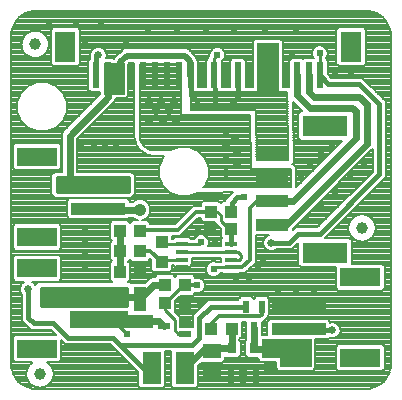
<source format=gtl>
G75*
%MOIN*%
%OFA0B0*%
%FSLAX25Y25*%
%IPPOS*%
%LPD*%
%AMOC8*
5,1,8,0,0,1.08239X$1,22.5*
%
%ADD10C,0.03937*%
%ADD11R,0.18110X0.03937*%
%ADD12R,0.13386X0.06299*%
%ADD13R,0.02362X0.08661*%
%ADD14R,0.07087X0.10236*%
%ADD15R,0.10630X0.03937*%
%ADD16R,0.14961X0.07087*%
%ADD17R,0.04134X0.04252*%
%ADD18R,0.03150X0.03543*%
%ADD19R,0.02362X0.03937*%
%ADD20R,0.06299X0.10630*%
%ADD21R,0.03937X0.04331*%
%ADD22R,0.04252X0.04134*%
%ADD23R,0.04331X0.03937*%
%ADD24R,0.04331X0.07874*%
%ADD25R,0.03150X0.03150*%
%ADD26R,0.03937X0.01969*%
%ADD27R,0.05906X0.05118*%
%ADD28R,0.03937X0.01772*%
%ADD29C,0.00800*%
%ADD30C,0.02364*%
%ADD31C,0.01600*%
%ADD32C,0.02584*%
%ADD33C,0.01000*%
%ADD34C,0.02384*%
%ADD35C,0.02400*%
%ADD36C,0.01200*%
%ADD37C,0.00000*%
%ADD38C,0.00001*%
%ADD39C,0.04134*%
%ADD40OC8,0.02584*%
%ADD41C,0.02000*%
D10*
X0058421Y0047648D03*
X0056839Y0157494D03*
X0165780Y0096273D03*
D11*
X0144744Y0070366D03*
X0144744Y0062492D03*
X0077857Y0065500D03*
X0077857Y0073374D03*
X0077857Y0102700D03*
X0077857Y0110574D03*
D12*
X0057385Y0120023D03*
X0057385Y0093251D03*
X0057385Y0082823D03*
X0057385Y0056051D03*
X0165217Y0053043D03*
X0165217Y0079815D03*
D13*
X0151943Y0147137D03*
X0148006Y0147137D03*
X0144069Y0147137D03*
X0140131Y0147137D03*
X0136194Y0147137D03*
X0132257Y0147137D03*
X0128320Y0147137D03*
X0124383Y0147137D03*
X0120446Y0147137D03*
X0116509Y0147137D03*
X0112572Y0147137D03*
X0108635Y0147137D03*
X0104698Y0147137D03*
X0100761Y0147137D03*
X0096824Y0147137D03*
X0092887Y0147137D03*
X0088950Y0147137D03*
X0085013Y0147137D03*
X0081076Y0147137D03*
X0077139Y0147137D03*
D14*
X0066903Y0156586D03*
X0162179Y0156586D03*
D15*
X0135916Y0120935D03*
X0135916Y0113060D03*
X0135916Y0105186D03*
X0135916Y0097312D03*
D16*
X0153435Y0088060D03*
X0153435Y0130186D03*
D17*
X0122178Y0095952D03*
X0115288Y0095952D03*
D18*
X0122374Y0056221D03*
X0129854Y0056221D03*
X0126114Y0047953D03*
D19*
X0129740Y0062963D03*
X0127181Y0070049D03*
X0132299Y0070049D03*
D20*
X0106664Y0049512D03*
X0095640Y0049512D03*
D21*
X0100087Y0071089D03*
X0100087Y0077171D03*
X0106780Y0077171D03*
X0106780Y0071089D03*
X0115598Y0062677D03*
X0122291Y0062677D03*
X0091763Y0081692D03*
X0091763Y0088481D03*
X0091785Y0095279D03*
X0085092Y0095279D03*
X0085070Y0088481D03*
X0085070Y0081692D03*
X0115387Y0101689D03*
X0122080Y0101689D03*
D22*
X0135050Y0056016D03*
X0135050Y0049126D03*
D23*
X0099003Y0084764D03*
X0099003Y0091457D03*
D24*
X0091774Y0072694D03*
D25*
X0091774Y0065213D03*
D26*
X0099779Y0063437D03*
X0106865Y0065996D03*
X0106865Y0060878D03*
D27*
X0115733Y0055292D03*
X0115733Y0047812D03*
D28*
X0122004Y0083113D03*
X0122004Y0085672D03*
X0122004Y0088231D03*
X0122004Y0090790D03*
X0105862Y0090790D03*
X0105862Y0088231D03*
X0105862Y0085672D03*
X0105862Y0083113D03*
D29*
X0051241Y0044997D02*
X0049656Y0047177D01*
X0048823Y0049741D01*
X0048717Y0051089D01*
X0048717Y0160089D01*
X0048823Y0161437D01*
X0049656Y0164000D01*
X0051241Y0166181D01*
X0053422Y0167766D01*
X0055985Y0168599D01*
X0057333Y0168705D01*
X0166933Y0168705D01*
X0168281Y0168599D01*
X0170845Y0167766D01*
X0173025Y0166181D01*
X0174610Y0164000D01*
X0175443Y0161437D01*
X0175549Y0160089D01*
X0175549Y0051089D01*
X0175443Y0049741D01*
X0174610Y0047177D01*
X0173025Y0044997D01*
X0170845Y0043412D01*
X0168281Y0042579D01*
X0166933Y0042473D01*
X0057333Y0042473D01*
X0055985Y0042579D01*
X0053422Y0043412D01*
X0051241Y0044997D01*
X0051186Y0045072D02*
X0054643Y0045072D01*
X0054597Y0045139D02*
X0054755Y0044912D01*
X0054755Y0044848D01*
X0054906Y0044698D01*
X0055027Y0044524D01*
X0055091Y0044513D01*
X0055286Y0044317D01*
X0055297Y0044254D01*
X0055471Y0044132D01*
X0055621Y0043982D01*
X0055686Y0043982D01*
X0055912Y0043823D01*
X0055934Y0043763D01*
X0056127Y0043673D01*
X0056300Y0043551D01*
X0056364Y0043563D01*
X0056614Y0043446D01*
X0056646Y0043390D01*
X0056852Y0043335D01*
X0057044Y0043245D01*
X0057104Y0043267D01*
X0057371Y0043196D01*
X0057413Y0043147D01*
X0057624Y0043128D01*
X0057829Y0043073D01*
X0057885Y0043105D01*
X0058160Y0043081D01*
X0058210Y0043040D01*
X0058421Y0043058D01*
X0058633Y0043040D01*
X0058682Y0043081D01*
X0058957Y0043105D01*
X0059013Y0043073D01*
X0059218Y0043128D01*
X0059430Y0043147D01*
X0059471Y0043196D01*
X0059738Y0043267D01*
X0059798Y0043245D01*
X0059991Y0043335D01*
X0060196Y0043390D01*
X0060228Y0043446D01*
X0060479Y0043563D01*
X0060542Y0043551D01*
X0060716Y0043673D01*
X0060908Y0043763D01*
X0060930Y0043823D01*
X0061157Y0043982D01*
X0061221Y0043982D01*
X0061371Y0044132D01*
X0061545Y0044254D01*
X0061556Y0044317D01*
X0061752Y0044513D01*
X0061815Y0044524D01*
X0061937Y0044698D01*
X0062087Y0044848D01*
X0062087Y0044912D01*
X0062246Y0045139D01*
X0062306Y0045161D01*
X0062396Y0045353D01*
X0062518Y0045527D01*
X0062506Y0045590D01*
X0062623Y0045841D01*
X0062679Y0045873D01*
X0062734Y0046078D01*
X0062824Y0046271D01*
X0062802Y0046331D01*
X0062873Y0046598D01*
X0062922Y0046639D01*
X0062941Y0046851D01*
X0062996Y0047056D01*
X0062964Y0047112D01*
X0062988Y0047387D01*
X0063029Y0047436D01*
X0063011Y0047648D01*
X0063029Y0047859D01*
X0062988Y0047909D01*
X0062964Y0048184D01*
X0062996Y0048240D01*
X0062941Y0048445D01*
X0062922Y0048656D01*
X0062873Y0048698D01*
X0062802Y0048965D01*
X0062824Y0049025D01*
X0062734Y0049218D01*
X0062679Y0049423D01*
X0062623Y0049455D01*
X0062506Y0049705D01*
X0062518Y0049769D01*
X0062396Y0049943D01*
X0062306Y0050135D01*
X0062246Y0050157D01*
X0062087Y0050383D01*
X0062087Y0050448D01*
X0061937Y0050598D01*
X0061815Y0050772D01*
X0061752Y0050783D01*
X0061556Y0050979D01*
X0061545Y0051042D01*
X0061371Y0051164D01*
X0061221Y0051314D01*
X0061157Y0051314D01*
X0060930Y0051472D01*
X0060920Y0051501D01*
X0064658Y0051501D01*
X0065478Y0052322D01*
X0065478Y0058833D01*
X0065533Y0058778D01*
X0065533Y0058778D01*
X0066822Y0057489D01*
X0081822Y0057489D01*
X0084222Y0055089D01*
X0091091Y0048220D01*
X0091091Y0043618D01*
X0091911Y0042798D01*
X0099370Y0042798D01*
X0100190Y0043618D01*
X0100190Y0055089D01*
X0102114Y0055089D01*
X0102114Y0043618D01*
X0102934Y0042798D01*
X0110393Y0042798D01*
X0111213Y0043618D01*
X0111213Y0050385D01*
X0112181Y0051353D01*
X0112200Y0051333D01*
X0119266Y0051333D01*
X0120086Y0052153D01*
X0120086Y0053183D01*
X0120219Y0053049D01*
X0124529Y0053049D01*
X0125349Y0053870D01*
X0125349Y0058573D01*
X0124891Y0059030D01*
X0124891Y0059163D01*
X0125660Y0059932D01*
X0125660Y0064889D01*
X0127159Y0064889D01*
X0127159Y0063526D01*
X0127140Y0063480D01*
X0127140Y0058833D01*
X0126880Y0058573D01*
X0126880Y0053870D01*
X0127700Y0053049D01*
X0131133Y0053049D01*
X0131133Y0052509D01*
X0131953Y0051689D01*
X0137133Y0051689D01*
X0137133Y0049509D01*
X0137953Y0048689D01*
X0149313Y0048689D01*
X0150133Y0049509D01*
X0150133Y0059123D01*
X0154379Y0059123D01*
X0154871Y0059615D01*
X0155398Y0059397D01*
X0156469Y0059397D01*
X0157458Y0059807D01*
X0158215Y0060564D01*
X0158625Y0061553D01*
X0158625Y0062624D01*
X0158215Y0063614D01*
X0157458Y0064371D01*
X0156469Y0064781D01*
X0155398Y0064781D01*
X0155199Y0064699D01*
X0155199Y0065040D01*
X0154379Y0065860D01*
X0135109Y0065860D01*
X0134289Y0065040D01*
X0134289Y0060489D01*
X0132340Y0060489D01*
X0132340Y0063480D01*
X0132321Y0063526D01*
X0132321Y0064889D01*
X0132761Y0064889D01*
X0133933Y0066060D01*
X0134299Y0066427D01*
X0134299Y0066920D01*
X0134880Y0067501D01*
X0134880Y0072598D01*
X0134060Y0073418D01*
X0130538Y0073418D01*
X0129740Y0072620D01*
X0128942Y0073418D01*
X0125420Y0073418D01*
X0124600Y0072598D01*
X0124600Y0072249D01*
X0114382Y0072249D01*
X0109333Y0067200D01*
X0109333Y0063262D01*
X0105233Y0063262D01*
X0105233Y0064937D01*
X0105257Y0064963D01*
X0105233Y0065719D01*
X0105233Y0066476D01*
X0105208Y0066501D01*
X0105207Y0066536D01*
X0104655Y0067054D01*
X0104120Y0067589D01*
X0104085Y0067589D01*
X0103371Y0068259D01*
X0103455Y0068344D01*
X0103455Y0071770D01*
X0105290Y0073605D01*
X0109328Y0073605D01*
X0110148Y0074425D01*
X0110148Y0074619D01*
X0110419Y0074507D01*
X0111447Y0074507D01*
X0112396Y0074900D01*
X0113122Y0075626D01*
X0113515Y0076575D01*
X0113515Y0077602D01*
X0113122Y0078551D01*
X0112396Y0079278D01*
X0111447Y0079671D01*
X0110419Y0079671D01*
X0110148Y0079559D01*
X0110148Y0079916D01*
X0109328Y0080736D01*
X0104231Y0080736D01*
X0103433Y0079938D01*
X0102635Y0080736D01*
X0097538Y0080736D01*
X0096718Y0079916D01*
X0096718Y0079771D01*
X0095734Y0079771D01*
X0094778Y0079375D01*
X0093434Y0078031D01*
X0089029Y0078031D01*
X0088759Y0077761D01*
X0088320Y0078200D01*
X0087692Y0078200D01*
X0088439Y0078947D01*
X0088439Y0084437D01*
X0087789Y0085086D01*
X0088417Y0085714D01*
X0089215Y0084916D01*
X0094311Y0084916D01*
X0095131Y0085736D01*
X0095131Y0085808D01*
X0095438Y0085501D01*
X0095438Y0082216D01*
X0096258Y0081396D01*
X0101748Y0081396D01*
X0102568Y0082216D01*
X0102568Y0083772D01*
X0102928Y0083772D01*
X0103314Y0083386D01*
X0108411Y0083386D01*
X0109231Y0084207D01*
X0109231Y0086331D01*
X0118635Y0086331D01*
X0118635Y0084989D01*
X0117071Y0084989D01*
X0116849Y0085081D01*
X0115817Y0085081D01*
X0114865Y0084686D01*
X0114136Y0083957D01*
X0113741Y0083004D01*
X0113741Y0081973D01*
X0114136Y0081021D01*
X0114865Y0080291D01*
X0115817Y0079897D01*
X0116849Y0079897D01*
X0117801Y0080291D01*
X0118531Y0081021D01*
X0118600Y0081189D01*
X0119094Y0081189D01*
X0119456Y0080827D01*
X0124552Y0080827D01*
X0124814Y0081089D01*
X0126761Y0081089D01*
X0127933Y0082260D01*
X0130333Y0084660D01*
X0130333Y0093944D01*
X0134882Y0093944D01*
X0134008Y0093582D01*
X0133251Y0092825D01*
X0132841Y0091835D01*
X0132841Y0090764D01*
X0133251Y0089775D01*
X0134008Y0089018D01*
X0134998Y0088608D01*
X0136069Y0088608D01*
X0137058Y0089018D01*
X0137140Y0089100D01*
X0142444Y0089100D01*
X0144555Y0091211D01*
X0144555Y0083937D01*
X0145375Y0083117D01*
X0157124Y0083117D01*
X0157124Y0076085D01*
X0157944Y0075265D01*
X0172489Y0075265D01*
X0173309Y0076085D01*
X0173309Y0083544D01*
X0172489Y0084364D01*
X0162316Y0084364D01*
X0162316Y0092184D01*
X0161496Y0093004D01*
X0153548Y0093004D01*
X0153933Y0093389D01*
X0173733Y0113189D01*
X0173733Y0138411D01*
X0165844Y0146300D01*
X0155511Y0146300D01*
X0154524Y0147480D01*
X0154524Y0152047D01*
X0153843Y0152729D01*
X0153843Y0152932D01*
X0153931Y0153021D01*
X0154325Y0153973D01*
X0154325Y0155004D01*
X0153931Y0155957D01*
X0153201Y0156686D01*
X0152249Y0157081D01*
X0151217Y0157081D01*
X0150265Y0156686D01*
X0149536Y0155957D01*
X0149141Y0155004D01*
X0149141Y0153973D01*
X0149536Y0153021D01*
X0149689Y0152868D01*
X0146245Y0152868D01*
X0146037Y0152660D01*
X0145830Y0152868D01*
X0142307Y0152868D01*
X0141487Y0152047D01*
X0141487Y0147659D01*
X0141453Y0147567D01*
X0141487Y0146527D01*
X0141487Y0143246D01*
X0140901Y0143237D01*
X0139333Y0143237D01*
X0139333Y0158480D01*
X0138513Y0159300D01*
X0130153Y0159300D01*
X0129333Y0158480D01*
X0129333Y0143237D01*
X0126965Y0143237D01*
X0126965Y0152047D01*
X0126144Y0152868D01*
X0122622Y0152868D01*
X0121802Y0152047D01*
X0121802Y0143237D01*
X0119091Y0143237D01*
X0119091Y0151780D01*
X0119731Y0152421D01*
X0120125Y0153373D01*
X0120125Y0154404D01*
X0119731Y0155357D01*
X0119001Y0156086D01*
X0118049Y0156481D01*
X0117017Y0156481D01*
X0116065Y0156086D01*
X0115336Y0155357D01*
X0114941Y0154404D01*
X0114941Y0153984D01*
X0114609Y0153652D01*
X0114609Y0152729D01*
X0113928Y0152047D01*
X0113928Y0143237D01*
X0111217Y0143237D01*
X0111217Y0152047D01*
X0110933Y0152331D01*
X0110933Y0152377D01*
X0110568Y0153259D01*
X0109893Y0153934D01*
X0108093Y0155734D01*
X0107210Y0156100D01*
X0086867Y0156100D01*
X0085985Y0155734D01*
X0085309Y0155059D01*
X0083774Y0153523D01*
X0083098Y0152848D01*
X0083028Y0152677D01*
X0082837Y0152868D01*
X0080424Y0152868D01*
X0080625Y0153353D01*
X0080625Y0154424D01*
X0080215Y0155414D01*
X0079458Y0156171D01*
X0078469Y0156581D01*
X0077398Y0156581D01*
X0076408Y0156171D01*
X0075651Y0155414D01*
X0075241Y0154424D01*
X0075241Y0154326D01*
X0075072Y0154163D01*
X0075072Y0154139D01*
X0075054Y0154121D01*
X0075054Y0153231D01*
X0075041Y0152530D01*
X0074558Y0152047D01*
X0074558Y0142226D01*
X0075378Y0141406D01*
X0078433Y0141406D01*
X0078433Y0140814D01*
X0066129Y0128510D01*
X0065733Y0127554D01*
X0065733Y0114989D01*
X0063346Y0114989D01*
X0062233Y0113876D01*
X0062233Y0107502D01*
X0063346Y0106389D01*
X0088920Y0106389D01*
X0090033Y0107502D01*
X0090033Y0113876D01*
X0088920Y0114989D01*
X0070933Y0114989D01*
X0070933Y0125960D01*
X0082549Y0137576D01*
X0083281Y0138307D01*
X0083676Y0139263D01*
X0083676Y0139437D01*
X0087113Y0139437D01*
X0087933Y0140257D01*
X0087933Y0150895D01*
X0088338Y0151300D01*
X0089933Y0151300D01*
X0089933Y0127744D01*
X0089875Y0127675D01*
X0089933Y0127010D01*
X0089933Y0126571D01*
X0089877Y0126475D01*
X0090030Y0125907D01*
X0090081Y0125321D01*
X0090094Y0125310D01*
X0090088Y0125294D01*
X0090337Y0124761D01*
X0090489Y0124193D01*
X0090504Y0124184D01*
X0090501Y0124167D01*
X0090838Y0123685D01*
X0091087Y0123152D01*
X0091103Y0123147D01*
X0091103Y0123129D01*
X0091519Y0122713D01*
X0091856Y0122232D01*
X0091873Y0122229D01*
X0091876Y0122212D01*
X0092358Y0121874D01*
X0092774Y0121459D01*
X0092791Y0121459D01*
X0092797Y0121442D01*
X0093330Y0121194D01*
X0093811Y0120857D01*
X0093828Y0120860D01*
X0093837Y0120845D01*
X0094405Y0120692D01*
X0094938Y0120444D01*
X0094954Y0120450D01*
X0094965Y0120437D01*
X0095551Y0120385D01*
X0096119Y0120233D01*
X0096216Y0120289D01*
X0096654Y0120289D01*
X0097319Y0120231D01*
X0097388Y0120289D01*
X0099947Y0120289D01*
X0099374Y0119716D01*
X0098114Y0116675D01*
X0098114Y0113383D01*
X0099374Y0110342D01*
X0101701Y0108015D01*
X0104742Y0106755D01*
X0108034Y0106755D01*
X0111075Y0108015D01*
X0111078Y0108018D01*
X0114541Y0108018D01*
X0114551Y0108009D01*
X0115285Y0108018D01*
X0116019Y0108018D01*
X0116028Y0108028D01*
X0122645Y0108112D01*
X0121422Y0106889D01*
X0120133Y0105600D01*
X0120133Y0105254D01*
X0119531Y0105254D01*
X0118733Y0104456D01*
X0117935Y0105254D01*
X0112838Y0105254D01*
X0112018Y0104434D01*
X0112018Y0103689D01*
X0109505Y0103689D01*
X0103505Y0097689D01*
X0095154Y0097689D01*
X0095154Y0098025D01*
X0094333Y0098845D01*
X0092478Y0098845D01*
X0093697Y0099350D01*
X0094672Y0100325D01*
X0095200Y0101599D01*
X0095200Y0102978D01*
X0094672Y0104253D01*
X0093697Y0105228D01*
X0092423Y0105756D01*
X0091043Y0105756D01*
X0089769Y0105228D01*
X0089430Y0104889D01*
X0088313Y0104889D01*
X0088313Y0105248D01*
X0087492Y0106068D01*
X0068222Y0106068D01*
X0067402Y0105248D01*
X0067402Y0100151D01*
X0068222Y0099331D01*
X0087492Y0099331D01*
X0087850Y0099689D01*
X0089430Y0099689D01*
X0089769Y0099350D01*
X0090988Y0098845D01*
X0089237Y0098845D01*
X0088439Y0098047D01*
X0087641Y0098845D01*
X0082544Y0098845D01*
X0081724Y0098025D01*
X0081724Y0092534D01*
X0082367Y0091891D01*
X0081702Y0091226D01*
X0081702Y0085736D01*
X0082351Y0085086D01*
X0081702Y0084437D01*
X0081702Y0078947D01*
X0082448Y0078200D01*
X0057946Y0078200D01*
X0056916Y0077170D01*
X0056815Y0077414D01*
X0056058Y0078171D01*
X0055812Y0078273D01*
X0064658Y0078273D01*
X0065478Y0079093D01*
X0065478Y0086552D01*
X0064658Y0087372D01*
X0050112Y0087372D01*
X0049292Y0086552D01*
X0049292Y0079093D01*
X0050112Y0078273D01*
X0053254Y0078273D01*
X0053008Y0078171D01*
X0052251Y0077414D01*
X0051841Y0076424D01*
X0051841Y0075353D01*
X0052251Y0074364D01*
X0052333Y0074282D01*
X0052333Y0065378D01*
X0053622Y0064089D01*
X0055422Y0062289D01*
X0062022Y0062289D01*
X0063710Y0060601D01*
X0050112Y0060601D01*
X0049292Y0059781D01*
X0049292Y0052322D01*
X0050112Y0051501D01*
X0055923Y0051501D01*
X0055912Y0051472D01*
X0055686Y0051314D01*
X0055621Y0051314D01*
X0055471Y0051164D01*
X0055297Y0051042D01*
X0055286Y0050979D01*
X0055091Y0050783D01*
X0055027Y0050772D01*
X0054905Y0050598D01*
X0054755Y0050448D01*
X0054755Y0050383D01*
X0054597Y0050157D01*
X0054536Y0050135D01*
X0054447Y0049943D01*
X0054325Y0049769D01*
X0054336Y0049705D01*
X0054219Y0049455D01*
X0054163Y0049423D01*
X0054109Y0049218D01*
X0054019Y0049025D01*
X0054041Y0048965D01*
X0053969Y0048698D01*
X0053920Y0048656D01*
X0053902Y0048445D01*
X0053847Y0048240D01*
X0053879Y0048184D01*
X0053855Y0047909D01*
X0053813Y0047859D01*
X0053832Y0047648D01*
X0053813Y0047436D01*
X0053855Y0047387D01*
X0053879Y0047112D01*
X0053847Y0047056D01*
X0053902Y0046851D01*
X0053920Y0046639D01*
X0053969Y0046598D01*
X0054041Y0046331D01*
X0054019Y0046271D01*
X0054109Y0046078D01*
X0054163Y0045873D01*
X0054219Y0045841D01*
X0054336Y0045590D01*
X0054325Y0045527D01*
X0054447Y0045353D01*
X0054536Y0045161D01*
X0054597Y0045139D01*
X0054167Y0045871D02*
X0050606Y0045871D01*
X0050025Y0046669D02*
X0053917Y0046669D01*
X0053816Y0047468D02*
X0049562Y0047468D01*
X0049302Y0048267D02*
X0053854Y0048267D01*
X0054037Y0049065D02*
X0049043Y0049065D01*
X0048814Y0049864D02*
X0054391Y0049864D01*
X0054950Y0050662D02*
X0048751Y0050662D01*
X0048717Y0051461D02*
X0055895Y0051461D01*
X0060947Y0051461D02*
X0087850Y0051461D01*
X0087052Y0052259D02*
X0065415Y0052259D01*
X0065478Y0053058D02*
X0086253Y0053058D01*
X0085455Y0053856D02*
X0065478Y0053856D01*
X0065478Y0054655D02*
X0084656Y0054655D01*
X0083858Y0055453D02*
X0065478Y0055453D01*
X0065478Y0056252D02*
X0083059Y0056252D01*
X0082260Y0057050D02*
X0065478Y0057050D01*
X0065478Y0057849D02*
X0066462Y0057849D01*
X0065663Y0058647D02*
X0065478Y0058647D01*
X0063268Y0061043D02*
X0048717Y0061043D01*
X0048717Y0061841D02*
X0062469Y0061841D01*
X0055071Y0062640D02*
X0048717Y0062640D01*
X0048717Y0063438D02*
X0054272Y0063438D01*
X0053474Y0064237D02*
X0048717Y0064237D01*
X0048717Y0065035D02*
X0052675Y0065035D01*
X0052333Y0065834D02*
X0048717Y0065834D01*
X0048717Y0066632D02*
X0052333Y0066632D01*
X0052333Y0067431D02*
X0048717Y0067431D01*
X0048717Y0068229D02*
X0052333Y0068229D01*
X0052333Y0069028D02*
X0048717Y0069028D01*
X0048717Y0069826D02*
X0052333Y0069826D01*
X0052333Y0070625D02*
X0048717Y0070625D01*
X0048717Y0071423D02*
X0052333Y0071423D01*
X0052333Y0072222D02*
X0048717Y0072222D01*
X0048717Y0073020D02*
X0052333Y0073020D01*
X0052333Y0073819D02*
X0048717Y0073819D01*
X0048717Y0074617D02*
X0052146Y0074617D01*
X0051841Y0075416D02*
X0048717Y0075416D01*
X0048717Y0076214D02*
X0051841Y0076214D01*
X0052085Y0077013D02*
X0048717Y0077013D01*
X0048717Y0077811D02*
X0052648Y0077811D01*
X0049775Y0078610D02*
X0048717Y0078610D01*
X0048717Y0079408D02*
X0049292Y0079408D01*
X0049292Y0080207D02*
X0048717Y0080207D01*
X0048717Y0081005D02*
X0049292Y0081005D01*
X0049292Y0081804D02*
X0048717Y0081804D01*
X0048717Y0082602D02*
X0049292Y0082602D01*
X0049292Y0083401D02*
X0048717Y0083401D01*
X0048717Y0084200D02*
X0049292Y0084200D01*
X0049292Y0084998D02*
X0048717Y0084998D01*
X0048717Y0085797D02*
X0049292Y0085797D01*
X0049335Y0086595D02*
X0048717Y0086595D01*
X0048717Y0087394D02*
X0081702Y0087394D01*
X0081702Y0088192D02*
X0048717Y0088192D01*
X0048717Y0088991D02*
X0049823Y0088991D01*
X0050112Y0088701D02*
X0064658Y0088701D01*
X0065478Y0089522D01*
X0065478Y0096981D01*
X0064658Y0097801D01*
X0050112Y0097801D01*
X0049292Y0096981D01*
X0049292Y0089522D01*
X0050112Y0088701D01*
X0049292Y0089789D02*
X0048717Y0089789D01*
X0048717Y0090588D02*
X0049292Y0090588D01*
X0049292Y0091386D02*
X0048717Y0091386D01*
X0048717Y0092185D02*
X0049292Y0092185D01*
X0049292Y0092983D02*
X0048717Y0092983D01*
X0048717Y0093782D02*
X0049292Y0093782D01*
X0049292Y0094580D02*
X0048717Y0094580D01*
X0048717Y0095379D02*
X0049292Y0095379D01*
X0049292Y0096177D02*
X0048717Y0096177D01*
X0048717Y0096976D02*
X0049292Y0096976D01*
X0048717Y0097774D02*
X0050086Y0097774D01*
X0048717Y0098573D02*
X0082272Y0098573D01*
X0081724Y0097774D02*
X0064684Y0097774D01*
X0065478Y0096976D02*
X0081724Y0096976D01*
X0081724Y0096177D02*
X0065478Y0096177D01*
X0065478Y0095379D02*
X0081724Y0095379D01*
X0081724Y0094580D02*
X0065478Y0094580D01*
X0065478Y0093782D02*
X0081724Y0093782D01*
X0081724Y0092983D02*
X0065478Y0092983D01*
X0065478Y0092185D02*
X0082073Y0092185D01*
X0081861Y0091386D02*
X0065478Y0091386D01*
X0065478Y0090588D02*
X0081702Y0090588D01*
X0081702Y0089789D02*
X0065478Y0089789D01*
X0064947Y0088991D02*
X0081702Y0088991D01*
X0081702Y0086595D02*
X0065435Y0086595D01*
X0065478Y0085797D02*
X0081702Y0085797D01*
X0082262Y0084998D02*
X0065478Y0084998D01*
X0065478Y0084200D02*
X0081702Y0084200D01*
X0081702Y0083401D02*
X0065478Y0083401D01*
X0065478Y0082602D02*
X0081702Y0082602D01*
X0081702Y0081804D02*
X0065478Y0081804D01*
X0065478Y0081005D02*
X0081702Y0081005D01*
X0081702Y0080207D02*
X0065478Y0080207D01*
X0065478Y0079408D02*
X0081702Y0079408D01*
X0082038Y0078610D02*
X0064995Y0078610D01*
X0057558Y0077811D02*
X0056418Y0077811D01*
X0049756Y0060244D02*
X0048717Y0060244D01*
X0048717Y0059446D02*
X0049292Y0059446D01*
X0049292Y0058647D02*
X0048717Y0058647D01*
X0048717Y0057849D02*
X0049292Y0057849D01*
X0049292Y0057050D02*
X0048717Y0057050D01*
X0048717Y0056252D02*
X0049292Y0056252D01*
X0049292Y0055453D02*
X0048717Y0055453D01*
X0048717Y0054655D02*
X0049292Y0054655D01*
X0049292Y0053856D02*
X0048717Y0053856D01*
X0048717Y0053058D02*
X0049292Y0053058D01*
X0049355Y0052259D02*
X0048717Y0052259D01*
X0052235Y0044274D02*
X0055294Y0044274D01*
X0056551Y0043475D02*
X0053334Y0043475D01*
X0055684Y0042677D02*
X0168582Y0042677D01*
X0170932Y0043475D02*
X0111071Y0043475D01*
X0111213Y0044274D02*
X0172031Y0044274D01*
X0173080Y0045072D02*
X0111213Y0045072D01*
X0111213Y0045871D02*
X0173661Y0045871D01*
X0174241Y0046669D02*
X0111213Y0046669D01*
X0111213Y0047468D02*
X0174704Y0047468D01*
X0174964Y0048267D02*
X0111213Y0048267D01*
X0111213Y0049065D02*
X0137577Y0049065D01*
X0137133Y0049864D02*
X0111213Y0049864D01*
X0111490Y0050662D02*
X0137133Y0050662D01*
X0137133Y0051461D02*
X0119393Y0051461D01*
X0120086Y0052259D02*
X0131383Y0052259D01*
X0127692Y0053058D02*
X0124537Y0053058D01*
X0125335Y0053856D02*
X0126893Y0053856D01*
X0126880Y0054655D02*
X0125349Y0054655D01*
X0125349Y0055453D02*
X0126880Y0055453D01*
X0126880Y0056252D02*
X0125349Y0056252D01*
X0125349Y0057050D02*
X0126880Y0057050D01*
X0126880Y0057849D02*
X0125349Y0057849D01*
X0125274Y0058647D02*
X0126954Y0058647D01*
X0127140Y0059446D02*
X0125174Y0059446D01*
X0125660Y0060244D02*
X0127140Y0060244D01*
X0127140Y0061043D02*
X0125660Y0061043D01*
X0125660Y0061841D02*
X0127140Y0061841D01*
X0127140Y0062640D02*
X0125660Y0062640D01*
X0125660Y0063438D02*
X0127140Y0063438D01*
X0127159Y0064237D02*
X0125660Y0064237D01*
X0132321Y0064237D02*
X0134289Y0064237D01*
X0134289Y0065035D02*
X0132908Y0065035D01*
X0133706Y0065834D02*
X0135082Y0065834D01*
X0134299Y0066632D02*
X0175549Y0066632D01*
X0175549Y0065834D02*
X0154406Y0065834D01*
X0155199Y0065035D02*
X0175549Y0065035D01*
X0175549Y0064237D02*
X0157592Y0064237D01*
X0158288Y0063438D02*
X0175549Y0063438D01*
X0175549Y0062640D02*
X0158619Y0062640D01*
X0158625Y0061841D02*
X0175549Y0061841D01*
X0175549Y0061043D02*
X0158414Y0061043D01*
X0157896Y0060244D02*
X0175549Y0060244D01*
X0175549Y0059446D02*
X0156587Y0059446D01*
X0155279Y0059446D02*
X0154701Y0059446D01*
X0157401Y0057050D02*
X0150133Y0057050D01*
X0150133Y0056252D02*
X0157124Y0056252D01*
X0157124Y0056773D02*
X0157124Y0049314D01*
X0157944Y0048494D01*
X0172489Y0048494D01*
X0173309Y0049314D01*
X0173309Y0056773D01*
X0172489Y0057593D01*
X0157944Y0057593D01*
X0157124Y0056773D01*
X0157124Y0055453D02*
X0150133Y0055453D01*
X0150133Y0054655D02*
X0157124Y0054655D01*
X0157124Y0053856D02*
X0150133Y0053856D01*
X0150133Y0053058D02*
X0157124Y0053058D01*
X0157124Y0052259D02*
X0150133Y0052259D01*
X0150133Y0051461D02*
X0157124Y0051461D01*
X0157124Y0050662D02*
X0150133Y0050662D01*
X0150133Y0049864D02*
X0157124Y0049864D01*
X0157372Y0049065D02*
X0149689Y0049065D01*
X0150133Y0057849D02*
X0175549Y0057849D01*
X0175549Y0058647D02*
X0150133Y0058647D01*
X0134810Y0067431D02*
X0175549Y0067431D01*
X0175549Y0068229D02*
X0134880Y0068229D01*
X0134880Y0069028D02*
X0175549Y0069028D01*
X0175549Y0069826D02*
X0134880Y0069826D01*
X0134880Y0070625D02*
X0175549Y0070625D01*
X0175549Y0071423D02*
X0134880Y0071423D01*
X0134880Y0072222D02*
X0175549Y0072222D01*
X0175549Y0073020D02*
X0134458Y0073020D01*
X0130141Y0073020D02*
X0129340Y0073020D01*
X0125022Y0073020D02*
X0104705Y0073020D01*
X0103907Y0072222D02*
X0114355Y0072222D01*
X0113556Y0071423D02*
X0103455Y0071423D01*
X0103455Y0070625D02*
X0112758Y0070625D01*
X0111959Y0069826D02*
X0103455Y0069826D01*
X0103455Y0069028D02*
X0111161Y0069028D01*
X0110362Y0068229D02*
X0103402Y0068229D01*
X0104278Y0067431D02*
X0109564Y0067431D01*
X0109333Y0066632D02*
X0105104Y0066632D01*
X0105233Y0065834D02*
X0109333Y0065834D01*
X0109333Y0065035D02*
X0105255Y0065035D01*
X0105233Y0064237D02*
X0109333Y0064237D01*
X0109333Y0063438D02*
X0105233Y0063438D01*
X0102114Y0054655D02*
X0100190Y0054655D01*
X0100190Y0053856D02*
X0102114Y0053856D01*
X0102114Y0053058D02*
X0100190Y0053058D01*
X0100190Y0052259D02*
X0102114Y0052259D01*
X0102114Y0051461D02*
X0100190Y0051461D01*
X0100190Y0050662D02*
X0102114Y0050662D01*
X0102114Y0049864D02*
X0100190Y0049864D01*
X0100190Y0049065D02*
X0102114Y0049065D01*
X0102114Y0048267D02*
X0100190Y0048267D01*
X0100190Y0047468D02*
X0102114Y0047468D01*
X0102114Y0046669D02*
X0100190Y0046669D01*
X0100190Y0045871D02*
X0102114Y0045871D01*
X0102114Y0045072D02*
X0100190Y0045072D01*
X0100190Y0044274D02*
X0102114Y0044274D01*
X0102256Y0043475D02*
X0100048Y0043475D01*
X0091233Y0043475D02*
X0060292Y0043475D01*
X0061549Y0044274D02*
X0091091Y0044274D01*
X0091091Y0045072D02*
X0062199Y0045072D01*
X0062675Y0045871D02*
X0091091Y0045871D01*
X0091091Y0046669D02*
X0062925Y0046669D01*
X0063026Y0047468D02*
X0091091Y0047468D01*
X0091044Y0048267D02*
X0062989Y0048267D01*
X0062805Y0049065D02*
X0090246Y0049065D01*
X0089447Y0049864D02*
X0062451Y0049864D01*
X0061892Y0050662D02*
X0088649Y0050662D01*
X0109541Y0073819D02*
X0175549Y0073819D01*
X0175549Y0074617D02*
X0111714Y0074617D01*
X0112912Y0075416D02*
X0157793Y0075416D01*
X0157124Y0076214D02*
X0113366Y0076214D01*
X0113515Y0077013D02*
X0157124Y0077013D01*
X0157124Y0077811D02*
X0113429Y0077811D01*
X0113064Y0078610D02*
X0157124Y0078610D01*
X0157124Y0079408D02*
X0112080Y0079408D01*
X0109857Y0080207D02*
X0115068Y0080207D01*
X0114151Y0081005D02*
X0088439Y0081005D01*
X0088439Y0080207D02*
X0097009Y0080207D01*
X0095850Y0081804D02*
X0088439Y0081804D01*
X0088439Y0082602D02*
X0095438Y0082602D01*
X0095438Y0083401D02*
X0088439Y0083401D01*
X0088439Y0084200D02*
X0095438Y0084200D01*
X0095438Y0084998D02*
X0094394Y0084998D01*
X0095131Y0085797D02*
X0095143Y0085797D01*
X0094859Y0079408D02*
X0088439Y0079408D01*
X0088102Y0078610D02*
X0094013Y0078610D01*
X0088810Y0077811D02*
X0088708Y0077811D01*
X0089132Y0084998D02*
X0087878Y0084998D01*
X0087913Y0098573D02*
X0088965Y0098573D01*
X0089748Y0099371D02*
X0087532Y0099371D01*
X0088313Y0104961D02*
X0089502Y0104961D01*
X0089089Y0106558D02*
X0121091Y0106558D01*
X0121889Y0107356D02*
X0109486Y0107356D01*
X0112545Y0104961D02*
X0093964Y0104961D01*
X0094710Y0104162D02*
X0112018Y0104162D01*
X0109180Y0103364D02*
X0095040Y0103364D01*
X0095200Y0102565D02*
X0108381Y0102565D01*
X0107583Y0101767D02*
X0095200Y0101767D01*
X0094939Y0100968D02*
X0106784Y0100968D01*
X0105986Y0100170D02*
X0094517Y0100170D01*
X0093718Y0099371D02*
X0105187Y0099371D01*
X0104389Y0098573D02*
X0094605Y0098573D01*
X0095154Y0097774D02*
X0103590Y0097774D01*
X0106333Y0094860D02*
X0105161Y0093689D01*
X0102568Y0093689D01*
X0102568Y0092690D01*
X0102928Y0092690D01*
X0103314Y0093076D01*
X0108411Y0093076D01*
X0108796Y0092690D01*
X0109836Y0092690D01*
X0109944Y0092951D01*
X0110670Y0093678D01*
X0111619Y0094071D01*
X0112647Y0094071D01*
X0113596Y0093678D01*
X0114322Y0092951D01*
X0114715Y0092002D01*
X0114715Y0090975D01*
X0114366Y0090131D01*
X0118635Y0090131D01*
X0118635Y0092256D01*
X0119168Y0092789D01*
X0118711Y0093246D01*
X0118711Y0096024D01*
X0117946Y0096789D01*
X0116833Y0097902D01*
X0116833Y0098123D01*
X0112838Y0098123D01*
X0112018Y0098944D01*
X0112018Y0099689D01*
X0111161Y0099689D01*
X0106333Y0094860D01*
X0106053Y0094580D02*
X0118711Y0094580D01*
X0118711Y0093782D02*
X0113345Y0093782D01*
X0114290Y0092983D02*
X0118974Y0092983D01*
X0118635Y0092185D02*
X0114640Y0092185D01*
X0114715Y0091386D02*
X0118635Y0091386D01*
X0118635Y0090588D02*
X0114555Y0090588D01*
X0110921Y0093782D02*
X0105254Y0093782D01*
X0103221Y0092983D02*
X0102568Y0092983D01*
X0106851Y0095379D02*
X0118711Y0095379D01*
X0118558Y0096177D02*
X0107650Y0096177D01*
X0108448Y0096976D02*
X0117759Y0096976D01*
X0116961Y0097774D02*
X0109247Y0097774D01*
X0110045Y0098573D02*
X0112389Y0098573D01*
X0112018Y0099371D02*
X0110844Y0099371D01*
X0109976Y0092983D02*
X0108504Y0092983D01*
X0109231Y0085797D02*
X0118635Y0085797D01*
X0118635Y0084998D02*
X0117049Y0084998D01*
X0115617Y0084998D02*
X0109231Y0084998D01*
X0109224Y0084200D02*
X0114378Y0084200D01*
X0113905Y0083401D02*
X0108425Y0083401D01*
X0103299Y0083401D02*
X0102568Y0083401D01*
X0102568Y0082602D02*
X0113741Y0082602D01*
X0113811Y0081804D02*
X0102156Y0081804D01*
X0103164Y0080207D02*
X0103702Y0080207D01*
X0110148Y0074617D02*
X0110152Y0074617D01*
X0117598Y0080207D02*
X0157124Y0080207D01*
X0157124Y0081005D02*
X0124730Y0081005D01*
X0127477Y0081804D02*
X0157124Y0081804D01*
X0157124Y0082602D02*
X0128275Y0082602D01*
X0129074Y0083401D02*
X0145091Y0083401D01*
X0144555Y0084200D02*
X0129872Y0084200D01*
X0130333Y0084998D02*
X0144555Y0084998D01*
X0144555Y0085797D02*
X0130333Y0085797D01*
X0130333Y0086595D02*
X0144555Y0086595D01*
X0144555Y0087394D02*
X0130333Y0087394D01*
X0130333Y0088192D02*
X0144555Y0088192D01*
X0144555Y0088991D02*
X0136993Y0088991D01*
X0134073Y0088991D02*
X0130333Y0088991D01*
X0130333Y0089789D02*
X0133245Y0089789D01*
X0132914Y0090588D02*
X0130333Y0090588D01*
X0130333Y0091386D02*
X0132841Y0091386D01*
X0132986Y0092185D02*
X0130333Y0092185D01*
X0130333Y0092983D02*
X0133409Y0092983D01*
X0134490Y0093782D02*
X0130333Y0093782D01*
X0120292Y0105759D02*
X0087802Y0105759D01*
X0089888Y0107356D02*
X0103291Y0107356D01*
X0101561Y0108155D02*
X0090033Y0108155D01*
X0090033Y0108953D02*
X0100763Y0108953D01*
X0099964Y0109752D02*
X0090033Y0109752D01*
X0090033Y0110550D02*
X0099288Y0110550D01*
X0098957Y0111349D02*
X0090033Y0111349D01*
X0090033Y0112147D02*
X0098626Y0112147D01*
X0098295Y0112946D02*
X0090033Y0112946D01*
X0090033Y0113744D02*
X0098114Y0113744D01*
X0098114Y0114543D02*
X0089366Y0114543D01*
X0093705Y0120931D02*
X0070933Y0120931D01*
X0070933Y0120133D02*
X0099791Y0120133D01*
X0099216Y0119334D02*
X0070933Y0119334D01*
X0070933Y0118536D02*
X0098885Y0118536D01*
X0098554Y0117737D02*
X0070933Y0117737D01*
X0070933Y0116938D02*
X0098223Y0116938D01*
X0098114Y0116140D02*
X0070933Y0116140D01*
X0070933Y0115341D02*
X0098114Y0115341D01*
X0092503Y0121730D02*
X0070933Y0121730D01*
X0070933Y0122528D02*
X0091649Y0122528D01*
X0091005Y0123327D02*
X0070933Y0123327D01*
X0070933Y0124125D02*
X0090530Y0124125D01*
X0090261Y0124924D02*
X0070933Y0124924D01*
X0070933Y0125722D02*
X0090046Y0125722D01*
X0089904Y0126521D02*
X0071494Y0126521D01*
X0072292Y0127319D02*
X0089906Y0127319D01*
X0089933Y0128118D02*
X0073091Y0128118D01*
X0073889Y0128916D02*
X0089933Y0128916D01*
X0089933Y0129715D02*
X0074688Y0129715D01*
X0075486Y0130513D02*
X0089933Y0130513D01*
X0089933Y0131312D02*
X0076285Y0131312D01*
X0077083Y0132110D02*
X0089933Y0132110D01*
X0089933Y0132909D02*
X0077882Y0132909D01*
X0078680Y0133707D02*
X0089933Y0133707D01*
X0089933Y0134506D02*
X0079479Y0134506D01*
X0080277Y0135304D02*
X0089933Y0135304D01*
X0089933Y0136103D02*
X0081076Y0136103D01*
X0081874Y0136901D02*
X0089933Y0136901D01*
X0089933Y0137700D02*
X0082673Y0137700D01*
X0083360Y0138498D02*
X0089933Y0138498D01*
X0089933Y0139297D02*
X0083676Y0139297D01*
X0087771Y0140095D02*
X0089933Y0140095D01*
X0089933Y0140894D02*
X0087933Y0140894D01*
X0087933Y0141692D02*
X0089933Y0141692D01*
X0089933Y0142491D02*
X0087933Y0142491D01*
X0087933Y0143289D02*
X0089933Y0143289D01*
X0089933Y0144088D02*
X0087933Y0144088D01*
X0087933Y0144886D02*
X0089933Y0144886D01*
X0089933Y0145685D02*
X0087933Y0145685D01*
X0087933Y0146483D02*
X0089933Y0146483D01*
X0089933Y0147282D02*
X0087933Y0147282D01*
X0087933Y0148080D02*
X0089933Y0148080D01*
X0089933Y0148879D02*
X0087933Y0148879D01*
X0087933Y0149677D02*
X0089933Y0149677D01*
X0089933Y0150476D02*
X0087933Y0150476D01*
X0088313Y0151274D02*
X0089933Y0151274D01*
X0091733Y0150963D02*
X0105533Y0150963D01*
X0105533Y0133900D01*
X0107974Y0133920D01*
X0107994Y0133900D01*
X0128339Y0133900D01*
X0128859Y0115881D01*
X0142154Y0115781D01*
X0142154Y0109987D01*
X0128473Y0109987D01*
X0115273Y0109818D01*
X0112878Y0109818D01*
X0113403Y0110342D01*
X0114662Y0113383D01*
X0114662Y0116675D01*
X0113403Y0119716D01*
X0111075Y0122043D01*
X0108034Y0123303D01*
X0104742Y0123303D01*
X0101811Y0122089D01*
X0096733Y0122089D01*
X0095865Y0122165D01*
X0095023Y0122390D01*
X0094233Y0122759D01*
X0093519Y0123259D01*
X0092903Y0123875D01*
X0092403Y0124589D01*
X0092035Y0125379D01*
X0091809Y0126221D01*
X0091733Y0127089D01*
X0091733Y0150963D01*
X0091733Y0150476D02*
X0105533Y0150476D01*
X0105533Y0149677D02*
X0091733Y0149677D01*
X0091733Y0148879D02*
X0105533Y0148879D01*
X0105533Y0148080D02*
X0091733Y0148080D01*
X0091733Y0147282D02*
X0105533Y0147282D01*
X0105533Y0146483D02*
X0091733Y0146483D01*
X0091733Y0145685D02*
X0105533Y0145685D01*
X0105533Y0144886D02*
X0091733Y0144886D01*
X0091733Y0144088D02*
X0105533Y0144088D01*
X0105533Y0143289D02*
X0091733Y0143289D01*
X0091733Y0142491D02*
X0105533Y0142491D01*
X0105533Y0141692D02*
X0091733Y0141692D01*
X0091733Y0140894D02*
X0105533Y0140894D01*
X0105533Y0140095D02*
X0091733Y0140095D01*
X0091733Y0139297D02*
X0105533Y0139297D01*
X0105533Y0138498D02*
X0091733Y0138498D01*
X0091733Y0137700D02*
X0105533Y0137700D01*
X0105533Y0136901D02*
X0091733Y0136901D01*
X0091733Y0136103D02*
X0105533Y0136103D01*
X0105533Y0135304D02*
X0091733Y0135304D01*
X0091733Y0134506D02*
X0105533Y0134506D01*
X0108739Y0135700D02*
X0108739Y0141437D01*
X0110781Y0141437D01*
X0110811Y0141406D01*
X0114333Y0141406D01*
X0114364Y0141437D01*
X0118655Y0141437D01*
X0118685Y0141406D01*
X0122207Y0141406D01*
X0122238Y0141437D01*
X0126529Y0141437D01*
X0126559Y0141406D01*
X0130081Y0141406D01*
X0130112Y0141437D01*
X0130466Y0141437D01*
X0130496Y0141406D01*
X0134018Y0141406D01*
X0134049Y0141437D01*
X0134403Y0141437D01*
X0134433Y0141406D01*
X0137955Y0141406D01*
X0137986Y0141437D01*
X0138340Y0141437D01*
X0138370Y0141406D01*
X0140915Y0141406D01*
X0141254Y0118794D01*
X0130633Y0118889D01*
X0130433Y0135700D01*
X0108739Y0135700D01*
X0108739Y0136103D02*
X0140994Y0136103D01*
X0140982Y0136901D02*
X0108739Y0136901D01*
X0108739Y0137700D02*
X0140970Y0137700D01*
X0140958Y0138498D02*
X0108739Y0138498D01*
X0108739Y0139297D02*
X0140946Y0139297D01*
X0140934Y0140095D02*
X0108739Y0140095D01*
X0108739Y0140894D02*
X0140922Y0140894D01*
X0141487Y0143289D02*
X0139333Y0143289D01*
X0139333Y0144088D02*
X0141487Y0144088D01*
X0141487Y0144886D02*
X0139333Y0144886D01*
X0139333Y0145685D02*
X0141487Y0145685D01*
X0141487Y0146483D02*
X0139333Y0146483D01*
X0139333Y0147282D02*
X0141462Y0147282D01*
X0141487Y0148080D02*
X0139333Y0148080D01*
X0139333Y0148879D02*
X0141487Y0148879D01*
X0141487Y0149677D02*
X0139333Y0149677D01*
X0139333Y0150476D02*
X0141487Y0150476D01*
X0141487Y0151274D02*
X0139333Y0151274D01*
X0139333Y0152073D02*
X0141513Y0152073D01*
X0139333Y0152871D02*
X0149685Y0152871D01*
X0149267Y0153670D02*
X0139333Y0153670D01*
X0139333Y0154469D02*
X0149141Y0154469D01*
X0149250Y0155267D02*
X0139333Y0155267D01*
X0139333Y0156066D02*
X0149644Y0156066D01*
X0150694Y0156864D02*
X0139333Y0156864D01*
X0139333Y0157663D02*
X0157235Y0157663D01*
X0157235Y0158461D02*
X0139333Y0158461D01*
X0138553Y0159260D02*
X0157235Y0159260D01*
X0157235Y0160058D02*
X0071846Y0160058D01*
X0071846Y0159260D02*
X0130113Y0159260D01*
X0129333Y0158461D02*
X0071846Y0158461D01*
X0071846Y0157663D02*
X0129333Y0157663D01*
X0129333Y0156864D02*
X0071846Y0156864D01*
X0071846Y0156066D02*
X0076303Y0156066D01*
X0075590Y0155267D02*
X0071846Y0155267D01*
X0071846Y0154469D02*
X0075259Y0154469D01*
X0075054Y0153670D02*
X0071846Y0153670D01*
X0071846Y0152871D02*
X0075048Y0152871D01*
X0074584Y0152073D02*
X0071846Y0152073D01*
X0071846Y0151274D02*
X0074558Y0151274D01*
X0074558Y0150476D02*
X0071435Y0150476D01*
X0071026Y0150068D02*
X0071846Y0150888D01*
X0071846Y0162284D01*
X0071026Y0163104D01*
X0062780Y0163104D01*
X0061960Y0162284D01*
X0061960Y0150888D01*
X0062780Y0150068D01*
X0071026Y0150068D01*
X0074558Y0149677D02*
X0048717Y0149677D01*
X0048717Y0148879D02*
X0074558Y0148879D01*
X0074558Y0148080D02*
X0048717Y0148080D01*
X0048717Y0147282D02*
X0074558Y0147282D01*
X0074558Y0146483D02*
X0048717Y0146483D01*
X0048717Y0145685D02*
X0074558Y0145685D01*
X0074558Y0144886D02*
X0060959Y0144886D01*
X0060790Y0144957D02*
X0063831Y0143697D01*
X0066158Y0141369D01*
X0067418Y0138328D01*
X0067418Y0135037D01*
X0066158Y0131996D01*
X0063831Y0129668D01*
X0060790Y0128409D01*
X0057498Y0128409D01*
X0054457Y0129668D01*
X0052130Y0131996D01*
X0050870Y0135037D01*
X0050870Y0138328D01*
X0052130Y0141369D01*
X0054457Y0143697D01*
X0057498Y0144957D01*
X0060790Y0144957D01*
X0057329Y0144886D02*
X0048717Y0144886D01*
X0048717Y0144088D02*
X0055401Y0144088D01*
X0054050Y0143289D02*
X0048717Y0143289D01*
X0048717Y0142491D02*
X0053251Y0142491D01*
X0052453Y0141692D02*
X0048717Y0141692D01*
X0048717Y0140894D02*
X0051933Y0140894D01*
X0051602Y0140095D02*
X0048717Y0140095D01*
X0048717Y0139297D02*
X0051271Y0139297D01*
X0050940Y0138498D02*
X0048717Y0138498D01*
X0048717Y0137700D02*
X0050870Y0137700D01*
X0050870Y0136901D02*
X0048717Y0136901D01*
X0048717Y0136103D02*
X0050870Y0136103D01*
X0050870Y0135304D02*
X0048717Y0135304D01*
X0048717Y0134506D02*
X0051090Y0134506D01*
X0051421Y0133707D02*
X0048717Y0133707D01*
X0048717Y0132909D02*
X0051752Y0132909D01*
X0052082Y0132110D02*
X0048717Y0132110D01*
X0048717Y0131312D02*
X0052814Y0131312D01*
X0053612Y0130513D02*
X0048717Y0130513D01*
X0048717Y0129715D02*
X0054411Y0129715D01*
X0056273Y0128916D02*
X0048717Y0128916D01*
X0048717Y0128118D02*
X0065967Y0128118D01*
X0065733Y0127319D02*
X0048717Y0127319D01*
X0048717Y0126521D02*
X0065733Y0126521D01*
X0065733Y0125722D02*
X0048717Y0125722D01*
X0048717Y0124924D02*
X0065733Y0124924D01*
X0065733Y0124125D02*
X0065105Y0124125D01*
X0065478Y0123752D02*
X0064658Y0124572D01*
X0050112Y0124572D01*
X0049292Y0123752D01*
X0049292Y0116293D01*
X0050112Y0115473D01*
X0064658Y0115473D01*
X0065478Y0116293D01*
X0065478Y0123752D01*
X0065478Y0123327D02*
X0065733Y0123327D01*
X0065733Y0122528D02*
X0065478Y0122528D01*
X0065478Y0121730D02*
X0065733Y0121730D01*
X0065733Y0120931D02*
X0065478Y0120931D01*
X0065478Y0120133D02*
X0065733Y0120133D01*
X0065733Y0119334D02*
X0065478Y0119334D01*
X0065478Y0118536D02*
X0065733Y0118536D01*
X0065733Y0117737D02*
X0065478Y0117737D01*
X0065478Y0116938D02*
X0065733Y0116938D01*
X0065733Y0116140D02*
X0065325Y0116140D01*
X0065733Y0115341D02*
X0048717Y0115341D01*
X0048717Y0114543D02*
X0062900Y0114543D01*
X0062233Y0113744D02*
X0048717Y0113744D01*
X0048717Y0112946D02*
X0062233Y0112946D01*
X0062233Y0112147D02*
X0048717Y0112147D01*
X0048717Y0111349D02*
X0062233Y0111349D01*
X0062233Y0110550D02*
X0048717Y0110550D01*
X0048717Y0109752D02*
X0062233Y0109752D01*
X0062233Y0108953D02*
X0048717Y0108953D01*
X0048717Y0108155D02*
X0062233Y0108155D01*
X0062379Y0107356D02*
X0048717Y0107356D01*
X0048717Y0106558D02*
X0063177Y0106558D01*
X0067402Y0104961D02*
X0048717Y0104961D01*
X0048717Y0105759D02*
X0067913Y0105759D01*
X0067402Y0104162D02*
X0048717Y0104162D01*
X0048717Y0103364D02*
X0067402Y0103364D01*
X0067402Y0102565D02*
X0048717Y0102565D01*
X0048717Y0101767D02*
X0067402Y0101767D01*
X0067402Y0100968D02*
X0048717Y0100968D01*
X0048717Y0100170D02*
X0067402Y0100170D01*
X0068183Y0099371D02*
X0048717Y0099371D01*
X0048717Y0116140D02*
X0049445Y0116140D01*
X0049292Y0116938D02*
X0048717Y0116938D01*
X0048717Y0117737D02*
X0049292Y0117737D01*
X0049292Y0118536D02*
X0048717Y0118536D01*
X0048717Y0119334D02*
X0049292Y0119334D01*
X0049292Y0120133D02*
X0048717Y0120133D01*
X0048717Y0120931D02*
X0049292Y0120931D01*
X0049292Y0121730D02*
X0048717Y0121730D01*
X0048717Y0122528D02*
X0049292Y0122528D01*
X0049292Y0123327D02*
X0048717Y0123327D01*
X0048717Y0124125D02*
X0049665Y0124125D01*
X0062015Y0128916D02*
X0066535Y0128916D01*
X0067334Y0129715D02*
X0063877Y0129715D01*
X0064676Y0130513D02*
X0068132Y0130513D01*
X0068931Y0131312D02*
X0065474Y0131312D01*
X0066206Y0132110D02*
X0069729Y0132110D01*
X0070528Y0132909D02*
X0066537Y0132909D01*
X0066867Y0133707D02*
X0071326Y0133707D01*
X0072125Y0134506D02*
X0067198Y0134506D01*
X0067418Y0135304D02*
X0072923Y0135304D01*
X0073722Y0136103D02*
X0067418Y0136103D01*
X0067418Y0136901D02*
X0074521Y0136901D01*
X0075319Y0137700D02*
X0067418Y0137700D01*
X0067348Y0138498D02*
X0076118Y0138498D01*
X0076916Y0139297D02*
X0067017Y0139297D01*
X0066686Y0140095D02*
X0077715Y0140095D01*
X0078433Y0140894D02*
X0066355Y0140894D01*
X0065836Y0141692D02*
X0075092Y0141692D01*
X0074558Y0142491D02*
X0065037Y0142491D01*
X0064238Y0143289D02*
X0074558Y0143289D01*
X0074558Y0144088D02*
X0062887Y0144088D01*
X0062372Y0150476D02*
X0048717Y0150476D01*
X0048717Y0151274D02*
X0061960Y0151274D01*
X0061960Y0152073D02*
X0048717Y0152073D01*
X0048717Y0152871D02*
X0061960Y0152871D01*
X0061960Y0153670D02*
X0059349Y0153670D01*
X0059348Y0153669D02*
X0059574Y0153828D01*
X0059638Y0153828D01*
X0059789Y0153978D01*
X0059963Y0154100D01*
X0059974Y0154163D01*
X0060169Y0154358D01*
X0060233Y0154370D01*
X0060354Y0154544D01*
X0060504Y0154694D01*
X0060504Y0154758D01*
X0060663Y0154984D01*
X0060723Y0155006D01*
X0060813Y0155199D01*
X0060935Y0155373D01*
X0060924Y0155436D01*
X0061041Y0155687D01*
X0061096Y0155719D01*
X0061151Y0155924D01*
X0061241Y0156116D01*
X0061219Y0156177D01*
X0061291Y0156444D01*
X0061340Y0156485D01*
X0061358Y0156697D01*
X0061413Y0156902D01*
X0061381Y0156957D01*
X0061405Y0157233D01*
X0061447Y0157282D01*
X0061428Y0157494D01*
X0061447Y0157705D01*
X0061405Y0157754D01*
X0061381Y0158030D01*
X0061413Y0158085D01*
X0061358Y0158291D01*
X0061340Y0158502D01*
X0061291Y0158543D01*
X0061219Y0158810D01*
X0061241Y0158871D01*
X0061151Y0159063D01*
X0061096Y0159268D01*
X0061041Y0159301D01*
X0060924Y0159551D01*
X0060935Y0159614D01*
X0060813Y0159788D01*
X0060723Y0159981D01*
X0060663Y0160003D01*
X0060504Y0160229D01*
X0060504Y0160293D01*
X0060354Y0160444D01*
X0060233Y0160618D01*
X0060169Y0160629D01*
X0059974Y0160824D01*
X0059963Y0160888D01*
X0059789Y0161009D01*
X0059638Y0161159D01*
X0059574Y0161159D01*
X0059348Y0161318D01*
X0059326Y0161378D01*
X0059133Y0161468D01*
X0058959Y0161590D01*
X0058896Y0161579D01*
X0058646Y0161696D01*
X0058613Y0161751D01*
X0058408Y0161806D01*
X0058216Y0161896D01*
X0058155Y0161874D01*
X0057888Y0161946D01*
X0057847Y0161995D01*
X0057636Y0162013D01*
X0057430Y0162068D01*
X0057375Y0162036D01*
X0057099Y0162060D01*
X0057050Y0162102D01*
X0056839Y0162083D01*
X0056627Y0162102D01*
X0056578Y0162060D01*
X0056302Y0162036D01*
X0056247Y0162068D01*
X0056042Y0162013D01*
X0055830Y0161995D01*
X0055789Y0161946D01*
X0055522Y0161874D01*
X0055461Y0161896D01*
X0055269Y0161806D01*
X0055064Y0161751D01*
X0055032Y0161696D01*
X0054781Y0161579D01*
X0054718Y0161590D01*
X0054544Y0161468D01*
X0054351Y0161378D01*
X0054329Y0161318D01*
X0054103Y0161159D01*
X0054039Y0161159D01*
X0053889Y0161009D01*
X0053715Y0160888D01*
X0053703Y0160824D01*
X0053508Y0160629D01*
X0053445Y0160618D01*
X0053323Y0160444D01*
X0053173Y0160293D01*
X0053173Y0160229D01*
X0053014Y0160003D01*
X0052954Y0159981D01*
X0052864Y0159788D01*
X0052742Y0159614D01*
X0052753Y0159551D01*
X0052637Y0159301D01*
X0052581Y0159268D01*
X0052526Y0159063D01*
X0052436Y0158871D01*
X0052458Y0158810D01*
X0052387Y0158543D01*
X0052337Y0158502D01*
X0052319Y0158291D01*
X0052264Y0158085D01*
X0052296Y0158030D01*
X0052272Y0157754D01*
X0052231Y0157705D01*
X0052249Y0157494D01*
X0052231Y0157282D01*
X0052272Y0157233D01*
X0052296Y0156957D01*
X0052264Y0156902D01*
X0052319Y0156697D01*
X0052337Y0156485D01*
X0052387Y0156444D01*
X0052458Y0156177D01*
X0052436Y0156116D01*
X0052526Y0155924D01*
X0052581Y0155719D01*
X0052637Y0155687D01*
X0052753Y0155436D01*
X0052742Y0155373D01*
X0052864Y0155199D01*
X0052954Y0155006D01*
X0053014Y0154984D01*
X0053173Y0154758D01*
X0053173Y0154694D01*
X0053323Y0154544D01*
X0053445Y0154370D01*
X0053508Y0154358D01*
X0053703Y0154163D01*
X0053715Y0154100D01*
X0053889Y0153978D01*
X0054039Y0153828D01*
X0054103Y0153828D01*
X0054329Y0153669D01*
X0054351Y0153609D01*
X0054544Y0153519D01*
X0054718Y0153397D01*
X0054781Y0153408D01*
X0055032Y0153291D01*
X0055064Y0153236D01*
X0055269Y0153181D01*
X0055461Y0153091D01*
X0055522Y0153113D01*
X0055789Y0153042D01*
X0055830Y0152992D01*
X0056042Y0152974D01*
X0056247Y0152919D01*
X0056302Y0152951D01*
X0056578Y0152927D01*
X0056627Y0152886D01*
X0056839Y0152904D01*
X0057050Y0152886D01*
X0057099Y0152927D01*
X0057375Y0152951D01*
X0057430Y0152919D01*
X0057636Y0152974D01*
X0057847Y0152992D01*
X0057888Y0153042D01*
X0058155Y0153113D01*
X0058216Y0153091D01*
X0058408Y0153181D01*
X0058613Y0153236D01*
X0058646Y0153291D01*
X0058896Y0153408D01*
X0058959Y0153397D01*
X0059133Y0153519D01*
X0059326Y0153609D01*
X0059348Y0153669D01*
X0060302Y0154469D02*
X0061960Y0154469D01*
X0061960Y0155267D02*
X0060861Y0155267D01*
X0061217Y0156066D02*
X0061960Y0156066D01*
X0061960Y0156864D02*
X0061403Y0156864D01*
X0061443Y0157663D02*
X0061960Y0157663D01*
X0061960Y0158461D02*
X0061343Y0158461D01*
X0061099Y0159260D02*
X0061960Y0159260D01*
X0061960Y0160058D02*
X0060624Y0160058D01*
X0059968Y0160857D02*
X0061960Y0160857D01*
X0061960Y0161655D02*
X0058732Y0161655D01*
X0062130Y0162454D02*
X0049154Y0162454D01*
X0049413Y0163252D02*
X0174853Y0163252D01*
X0175112Y0162454D02*
X0166952Y0162454D01*
X0167122Y0162284D02*
X0166302Y0163104D01*
X0158056Y0163104D01*
X0157235Y0162284D01*
X0157235Y0150888D01*
X0158056Y0150068D01*
X0166302Y0150068D01*
X0167122Y0150888D01*
X0167122Y0162284D01*
X0167122Y0161655D02*
X0175372Y0161655D01*
X0175488Y0160857D02*
X0167122Y0160857D01*
X0167122Y0160058D02*
X0175549Y0160058D01*
X0175549Y0159260D02*
X0167122Y0159260D01*
X0167122Y0158461D02*
X0175549Y0158461D01*
X0175549Y0157663D02*
X0167122Y0157663D01*
X0167122Y0156864D02*
X0175549Y0156864D01*
X0175549Y0156066D02*
X0167122Y0156066D01*
X0167122Y0155267D02*
X0175549Y0155267D01*
X0175549Y0154469D02*
X0167122Y0154469D01*
X0167122Y0153670D02*
X0175549Y0153670D01*
X0175549Y0152871D02*
X0167122Y0152871D01*
X0167122Y0152073D02*
X0175549Y0152073D01*
X0175549Y0151274D02*
X0167122Y0151274D01*
X0166710Y0150476D02*
X0175549Y0150476D01*
X0175549Y0149677D02*
X0154524Y0149677D01*
X0154524Y0148879D02*
X0175549Y0148879D01*
X0175549Y0148080D02*
X0154524Y0148080D01*
X0154689Y0147282D02*
X0175549Y0147282D01*
X0175549Y0146483D02*
X0155357Y0146483D01*
X0154524Y0150476D02*
X0157647Y0150476D01*
X0157235Y0151274D02*
X0154524Y0151274D01*
X0154498Y0152073D02*
X0157235Y0152073D01*
X0157235Y0152871D02*
X0153843Y0152871D01*
X0154200Y0153670D02*
X0157235Y0153670D01*
X0157235Y0154469D02*
X0154325Y0154469D01*
X0154216Y0155267D02*
X0157235Y0155267D01*
X0157235Y0156066D02*
X0153822Y0156066D01*
X0152772Y0156864D02*
X0157235Y0156864D01*
X0157235Y0160857D02*
X0071846Y0160857D01*
X0071846Y0161655D02*
X0157235Y0161655D01*
X0157405Y0162454D02*
X0071677Y0162454D01*
X0079564Y0156066D02*
X0086784Y0156066D01*
X0085517Y0155267D02*
X0080276Y0155267D01*
X0080607Y0154469D02*
X0084719Y0154469D01*
X0085309Y0155059D02*
X0085309Y0155059D01*
X0083920Y0153670D02*
X0080625Y0153670D01*
X0080426Y0152871D02*
X0083122Y0152871D01*
X0091733Y0133707D02*
X0128344Y0133707D01*
X0128367Y0132909D02*
X0091733Y0132909D01*
X0091733Y0132110D02*
X0128390Y0132110D01*
X0128413Y0131312D02*
X0091733Y0131312D01*
X0091733Y0130513D02*
X0128436Y0130513D01*
X0128459Y0129715D02*
X0091733Y0129715D01*
X0091733Y0128916D02*
X0128482Y0128916D01*
X0128506Y0128118D02*
X0091733Y0128118D01*
X0091733Y0127319D02*
X0128529Y0127319D01*
X0128552Y0126521D02*
X0091783Y0126521D01*
X0091943Y0125722D02*
X0128575Y0125722D01*
X0128598Y0124924D02*
X0092247Y0124924D01*
X0092728Y0124125D02*
X0128621Y0124125D01*
X0128644Y0123327D02*
X0093451Y0123327D01*
X0094728Y0122528D02*
X0102872Y0122528D01*
X0109905Y0122528D02*
X0128667Y0122528D01*
X0128690Y0121730D02*
X0111389Y0121730D01*
X0112187Y0120931D02*
X0128713Y0120931D01*
X0128736Y0120133D02*
X0112986Y0120133D01*
X0113561Y0119334D02*
X0128759Y0119334D01*
X0128782Y0118536D02*
X0113891Y0118536D01*
X0114222Y0117737D02*
X0128805Y0117737D01*
X0128828Y0116938D02*
X0114553Y0116938D01*
X0114662Y0116140D02*
X0128852Y0116140D01*
X0130628Y0119334D02*
X0141245Y0119334D01*
X0141233Y0120133D02*
X0130618Y0120133D01*
X0130609Y0120931D02*
X0141222Y0120931D01*
X0141210Y0121730D02*
X0130599Y0121730D01*
X0130590Y0122528D02*
X0141198Y0122528D01*
X0141186Y0123327D02*
X0130580Y0123327D01*
X0130571Y0124125D02*
X0141174Y0124125D01*
X0141162Y0124924D02*
X0130561Y0124924D01*
X0130552Y0125722D02*
X0141150Y0125722D01*
X0141138Y0126521D02*
X0130542Y0126521D01*
X0130533Y0127319D02*
X0141126Y0127319D01*
X0141114Y0128118D02*
X0130523Y0128118D01*
X0130514Y0128916D02*
X0141102Y0128916D01*
X0141090Y0129715D02*
X0130504Y0129715D01*
X0130495Y0130513D02*
X0141078Y0130513D01*
X0141066Y0131312D02*
X0130485Y0131312D01*
X0130476Y0132110D02*
X0141054Y0132110D01*
X0141042Y0132909D02*
X0130466Y0132909D01*
X0130457Y0133707D02*
X0141030Y0133707D01*
X0141018Y0134506D02*
X0130447Y0134506D01*
X0130438Y0135304D02*
X0141006Y0135304D01*
X0142806Y0135304D02*
X0145715Y0135304D01*
X0145889Y0135130D02*
X0142762Y0138257D01*
X0143043Y0119541D01*
X0143060Y0119523D01*
X0143054Y0118799D01*
X0143065Y0118075D01*
X0143047Y0118057D01*
X0143047Y0118032D01*
X0142588Y0117581D01*
X0142899Y0117581D01*
X0142905Y0117575D01*
X0142913Y0117575D01*
X0143431Y0117049D01*
X0143954Y0116527D01*
X0143954Y0116519D01*
X0143959Y0116513D01*
X0143954Y0115774D01*
X0143954Y0109997D01*
X0159199Y0125243D01*
X0145375Y0125243D01*
X0144555Y0126063D01*
X0144555Y0134310D01*
X0145375Y0135130D01*
X0145889Y0135130D01*
X0144751Y0134506D02*
X0142818Y0134506D01*
X0142830Y0133707D02*
X0144555Y0133707D01*
X0144555Y0132909D02*
X0142842Y0132909D01*
X0142854Y0132110D02*
X0144555Y0132110D01*
X0144555Y0131312D02*
X0142866Y0131312D01*
X0142878Y0130513D02*
X0144555Y0130513D01*
X0144555Y0129715D02*
X0142890Y0129715D01*
X0142902Y0128916D02*
X0144555Y0128916D01*
X0144555Y0128118D02*
X0142914Y0128118D01*
X0142926Y0127319D02*
X0144555Y0127319D01*
X0144555Y0126521D02*
X0142938Y0126521D01*
X0142950Y0125722D02*
X0144896Y0125722D01*
X0142962Y0124924D02*
X0158880Y0124924D01*
X0158081Y0124125D02*
X0142974Y0124125D01*
X0142986Y0123327D02*
X0157283Y0123327D01*
X0156484Y0122528D02*
X0142998Y0122528D01*
X0143010Y0121730D02*
X0155686Y0121730D01*
X0154887Y0120931D02*
X0143022Y0120931D01*
X0143034Y0120133D02*
X0154089Y0120133D01*
X0153290Y0119334D02*
X0143058Y0119334D01*
X0143058Y0118536D02*
X0152492Y0118536D01*
X0151693Y0117737D02*
X0142747Y0117737D01*
X0143542Y0116938D02*
X0150895Y0116938D01*
X0150096Y0116140D02*
X0143956Y0116140D01*
X0143954Y0115341D02*
X0149298Y0115341D01*
X0148499Y0114543D02*
X0143954Y0114543D01*
X0143954Y0113744D02*
X0147701Y0113744D01*
X0146902Y0112946D02*
X0143954Y0112946D01*
X0143954Y0112147D02*
X0146104Y0112147D01*
X0145305Y0111349D02*
X0143954Y0111349D01*
X0143954Y0110550D02*
X0144507Y0110550D01*
X0142154Y0110550D02*
X0113489Y0110550D01*
X0113820Y0111349D02*
X0142154Y0111349D01*
X0142154Y0112147D02*
X0114150Y0112147D01*
X0114481Y0112946D02*
X0142154Y0112946D01*
X0142154Y0113744D02*
X0114662Y0113744D01*
X0114662Y0114543D02*
X0142154Y0114543D01*
X0142154Y0115341D02*
X0114662Y0115341D01*
X0118228Y0104961D02*
X0119238Y0104961D01*
X0119277Y0081005D02*
X0118516Y0081005D01*
X0132340Y0063438D02*
X0134289Y0063438D01*
X0134289Y0062640D02*
X0132340Y0062640D01*
X0132340Y0061841D02*
X0134289Y0061841D01*
X0134289Y0061043D02*
X0132340Y0061043D01*
X0120211Y0053058D02*
X0120086Y0053058D01*
X0143134Y0089789D02*
X0144555Y0089789D01*
X0144555Y0090588D02*
X0143932Y0090588D01*
X0142631Y0095509D02*
X0142631Y0095921D01*
X0168806Y0122096D01*
X0169333Y0122623D01*
X0169333Y0115011D01*
X0150822Y0096500D01*
X0143622Y0096500D01*
X0142631Y0095509D01*
X0142887Y0096177D02*
X0143299Y0096177D01*
X0143686Y0096976D02*
X0151298Y0096976D01*
X0152096Y0097774D02*
X0144484Y0097774D01*
X0145283Y0098573D02*
X0152895Y0098573D01*
X0153693Y0099371D02*
X0146081Y0099371D01*
X0146880Y0100170D02*
X0154492Y0100170D01*
X0155290Y0100968D02*
X0147678Y0100968D01*
X0148477Y0101767D02*
X0156089Y0101767D01*
X0156887Y0102565D02*
X0149275Y0102565D01*
X0150074Y0103364D02*
X0157686Y0103364D01*
X0158484Y0104162D02*
X0150872Y0104162D01*
X0151671Y0104961D02*
X0159283Y0104961D01*
X0160081Y0105759D02*
X0152469Y0105759D01*
X0153268Y0106558D02*
X0160880Y0106558D01*
X0161678Y0107356D02*
X0154066Y0107356D01*
X0154865Y0108155D02*
X0162477Y0108155D01*
X0163275Y0108953D02*
X0155664Y0108953D01*
X0156462Y0109752D02*
X0164074Y0109752D01*
X0164872Y0110550D02*
X0157261Y0110550D01*
X0158059Y0111349D02*
X0165671Y0111349D01*
X0166469Y0112147D02*
X0158858Y0112147D01*
X0159656Y0112946D02*
X0167268Y0112946D01*
X0168066Y0113744D02*
X0160455Y0113744D01*
X0161253Y0114543D02*
X0168865Y0114543D01*
X0169333Y0115341D02*
X0162052Y0115341D01*
X0162850Y0116140D02*
X0169333Y0116140D01*
X0169333Y0116938D02*
X0163649Y0116938D01*
X0164447Y0117737D02*
X0169333Y0117737D01*
X0169333Y0118536D02*
X0165246Y0118536D01*
X0166044Y0119334D02*
X0169333Y0119334D01*
X0169333Y0120133D02*
X0166843Y0120133D01*
X0167641Y0120931D02*
X0169333Y0120931D01*
X0169333Y0121730D02*
X0168440Y0121730D01*
X0168806Y0122096D02*
X0168806Y0122096D01*
X0169238Y0122528D02*
X0169333Y0122528D01*
X0173733Y0122528D02*
X0175549Y0122528D01*
X0175549Y0121730D02*
X0173733Y0121730D01*
X0173733Y0120931D02*
X0175549Y0120931D01*
X0175549Y0120133D02*
X0173733Y0120133D01*
X0173733Y0119334D02*
X0175549Y0119334D01*
X0175549Y0118536D02*
X0173733Y0118536D01*
X0173733Y0117737D02*
X0175549Y0117737D01*
X0175549Y0116938D02*
X0173733Y0116938D01*
X0173733Y0116140D02*
X0175549Y0116140D01*
X0175549Y0115341D02*
X0173733Y0115341D01*
X0173733Y0114543D02*
X0175549Y0114543D01*
X0175549Y0113744D02*
X0173733Y0113744D01*
X0173490Y0112946D02*
X0175549Y0112946D01*
X0175549Y0112147D02*
X0172692Y0112147D01*
X0171893Y0111349D02*
X0175549Y0111349D01*
X0175549Y0110550D02*
X0171095Y0110550D01*
X0170296Y0109752D02*
X0175549Y0109752D01*
X0175549Y0108953D02*
X0169498Y0108953D01*
X0168699Y0108155D02*
X0175549Y0108155D01*
X0175549Y0107356D02*
X0167901Y0107356D01*
X0167102Y0106558D02*
X0175549Y0106558D01*
X0175549Y0105759D02*
X0166304Y0105759D01*
X0165505Y0104961D02*
X0175549Y0104961D01*
X0175549Y0104162D02*
X0164707Y0104162D01*
X0163908Y0103364D02*
X0175549Y0103364D01*
X0175549Y0102565D02*
X0163110Y0102565D01*
X0162311Y0101767D02*
X0175549Y0101767D01*
X0175549Y0100968D02*
X0161513Y0100968D01*
X0160714Y0100170D02*
X0163318Y0100170D01*
X0163293Y0100158D02*
X0163271Y0100098D01*
X0163045Y0099939D01*
X0162980Y0099939D01*
X0162830Y0099789D01*
X0162656Y0099667D01*
X0162645Y0099604D01*
X0162450Y0099408D01*
X0162386Y0099397D01*
X0162265Y0099223D01*
X0162114Y0099073D01*
X0162114Y0099009D01*
X0161956Y0098782D01*
X0161895Y0098760D01*
X0161806Y0098568D01*
X0161684Y0098394D01*
X0161695Y0098331D01*
X0161578Y0098080D01*
X0161523Y0098048D01*
X0161468Y0097843D01*
X0161378Y0097650D01*
X0161400Y0097590D01*
X0161328Y0097323D01*
X0161279Y0097282D01*
X0161261Y0097070D01*
X0161206Y0096865D01*
X0161238Y0096809D01*
X0161214Y0096534D01*
X0161172Y0096485D01*
X0161191Y0096273D01*
X0161172Y0096062D01*
X0161214Y0096012D01*
X0161238Y0095737D01*
X0161206Y0095681D01*
X0161261Y0095476D01*
X0161279Y0095265D01*
X0161328Y0095223D01*
X0161400Y0094956D01*
X0161378Y0094896D01*
X0161468Y0094703D01*
X0161523Y0094498D01*
X0161578Y0094466D01*
X0161695Y0094216D01*
X0161684Y0094152D01*
X0161806Y0093978D01*
X0161895Y0093786D01*
X0161956Y0093764D01*
X0162114Y0093537D01*
X0162114Y0093473D01*
X0162265Y0093323D01*
X0162386Y0093149D01*
X0162450Y0093138D01*
X0162645Y0092942D01*
X0162656Y0092879D01*
X0162830Y0092757D01*
X0162980Y0092607D01*
X0163045Y0092607D01*
X0163271Y0092449D01*
X0163293Y0092388D01*
X0163486Y0092298D01*
X0163660Y0092177D01*
X0163723Y0092188D01*
X0163973Y0092071D01*
X0164005Y0092015D01*
X0164211Y0091960D01*
X0164403Y0091871D01*
X0164463Y0091893D01*
X0164730Y0091821D01*
X0164772Y0091772D01*
X0164983Y0091753D01*
X0165189Y0091698D01*
X0165244Y0091731D01*
X0165520Y0091706D01*
X0165569Y0091665D01*
X0165780Y0091684D01*
X0165992Y0091665D01*
X0166041Y0091706D01*
X0166316Y0091731D01*
X0166372Y0091698D01*
X0166577Y0091753D01*
X0166789Y0091772D01*
X0166830Y0091821D01*
X0167097Y0091893D01*
X0167158Y0091871D01*
X0167350Y0091960D01*
X0167555Y0092015D01*
X0167587Y0092071D01*
X0167838Y0092188D01*
X0167901Y0092177D01*
X0168075Y0092298D01*
X0168268Y0092388D01*
X0168290Y0092449D01*
X0168516Y0092607D01*
X0168580Y0092607D01*
X0168730Y0092757D01*
X0168904Y0092879D01*
X0168915Y0092942D01*
X0169111Y0093138D01*
X0169174Y0093149D01*
X0169296Y0093323D01*
X0169446Y0093473D01*
X0169446Y0093537D01*
X0169605Y0093764D01*
X0169665Y0093786D01*
X0169755Y0093978D01*
X0169877Y0094152D01*
X0169866Y0094216D01*
X0169982Y0094466D01*
X0170038Y0094498D01*
X0170093Y0094703D01*
X0170183Y0094896D01*
X0170161Y0094956D01*
X0170232Y0095223D01*
X0170282Y0095265D01*
X0170300Y0095476D01*
X0170355Y0095681D01*
X0170323Y0095737D01*
X0170347Y0096012D01*
X0170388Y0096062D01*
X0170370Y0096273D01*
X0170388Y0096485D01*
X0170347Y0096534D01*
X0170323Y0096809D01*
X0170355Y0096865D01*
X0170300Y0097070D01*
X0170282Y0097282D01*
X0170232Y0097323D01*
X0170161Y0097590D01*
X0170183Y0097650D01*
X0170093Y0097843D01*
X0170038Y0098048D01*
X0169982Y0098080D01*
X0169866Y0098331D01*
X0169877Y0098394D01*
X0169755Y0098568D01*
X0169665Y0098760D01*
X0169605Y0098782D01*
X0169446Y0099009D01*
X0169446Y0099073D01*
X0169296Y0099223D01*
X0169174Y0099397D01*
X0169111Y0099408D01*
X0168915Y0099604D01*
X0168904Y0099667D01*
X0168730Y0099789D01*
X0168580Y0099939D01*
X0168516Y0099939D01*
X0168290Y0100098D01*
X0168268Y0100158D01*
X0168075Y0100248D01*
X0167901Y0100370D01*
X0167838Y0100358D01*
X0167587Y0100475D01*
X0167555Y0100531D01*
X0167350Y0100586D01*
X0167158Y0100676D01*
X0167097Y0100654D01*
X0166830Y0100725D01*
X0166789Y0100774D01*
X0166577Y0100793D01*
X0166372Y0100848D01*
X0166316Y0100816D01*
X0166041Y0100840D01*
X0165992Y0100881D01*
X0165780Y0100863D01*
X0165569Y0100881D01*
X0165520Y0100840D01*
X0165244Y0100816D01*
X0165189Y0100848D01*
X0164983Y0100793D01*
X0164772Y0100774D01*
X0164730Y0100725D01*
X0164463Y0100654D01*
X0164403Y0100676D01*
X0164211Y0100586D01*
X0164005Y0100531D01*
X0163973Y0100475D01*
X0163723Y0100358D01*
X0163660Y0100370D01*
X0163486Y0100248D01*
X0163293Y0100158D01*
X0162368Y0099371D02*
X0159916Y0099371D01*
X0159117Y0098573D02*
X0161808Y0098573D01*
X0161436Y0097774D02*
X0158319Y0097774D01*
X0157520Y0096976D02*
X0161235Y0096976D01*
X0161182Y0096177D02*
X0156722Y0096177D01*
X0155923Y0095379D02*
X0161269Y0095379D01*
X0161501Y0094580D02*
X0155125Y0094580D01*
X0154326Y0093782D02*
X0161907Y0093782D01*
X0161516Y0092983D02*
X0162604Y0092983D01*
X0162315Y0092185D02*
X0163648Y0092185D01*
X0163705Y0092185D02*
X0163730Y0092185D01*
X0162316Y0091386D02*
X0175549Y0091386D01*
X0175549Y0090588D02*
X0162316Y0090588D01*
X0162316Y0089789D02*
X0175549Y0089789D01*
X0175549Y0088991D02*
X0162316Y0088991D01*
X0162316Y0088192D02*
X0175549Y0088192D01*
X0175549Y0087394D02*
X0162316Y0087394D01*
X0162316Y0086595D02*
X0175549Y0086595D01*
X0175549Y0085797D02*
X0162316Y0085797D01*
X0162316Y0084998D02*
X0175549Y0084998D01*
X0175549Y0084200D02*
X0172654Y0084200D01*
X0173309Y0083401D02*
X0175549Y0083401D01*
X0175549Y0082602D02*
X0173309Y0082602D01*
X0173309Y0081804D02*
X0175549Y0081804D01*
X0175549Y0081005D02*
X0173309Y0081005D01*
X0173309Y0080207D02*
X0175549Y0080207D01*
X0175549Y0079408D02*
X0173309Y0079408D01*
X0173309Y0078610D02*
X0175549Y0078610D01*
X0175549Y0077811D02*
X0173309Y0077811D01*
X0173309Y0077013D02*
X0175549Y0077013D01*
X0175549Y0076214D02*
X0173309Y0076214D01*
X0172640Y0075416D02*
X0175549Y0075416D01*
X0175549Y0092185D02*
X0167912Y0092185D01*
X0167856Y0092185D02*
X0167831Y0092185D01*
X0168956Y0092983D02*
X0175549Y0092983D01*
X0175549Y0093782D02*
X0169654Y0093782D01*
X0170060Y0094580D02*
X0175549Y0094580D01*
X0175549Y0095379D02*
X0170292Y0095379D01*
X0170378Y0096177D02*
X0175549Y0096177D01*
X0175549Y0096976D02*
X0170325Y0096976D01*
X0170125Y0097774D02*
X0175549Y0097774D01*
X0175549Y0098573D02*
X0169753Y0098573D01*
X0169192Y0099371D02*
X0175549Y0099371D01*
X0175549Y0100170D02*
X0168242Y0100170D01*
X0173733Y0123327D02*
X0175549Y0123327D01*
X0175549Y0124125D02*
X0173733Y0124125D01*
X0173733Y0124924D02*
X0175549Y0124924D01*
X0175549Y0125722D02*
X0173733Y0125722D01*
X0173733Y0126521D02*
X0175549Y0126521D01*
X0175549Y0127319D02*
X0173733Y0127319D01*
X0173733Y0128118D02*
X0175549Y0128118D01*
X0175549Y0128916D02*
X0173733Y0128916D01*
X0173733Y0129715D02*
X0175549Y0129715D01*
X0175549Y0130513D02*
X0173733Y0130513D01*
X0173733Y0131312D02*
X0175549Y0131312D01*
X0175549Y0132110D02*
X0173733Y0132110D01*
X0173733Y0132909D02*
X0175549Y0132909D01*
X0175549Y0133707D02*
X0173733Y0133707D01*
X0173733Y0134506D02*
X0175549Y0134506D01*
X0175549Y0135304D02*
X0173733Y0135304D01*
X0173733Y0136103D02*
X0175549Y0136103D01*
X0175549Y0136901D02*
X0173733Y0136901D01*
X0173733Y0137700D02*
X0175549Y0137700D01*
X0175549Y0138498D02*
X0173646Y0138498D01*
X0172847Y0139297D02*
X0175549Y0139297D01*
X0175549Y0140095D02*
X0172049Y0140095D01*
X0171250Y0140894D02*
X0175549Y0140894D01*
X0175549Y0141692D02*
X0170452Y0141692D01*
X0169653Y0142491D02*
X0175549Y0142491D01*
X0175549Y0143289D02*
X0168855Y0143289D01*
X0168056Y0144088D02*
X0175549Y0144088D01*
X0175549Y0144886D02*
X0167258Y0144886D01*
X0166459Y0145685D02*
X0175549Y0145685D01*
X0174573Y0164051D02*
X0049693Y0164051D01*
X0050273Y0164849D02*
X0173993Y0164849D01*
X0173413Y0165648D02*
X0050853Y0165648D01*
X0051606Y0166446D02*
X0172660Y0166446D01*
X0171561Y0167245D02*
X0052705Y0167245D01*
X0054276Y0168043D02*
X0169990Y0168043D01*
X0143319Y0137700D02*
X0142770Y0137700D01*
X0142782Y0136901D02*
X0144118Y0136901D01*
X0144916Y0136103D02*
X0142794Y0136103D01*
X0129333Y0143289D02*
X0126965Y0143289D01*
X0126965Y0144088D02*
X0129333Y0144088D01*
X0129333Y0144886D02*
X0126965Y0144886D01*
X0126965Y0145685D02*
X0129333Y0145685D01*
X0129333Y0146483D02*
X0126965Y0146483D01*
X0126965Y0147282D02*
X0129333Y0147282D01*
X0129333Y0148080D02*
X0126965Y0148080D01*
X0126965Y0148879D02*
X0129333Y0148879D01*
X0129333Y0149677D02*
X0126965Y0149677D01*
X0126965Y0150476D02*
X0129333Y0150476D01*
X0129333Y0151274D02*
X0126965Y0151274D01*
X0126939Y0152073D02*
X0129333Y0152073D01*
X0129333Y0152871D02*
X0119917Y0152871D01*
X0120125Y0153670D02*
X0129333Y0153670D01*
X0129333Y0154469D02*
X0120099Y0154469D01*
X0119768Y0155267D02*
X0129333Y0155267D01*
X0129333Y0156066D02*
X0119022Y0156066D01*
X0116044Y0156066D02*
X0107293Y0156066D01*
X0108560Y0155267D02*
X0115298Y0155267D01*
X0114967Y0154469D02*
X0109359Y0154469D01*
X0110157Y0153670D02*
X0114627Y0153670D01*
X0114609Y0152871D02*
X0110728Y0152871D01*
X0111191Y0152073D02*
X0113954Y0152073D01*
X0113928Y0151274D02*
X0111217Y0151274D01*
X0111217Y0150476D02*
X0113928Y0150476D01*
X0113928Y0149677D02*
X0111217Y0149677D01*
X0111217Y0148879D02*
X0113928Y0148879D01*
X0113928Y0148080D02*
X0111217Y0148080D01*
X0111217Y0147282D02*
X0113928Y0147282D01*
X0113928Y0146483D02*
X0111217Y0146483D01*
X0111217Y0145685D02*
X0113928Y0145685D01*
X0113928Y0144886D02*
X0111217Y0144886D01*
X0111217Y0144088D02*
X0113928Y0144088D01*
X0113928Y0143289D02*
X0111217Y0143289D01*
X0119091Y0143289D02*
X0121802Y0143289D01*
X0121802Y0144088D02*
X0119091Y0144088D01*
X0119091Y0144886D02*
X0121802Y0144886D01*
X0121802Y0145685D02*
X0119091Y0145685D01*
X0119091Y0146483D02*
X0121802Y0146483D01*
X0121802Y0147282D02*
X0119091Y0147282D01*
X0119091Y0148080D02*
X0121802Y0148080D01*
X0121802Y0148879D02*
X0119091Y0148879D01*
X0119091Y0149677D02*
X0121802Y0149677D01*
X0121802Y0150476D02*
X0119091Y0150476D01*
X0119091Y0151274D02*
X0121802Y0151274D01*
X0121828Y0152073D02*
X0119383Y0152073D01*
X0054328Y0153670D02*
X0048717Y0153670D01*
X0048717Y0154469D02*
X0053375Y0154469D01*
X0052816Y0155267D02*
X0048717Y0155267D01*
X0048717Y0156066D02*
X0052460Y0156066D01*
X0052274Y0156864D02*
X0048717Y0156864D01*
X0048717Y0157663D02*
X0052234Y0157663D01*
X0052334Y0158461D02*
X0048717Y0158461D01*
X0048717Y0159260D02*
X0052578Y0159260D01*
X0053053Y0160058D02*
X0048717Y0160058D01*
X0048778Y0160857D02*
X0053709Y0160857D01*
X0054945Y0161655D02*
X0048894Y0161655D01*
X0173032Y0057050D02*
X0175549Y0057050D01*
X0175549Y0056252D02*
X0173309Y0056252D01*
X0173309Y0055453D02*
X0175549Y0055453D01*
X0175549Y0054655D02*
X0173309Y0054655D01*
X0173309Y0053856D02*
X0175549Y0053856D01*
X0175549Y0053058D02*
X0173309Y0053058D01*
X0173309Y0052259D02*
X0175549Y0052259D01*
X0175549Y0051461D02*
X0173309Y0051461D01*
X0173309Y0050662D02*
X0175515Y0050662D01*
X0175452Y0049864D02*
X0173309Y0049864D01*
X0173061Y0049065D02*
X0175223Y0049065D01*
D30*
X0149670Y0074837D03*
X0143670Y0074837D03*
X0137670Y0074837D03*
X0131070Y0082637D03*
X0132870Y0086237D03*
X0128070Y0079637D03*
X0123870Y0079037D03*
X0111870Y0071237D03*
X0110933Y0077089D03*
X0112133Y0091489D03*
X0111270Y0095837D03*
X0116670Y0091637D03*
X0126533Y0106489D03*
X0145470Y0113837D03*
X0148470Y0116837D03*
X0152070Y0120437D03*
X0155670Y0124037D03*
X0166470Y0118037D03*
X0161670Y0113237D03*
X0156870Y0108437D03*
X0152070Y0103637D03*
X0147270Y0098837D03*
X0146933Y0056689D03*
X0143333Y0056689D03*
X0139733Y0056689D03*
X0141533Y0052489D03*
X0145133Y0052489D03*
X0130470Y0047837D03*
X0130470Y0044237D03*
X0126270Y0044237D03*
X0122070Y0044237D03*
X0122070Y0047837D03*
X0073470Y0082637D03*
X0073470Y0086837D03*
X0073470Y0091037D03*
X0073470Y0095237D03*
X0062933Y0074500D03*
X0065333Y0072100D03*
X0060533Y0072100D03*
X0072270Y0124637D03*
X0076470Y0124637D03*
X0080070Y0124637D03*
X0083670Y0124637D03*
X0071070Y0145037D03*
X0073470Y0158237D03*
X0070470Y0164311D03*
X0078870Y0164237D03*
X0087270Y0158837D03*
X0094470Y0162437D03*
X0104070Y0162437D03*
X0113670Y0162437D03*
X0123270Y0162437D03*
X0133470Y0162437D03*
X0132533Y0156100D03*
X0134333Y0153100D03*
X0136133Y0156100D03*
X0142470Y0154037D03*
X0148470Y0157037D03*
X0143670Y0162437D03*
X0156870Y0147437D03*
X0162270Y0147437D03*
X0061470Y0164311D03*
D31*
X0077254Y0153210D02*
X0077139Y0147137D01*
X0077254Y0153210D02*
X0077933Y0153889D01*
X0108635Y0147137D02*
X0108750Y0140620D01*
X0110933Y0138437D01*
X0116624Y0138746D02*
X0116509Y0147137D01*
X0124383Y0147137D02*
X0124498Y0140002D01*
X0122333Y0137837D01*
X0116933Y0138437D02*
X0116624Y0138746D01*
X0124133Y0106489D02*
X0122333Y0104689D01*
X0122333Y0101942D01*
X0122080Y0101689D01*
X0124133Y0106489D02*
X0126533Y0106489D01*
X0122178Y0095952D02*
X0122178Y0090964D01*
X0122004Y0090790D01*
X0135533Y0091300D02*
X0141533Y0091300D01*
X0144533Y0094300D01*
X0151733Y0094300D01*
X0171533Y0114100D01*
X0171533Y0137500D01*
X0164933Y0144100D01*
X0154483Y0144100D01*
X0151943Y0147137D01*
X0127181Y0070049D02*
X0115294Y0070049D01*
X0111533Y0066289D01*
X0111533Y0059689D01*
X0109133Y0057289D01*
X0085133Y0057289D01*
X0082733Y0059689D01*
X0067733Y0059689D01*
X0062933Y0064489D01*
X0056333Y0064489D01*
X0054533Y0066289D01*
X0054533Y0075889D01*
X0066533Y0109489D02*
X0068333Y0111289D01*
X0085133Y0057289D02*
X0092909Y0049512D01*
X0095640Y0049512D01*
X0097733Y0049805D01*
X0144744Y0062492D02*
X0145147Y0062089D01*
X0155933Y0062089D01*
D32*
X0155933Y0062089D03*
X0135533Y0091300D03*
X0077933Y0153889D03*
X0066533Y0109489D03*
X0054533Y0075889D03*
D33*
X0058733Y0076229D02*
X0087533Y0076229D01*
X0087533Y0076300D02*
X0087533Y0070300D01*
X0058733Y0070300D01*
X0058733Y0076300D01*
X0087533Y0076300D01*
X0087533Y0075231D02*
X0058733Y0075231D01*
X0058733Y0074232D02*
X0087533Y0074232D01*
X0087533Y0073234D02*
X0058733Y0073234D01*
X0058733Y0072235D02*
X0087533Y0072235D01*
X0087533Y0071237D02*
X0058733Y0071237D01*
X0077857Y0065500D02*
X0082922Y0065500D01*
X0087533Y0060889D01*
X0100087Y0068735D02*
X0103333Y0065689D01*
X0103333Y0062089D01*
X0104333Y0060889D01*
X0106854Y0060889D01*
X0100087Y0068735D02*
X0100087Y0071089D01*
X0106087Y0077089D01*
X0099003Y0084764D02*
X0099911Y0085672D01*
X0105862Y0085672D01*
X0105862Y0088231D02*
X0122004Y0088231D01*
X0124391Y0088231D01*
X0125333Y0087289D01*
X0125333Y0086089D01*
X0124733Y0085489D01*
X0122187Y0085489D01*
X0122004Y0085672D01*
X0122187Y0085489D01*
X0122028Y0083089D02*
X0116933Y0083089D01*
X0116333Y0082489D01*
X0111435Y0090790D02*
X0112133Y0091489D01*
X0111435Y0090790D02*
X0105862Y0090790D01*
X0099670Y0090790D01*
X0099003Y0091457D01*
X0099003Y0084764D02*
X0098480Y0084764D01*
X0092576Y0094489D02*
X0091785Y0095279D01*
X0088133Y0108289D02*
X0064133Y0108289D01*
X0064133Y0113089D01*
X0088133Y0113089D01*
X0088133Y0108289D01*
X0088133Y0109180D02*
X0064133Y0109180D01*
X0064133Y0110179D02*
X0088133Y0110179D01*
X0088133Y0111177D02*
X0064133Y0111177D01*
X0064133Y0112176D02*
X0088133Y0112176D01*
X0113933Y0101689D02*
X0115387Y0101689D01*
X0117533Y0101689D01*
X0118733Y0100489D01*
X0118733Y0098689D01*
X0121470Y0095952D01*
X0122178Y0095952D01*
X0116441Y0101689D02*
X0115387Y0101689D01*
X0116509Y0147137D02*
X0116509Y0152865D01*
X0117533Y0153889D01*
X0151733Y0154489D02*
X0151943Y0154279D01*
X0151943Y0147137D01*
D34*
X0151733Y0154489D03*
X0117533Y0153889D03*
X0116333Y0082489D03*
X0087533Y0060889D03*
D35*
X0091774Y0065213D02*
X0098002Y0065213D01*
X0099779Y0063437D01*
X0091774Y0072694D02*
X0096251Y0077171D01*
X0100087Y0077171D01*
X0091694Y0073374D02*
X0091774Y0072694D01*
X0091694Y0073374D02*
X0080448Y0073374D01*
X0080333Y0073489D01*
X0077972Y0073489D01*
X0077857Y0073374D01*
X0085070Y0081692D02*
X0085070Y0088481D01*
X0085070Y0095257D01*
X0085092Y0095279D01*
X0091733Y0102289D02*
X0078269Y0102289D01*
X0077857Y0102700D01*
X0077857Y0110574D02*
X0069048Y0110574D01*
X0068333Y0111289D01*
X0068333Y0127037D01*
X0081076Y0139780D01*
X0081076Y0147137D01*
X0135916Y0105186D02*
X0142820Y0105186D01*
X0163733Y0126100D01*
X0163733Y0135100D01*
X0162533Y0136300D01*
X0148396Y0136300D01*
X0144183Y0140512D01*
X0144183Y0143689D01*
X0144069Y0147137D01*
X0148006Y0147137D02*
X0148120Y0141449D01*
X0149670Y0139900D01*
X0164933Y0139900D01*
X0167333Y0137500D01*
X0167333Y0124300D01*
X0140346Y0097312D01*
X0135916Y0097312D01*
X0129740Y0062963D02*
X0129740Y0056335D01*
X0129854Y0056221D01*
X0130060Y0056016D01*
X0135050Y0056016D01*
X0122374Y0056221D02*
X0116662Y0056221D01*
X0115733Y0055292D01*
X0115148Y0056197D01*
X0113348Y0056197D01*
X0106664Y0049512D01*
X0122291Y0056304D02*
X0122374Y0056221D01*
X0122291Y0056304D02*
X0122291Y0062677D01*
D36*
X0118133Y0066889D02*
X0117533Y0066289D01*
X0115598Y0064354D01*
X0115598Y0062677D01*
X0118133Y0066889D02*
X0131933Y0066889D01*
X0132299Y0067255D01*
X0132299Y0070049D01*
X0125933Y0083089D02*
X0122028Y0083089D01*
X0122004Y0083113D01*
X0125933Y0083089D02*
X0128333Y0085489D01*
X0128333Y0102889D01*
X0130631Y0105186D01*
X0135916Y0105186D01*
X0113933Y0101689D02*
X0110333Y0101689D01*
X0104333Y0095689D01*
X0092194Y0095689D01*
X0091785Y0095279D01*
X0091763Y0088481D02*
X0095287Y0088481D01*
X0099003Y0084764D01*
X0106087Y0077089D02*
X0106861Y0077089D01*
X0106780Y0077171D01*
X0106861Y0077089D02*
X0110933Y0077089D01*
X0106854Y0060889D02*
X0106865Y0060878D01*
D37*
X0095933Y0063100D02*
X0068333Y0063100D01*
X0068333Y0068500D01*
X0087533Y0068500D01*
X0087533Y0067300D01*
X0095933Y0067300D01*
X0095933Y0063100D01*
X0132533Y0059089D02*
X0132533Y0053089D01*
X0138533Y0053089D01*
X0138533Y0050089D01*
X0148733Y0050089D01*
X0148733Y0059089D01*
X0132533Y0059089D01*
X0086533Y0140837D02*
X0079833Y0140837D01*
X0079833Y0151152D01*
X0086533Y0151152D01*
X0086533Y0140837D01*
X0130733Y0142300D02*
X0130733Y0157900D01*
X0137933Y0157900D01*
X0137933Y0142300D01*
X0130733Y0142300D01*
D38*
X0130733Y0142301D02*
X0137933Y0142301D01*
X0137933Y0142302D02*
X0130733Y0142302D01*
X0130733Y0142303D02*
X0137933Y0142303D01*
X0137933Y0142304D02*
X0130733Y0142304D01*
X0130733Y0142305D02*
X0137933Y0142305D01*
X0137933Y0142306D02*
X0130733Y0142306D01*
X0130733Y0142307D02*
X0137933Y0142307D01*
X0137933Y0142308D02*
X0130733Y0142308D01*
X0130733Y0142309D02*
X0137933Y0142309D01*
X0137933Y0142310D02*
X0130733Y0142310D01*
X0137933Y0142310D01*
X0137933Y0142311D02*
X0130733Y0142311D01*
X0130733Y0142312D02*
X0137933Y0142312D01*
X0137933Y0142313D02*
X0130733Y0142313D01*
X0130733Y0142314D02*
X0137933Y0142314D01*
X0137933Y0142315D02*
X0130733Y0142315D01*
X0130733Y0142316D02*
X0137933Y0142316D01*
X0137933Y0142317D02*
X0130733Y0142317D01*
X0130733Y0142318D02*
X0137933Y0142318D01*
X0137933Y0142319D02*
X0130733Y0142319D01*
X0130733Y0142320D02*
X0137933Y0142320D01*
X0137933Y0142321D02*
X0130733Y0142321D01*
X0130733Y0142322D02*
X0137933Y0142322D01*
X0137933Y0142323D02*
X0130733Y0142323D01*
X0130733Y0142324D02*
X0137933Y0142324D01*
X0137933Y0142325D02*
X0130733Y0142325D01*
X0130733Y0142326D02*
X0137933Y0142326D01*
X0137933Y0142327D02*
X0130733Y0142327D01*
X0130733Y0142328D02*
X0137933Y0142328D01*
X0137933Y0142329D02*
X0130733Y0142329D01*
X0130733Y0142330D02*
X0137933Y0142330D01*
X0137933Y0142331D02*
X0130733Y0142331D01*
X0130733Y0142332D02*
X0137933Y0142332D01*
X0137933Y0142333D02*
X0130733Y0142333D01*
X0130733Y0142334D02*
X0137933Y0142334D01*
X0137933Y0142335D02*
X0130733Y0142335D01*
X0130733Y0142336D02*
X0137933Y0142336D01*
X0137933Y0142337D02*
X0130733Y0142337D01*
X0130733Y0142338D02*
X0137933Y0142338D01*
X0137933Y0142339D02*
X0130733Y0142339D01*
X0130733Y0142340D02*
X0137933Y0142340D01*
X0137933Y0142341D02*
X0130733Y0142341D01*
X0130733Y0142342D02*
X0137933Y0142342D01*
X0137933Y0142343D02*
X0130733Y0142343D01*
X0130733Y0142344D02*
X0137933Y0142344D01*
X0137933Y0142345D02*
X0130733Y0142345D01*
X0130733Y0142346D02*
X0137933Y0142346D01*
X0137933Y0142347D02*
X0130733Y0142347D01*
X0130733Y0142348D02*
X0137933Y0142348D01*
X0137933Y0142349D02*
X0130733Y0142349D01*
X0130733Y0142350D02*
X0137933Y0142350D01*
X0137933Y0142351D02*
X0130733Y0142351D01*
X0130733Y0142352D02*
X0137933Y0142352D01*
X0137933Y0142353D02*
X0130733Y0142353D01*
X0130733Y0142354D02*
X0137933Y0142354D01*
X0137933Y0142355D02*
X0130733Y0142355D01*
X0130733Y0142356D02*
X0137933Y0142356D01*
X0137933Y0142357D02*
X0130733Y0142357D01*
X0130733Y0142358D02*
X0137933Y0142358D01*
X0137933Y0142359D02*
X0130733Y0142359D01*
X0130733Y0142360D02*
X0137933Y0142360D01*
X0137933Y0142361D02*
X0130733Y0142361D01*
X0130733Y0142362D02*
X0137933Y0142362D01*
X0137933Y0142363D02*
X0130733Y0142363D01*
X0130733Y0142364D02*
X0137933Y0142364D01*
X0137933Y0142365D02*
X0130733Y0142365D01*
X0130733Y0142366D02*
X0137933Y0142366D01*
X0137933Y0142367D02*
X0130733Y0142367D01*
X0130733Y0142368D02*
X0137933Y0142368D01*
X0137933Y0142369D02*
X0130733Y0142369D01*
X0130733Y0142370D02*
X0137933Y0142370D01*
X0137933Y0142371D02*
X0130733Y0142371D01*
X0130733Y0142372D02*
X0137933Y0142372D01*
X0137933Y0142373D02*
X0130733Y0142373D01*
X0137933Y0142373D01*
X0137933Y0142374D02*
X0130733Y0142374D01*
X0130733Y0142375D02*
X0137933Y0142375D01*
X0137933Y0142376D02*
X0130733Y0142376D01*
X0130733Y0142377D02*
X0137933Y0142377D01*
X0137933Y0142378D02*
X0130733Y0142378D01*
X0130733Y0142379D02*
X0137933Y0142379D01*
X0137933Y0142380D02*
X0130733Y0142380D01*
X0130733Y0142381D02*
X0137933Y0142381D01*
X0137933Y0142382D02*
X0130733Y0142382D01*
X0130733Y0142383D02*
X0137933Y0142383D01*
X0137933Y0142384D02*
X0130733Y0142384D01*
X0130733Y0142385D02*
X0137933Y0142385D01*
X0137933Y0142386D02*
X0130733Y0142386D01*
X0130733Y0142387D02*
X0137933Y0142387D01*
X0137933Y0142388D02*
X0130733Y0142388D01*
X0130733Y0142389D02*
X0137933Y0142389D01*
X0137933Y0142390D02*
X0130733Y0142390D01*
X0130733Y0142391D02*
X0137933Y0142391D01*
X0137933Y0142392D02*
X0130733Y0142392D01*
X0130733Y0142393D02*
X0137933Y0142393D01*
X0137933Y0142394D02*
X0130733Y0142394D01*
X0130733Y0142395D02*
X0137933Y0142395D01*
X0137933Y0142396D02*
X0130733Y0142396D01*
X0130733Y0142397D02*
X0137933Y0142397D01*
X0137933Y0142398D02*
X0130733Y0142398D01*
X0130733Y0142399D02*
X0137933Y0142399D01*
X0137933Y0142400D02*
X0130733Y0142400D01*
X0130733Y0142401D02*
X0137933Y0142401D01*
X0137933Y0142402D02*
X0130733Y0142402D01*
X0130733Y0142403D02*
X0137933Y0142403D01*
X0137933Y0142404D02*
X0130733Y0142404D01*
X0130733Y0142405D02*
X0137933Y0142405D01*
X0137933Y0142406D02*
X0130733Y0142406D01*
X0130733Y0142407D02*
X0137933Y0142407D01*
X0137933Y0142408D02*
X0130733Y0142408D01*
X0130733Y0142409D02*
X0137933Y0142409D01*
X0137933Y0142410D02*
X0130733Y0142410D01*
X0130733Y0142411D02*
X0137933Y0142411D01*
X0137933Y0142412D02*
X0130733Y0142412D01*
X0130733Y0142413D02*
X0137933Y0142413D01*
X0137933Y0142414D02*
X0130733Y0142414D01*
X0130733Y0142415D02*
X0137933Y0142415D01*
X0137933Y0142416D02*
X0130733Y0142416D01*
X0130733Y0142417D02*
X0137933Y0142417D01*
X0137933Y0142418D02*
X0130733Y0142418D01*
X0130733Y0142419D02*
X0137933Y0142419D01*
X0137933Y0142420D02*
X0130733Y0142420D01*
X0130733Y0142421D02*
X0137933Y0142421D01*
X0137933Y0142422D02*
X0130733Y0142422D01*
X0130733Y0142423D02*
X0137933Y0142423D01*
X0137933Y0142424D02*
X0130733Y0142424D01*
X0130733Y0142425D02*
X0137933Y0142425D01*
X0137933Y0142426D02*
X0130733Y0142426D01*
X0130733Y0142427D02*
X0137933Y0142427D01*
X0137933Y0142428D02*
X0130733Y0142428D01*
X0130733Y0142429D02*
X0137933Y0142429D01*
X0137933Y0142430D02*
X0130733Y0142430D01*
X0130733Y0142431D02*
X0137933Y0142431D01*
X0137933Y0142432D02*
X0130733Y0142432D01*
X0130733Y0142433D02*
X0137933Y0142433D01*
X0137933Y0142434D02*
X0130733Y0142434D01*
X0130733Y0142435D02*
X0137933Y0142435D01*
X0130733Y0142435D01*
X0130733Y0142436D02*
X0137933Y0142436D01*
X0137933Y0142437D02*
X0130733Y0142437D01*
X0130733Y0142438D02*
X0137933Y0142438D01*
X0137933Y0142439D02*
X0130733Y0142439D01*
X0130733Y0142440D02*
X0137933Y0142440D01*
X0137933Y0142441D02*
X0130733Y0142441D01*
X0130733Y0142442D02*
X0137933Y0142442D01*
X0137933Y0142443D02*
X0130733Y0142443D01*
X0130733Y0142444D02*
X0137933Y0142444D01*
X0137933Y0142445D02*
X0130733Y0142445D01*
X0130733Y0142446D02*
X0137933Y0142446D01*
X0137933Y0142447D02*
X0130733Y0142447D01*
X0130733Y0142448D02*
X0137933Y0142448D01*
X0137933Y0142449D02*
X0130733Y0142449D01*
X0130733Y0142450D02*
X0137933Y0142450D01*
X0137933Y0142451D02*
X0130733Y0142451D01*
X0130733Y0142452D02*
X0137933Y0142452D01*
X0137933Y0142453D02*
X0130733Y0142453D01*
X0130733Y0142454D02*
X0137933Y0142454D01*
X0137933Y0142455D02*
X0130733Y0142455D01*
X0130733Y0142456D02*
X0137933Y0142456D01*
X0137933Y0142457D02*
X0130733Y0142457D01*
X0130733Y0142458D02*
X0137933Y0142458D01*
X0137933Y0142459D02*
X0130733Y0142459D01*
X0130733Y0142460D02*
X0137933Y0142460D01*
X0137933Y0142461D02*
X0130733Y0142461D01*
X0130733Y0142462D02*
X0137933Y0142462D01*
X0137933Y0142463D02*
X0130733Y0142463D01*
X0130733Y0142464D02*
X0137933Y0142464D01*
X0137933Y0142465D02*
X0130733Y0142465D01*
X0130733Y0142466D02*
X0137933Y0142466D01*
X0137933Y0142467D02*
X0130733Y0142467D01*
X0130733Y0142468D02*
X0137933Y0142468D01*
X0137933Y0142469D02*
X0130733Y0142469D01*
X0130733Y0142470D02*
X0137933Y0142470D01*
X0137933Y0142471D02*
X0130733Y0142471D01*
X0130733Y0142472D02*
X0137933Y0142472D01*
X0137933Y0142473D02*
X0130733Y0142473D01*
X0130733Y0142474D02*
X0137933Y0142474D01*
X0137933Y0142475D02*
X0130733Y0142475D01*
X0130733Y0142476D02*
X0137933Y0142476D01*
X0137933Y0142477D02*
X0130733Y0142477D01*
X0130733Y0142478D02*
X0137933Y0142478D01*
X0137933Y0142479D02*
X0130733Y0142479D01*
X0130733Y0142480D02*
X0137933Y0142480D01*
X0137933Y0142481D02*
X0130733Y0142481D01*
X0130733Y0142482D02*
X0137933Y0142482D01*
X0137933Y0142483D02*
X0130733Y0142483D01*
X0130733Y0142484D02*
X0137933Y0142484D01*
X0137933Y0142485D02*
X0130733Y0142485D01*
X0130733Y0142486D02*
X0137933Y0142486D01*
X0137933Y0142487D02*
X0130733Y0142487D01*
X0130733Y0142488D02*
X0137933Y0142488D01*
X0137933Y0142489D02*
X0130733Y0142489D01*
X0130733Y0142490D02*
X0137933Y0142490D01*
X0137933Y0142491D02*
X0130733Y0142491D01*
X0130733Y0142492D02*
X0137933Y0142492D01*
X0137933Y0142493D02*
X0130733Y0142493D01*
X0130733Y0142494D02*
X0137933Y0142494D01*
X0137933Y0142495D02*
X0130733Y0142495D01*
X0130733Y0142496D02*
X0137933Y0142496D01*
X0137933Y0142497D02*
X0130733Y0142497D01*
X0130733Y0142498D02*
X0137933Y0142498D01*
X0130733Y0142498D01*
X0130733Y0142499D02*
X0137933Y0142499D01*
X0137933Y0142500D02*
X0130733Y0142500D01*
X0130733Y0142501D02*
X0137933Y0142501D01*
X0137933Y0142502D02*
X0130733Y0142502D01*
X0130733Y0142503D02*
X0137933Y0142503D01*
X0137933Y0142504D02*
X0130733Y0142504D01*
X0130733Y0142505D02*
X0137933Y0142505D01*
X0137933Y0142506D02*
X0130733Y0142506D01*
X0130733Y0142507D02*
X0137933Y0142507D01*
X0137933Y0142508D02*
X0130733Y0142508D01*
X0130733Y0142509D02*
X0137933Y0142509D01*
X0137933Y0142510D02*
X0130733Y0142510D01*
X0130733Y0142511D02*
X0137933Y0142511D01*
X0137933Y0142512D02*
X0130733Y0142512D01*
X0130733Y0142513D02*
X0137933Y0142513D01*
X0137933Y0142514D02*
X0130733Y0142514D01*
X0130733Y0142515D02*
X0137933Y0142515D01*
X0137933Y0142516D02*
X0130733Y0142516D01*
X0130733Y0142517D02*
X0137933Y0142517D01*
X0137933Y0142518D02*
X0130733Y0142518D01*
X0130733Y0142519D02*
X0137933Y0142519D01*
X0137933Y0142520D02*
X0130733Y0142520D01*
X0130733Y0142521D02*
X0137933Y0142521D01*
X0137933Y0142522D02*
X0130733Y0142522D01*
X0130733Y0142523D02*
X0137933Y0142523D01*
X0137933Y0142524D02*
X0130733Y0142524D01*
X0130733Y0142525D02*
X0137933Y0142525D01*
X0137933Y0142526D02*
X0130733Y0142526D01*
X0130733Y0142527D02*
X0137933Y0142527D01*
X0137933Y0142528D02*
X0130733Y0142528D01*
X0130733Y0142529D02*
X0137933Y0142529D01*
X0137933Y0142530D02*
X0130733Y0142530D01*
X0130733Y0142531D02*
X0137933Y0142531D01*
X0137933Y0142532D02*
X0130733Y0142532D01*
X0130733Y0142533D02*
X0137933Y0142533D01*
X0137933Y0142534D02*
X0130733Y0142534D01*
X0130733Y0142535D02*
X0137933Y0142535D01*
X0137933Y0142536D02*
X0130733Y0142536D01*
X0130733Y0142537D02*
X0137933Y0142537D01*
X0137933Y0142538D02*
X0130733Y0142538D01*
X0130733Y0142539D02*
X0137933Y0142539D01*
X0137933Y0142540D02*
X0130733Y0142540D01*
X0130733Y0142541D02*
X0137933Y0142541D01*
X0137933Y0142542D02*
X0130733Y0142542D01*
X0130733Y0142543D02*
X0137933Y0142543D01*
X0137933Y0142544D02*
X0130733Y0142544D01*
X0130733Y0142545D02*
X0137933Y0142545D01*
X0137933Y0142546D02*
X0130733Y0142546D01*
X0130733Y0142547D02*
X0137933Y0142547D01*
X0137933Y0142548D02*
X0130733Y0142548D01*
X0130733Y0142549D02*
X0137933Y0142549D01*
X0137933Y0142550D02*
X0130733Y0142550D01*
X0130733Y0142551D02*
X0137933Y0142551D01*
X0137933Y0142552D02*
X0130733Y0142552D01*
X0130733Y0142553D02*
X0137933Y0142553D01*
X0137933Y0142554D02*
X0130733Y0142554D01*
X0130733Y0142555D02*
X0137933Y0142555D01*
X0137933Y0142556D02*
X0130733Y0142556D01*
X0130733Y0142557D02*
X0137933Y0142557D01*
X0137933Y0142558D02*
X0130733Y0142558D01*
X0130733Y0142559D02*
X0137933Y0142559D01*
X0137933Y0142560D02*
X0130733Y0142560D01*
X0137933Y0142560D01*
X0137933Y0142561D02*
X0130733Y0142561D01*
X0130733Y0142562D02*
X0137933Y0142562D01*
X0137933Y0142563D02*
X0130733Y0142563D01*
X0130733Y0142564D02*
X0137933Y0142564D01*
X0137933Y0142565D02*
X0130733Y0142565D01*
X0130733Y0142566D02*
X0137933Y0142566D01*
X0137933Y0142567D02*
X0130733Y0142567D01*
X0130733Y0142568D02*
X0137933Y0142568D01*
X0137933Y0142569D02*
X0130733Y0142569D01*
X0130733Y0142570D02*
X0137933Y0142570D01*
X0137933Y0142571D02*
X0130733Y0142571D01*
X0130733Y0142572D02*
X0137933Y0142572D01*
X0137933Y0142573D02*
X0130733Y0142573D01*
X0130733Y0142574D02*
X0137933Y0142574D01*
X0137933Y0142575D02*
X0130733Y0142575D01*
X0130733Y0142576D02*
X0137933Y0142576D01*
X0137933Y0142577D02*
X0130733Y0142577D01*
X0130733Y0142578D02*
X0137933Y0142578D01*
X0137933Y0142579D02*
X0130733Y0142579D01*
X0130733Y0142580D02*
X0137933Y0142580D01*
X0137933Y0142581D02*
X0130733Y0142581D01*
X0130733Y0142582D02*
X0137933Y0142582D01*
X0137933Y0142583D02*
X0130733Y0142583D01*
X0130733Y0142584D02*
X0137933Y0142584D01*
X0137933Y0142585D02*
X0130733Y0142585D01*
X0130733Y0142586D02*
X0137933Y0142586D01*
X0137933Y0142587D02*
X0130733Y0142587D01*
X0130733Y0142588D02*
X0137933Y0142588D01*
X0137933Y0142589D02*
X0130733Y0142589D01*
X0130733Y0142590D02*
X0137933Y0142590D01*
X0137933Y0142591D02*
X0130733Y0142591D01*
X0130733Y0142592D02*
X0137933Y0142592D01*
X0137933Y0142593D02*
X0130733Y0142593D01*
X0130733Y0142594D02*
X0137933Y0142594D01*
X0137933Y0142595D02*
X0130733Y0142595D01*
X0130733Y0142596D02*
X0137933Y0142596D01*
X0137933Y0142597D02*
X0130733Y0142597D01*
X0130733Y0142598D02*
X0137933Y0142598D01*
X0137933Y0142599D02*
X0130733Y0142599D01*
X0130733Y0142600D02*
X0137933Y0142600D01*
X0137933Y0142601D02*
X0130733Y0142601D01*
X0130733Y0142602D02*
X0137933Y0142602D01*
X0137933Y0142603D02*
X0130733Y0142603D01*
X0130733Y0142604D02*
X0137933Y0142604D01*
X0137933Y0142605D02*
X0130733Y0142605D01*
X0130733Y0142606D02*
X0137933Y0142606D01*
X0137933Y0142607D02*
X0130733Y0142607D01*
X0130733Y0142608D02*
X0137933Y0142608D01*
X0137933Y0142609D02*
X0130733Y0142609D01*
X0130733Y0142610D02*
X0137933Y0142610D01*
X0137933Y0142611D02*
X0130733Y0142611D01*
X0130733Y0142612D02*
X0137933Y0142612D01*
X0137933Y0142613D02*
X0130733Y0142613D01*
X0130733Y0142614D02*
X0137933Y0142614D01*
X0137933Y0142615D02*
X0130733Y0142615D01*
X0130733Y0142616D02*
X0137933Y0142616D01*
X0137933Y0142617D02*
X0130733Y0142617D01*
X0130733Y0142618D02*
X0137933Y0142618D01*
X0137933Y0142619D02*
X0130733Y0142619D01*
X0130733Y0142620D02*
X0137933Y0142620D01*
X0137933Y0142621D02*
X0130733Y0142621D01*
X0130733Y0142622D02*
X0137933Y0142622D01*
X0137933Y0142623D02*
X0130733Y0142623D01*
X0137933Y0142623D01*
X0137933Y0142624D02*
X0130733Y0142624D01*
X0130733Y0142625D02*
X0137933Y0142625D01*
X0137933Y0142626D02*
X0130733Y0142626D01*
X0130733Y0142627D02*
X0137933Y0142627D01*
X0137933Y0142628D02*
X0130733Y0142628D01*
X0130733Y0142629D02*
X0137933Y0142629D01*
X0137933Y0142630D02*
X0130733Y0142630D01*
X0130733Y0142631D02*
X0137933Y0142631D01*
X0137933Y0142632D02*
X0130733Y0142632D01*
X0130733Y0142633D02*
X0137933Y0142633D01*
X0137933Y0142634D02*
X0130733Y0142634D01*
X0130733Y0142635D02*
X0137933Y0142635D01*
X0137933Y0142636D02*
X0130733Y0142636D01*
X0130733Y0142637D02*
X0137933Y0142637D01*
X0137933Y0142638D02*
X0130733Y0142638D01*
X0130733Y0142639D02*
X0137933Y0142639D01*
X0137933Y0142640D02*
X0130733Y0142640D01*
X0130733Y0142641D02*
X0137933Y0142641D01*
X0137933Y0142642D02*
X0130733Y0142642D01*
X0130733Y0142643D02*
X0137933Y0142643D01*
X0137933Y0142644D02*
X0130733Y0142644D01*
X0130733Y0142645D02*
X0137933Y0142645D01*
X0137933Y0142646D02*
X0130733Y0142646D01*
X0130733Y0142647D02*
X0137933Y0142647D01*
X0137933Y0142648D02*
X0130733Y0142648D01*
X0130733Y0142649D02*
X0137933Y0142649D01*
X0137933Y0142650D02*
X0130733Y0142650D01*
X0130733Y0142651D02*
X0137933Y0142651D01*
X0137933Y0142652D02*
X0130733Y0142652D01*
X0130733Y0142653D02*
X0137933Y0142653D01*
X0137933Y0142654D02*
X0130733Y0142654D01*
X0130733Y0142655D02*
X0137933Y0142655D01*
X0137933Y0142656D02*
X0130733Y0142656D01*
X0130733Y0142657D02*
X0137933Y0142657D01*
X0137933Y0142658D02*
X0130733Y0142658D01*
X0130733Y0142659D02*
X0137933Y0142659D01*
X0137933Y0142660D02*
X0130733Y0142660D01*
X0130733Y0142661D02*
X0137933Y0142661D01*
X0137933Y0142662D02*
X0130733Y0142662D01*
X0130733Y0142663D02*
X0137933Y0142663D01*
X0137933Y0142664D02*
X0130733Y0142664D01*
X0130733Y0142665D02*
X0137933Y0142665D01*
X0137933Y0142666D02*
X0130733Y0142666D01*
X0130733Y0142667D02*
X0137933Y0142667D01*
X0137933Y0142668D02*
X0130733Y0142668D01*
X0130733Y0142669D02*
X0137933Y0142669D01*
X0137933Y0142670D02*
X0130733Y0142670D01*
X0130733Y0142671D02*
X0137933Y0142671D01*
X0137933Y0142672D02*
X0130733Y0142672D01*
X0130733Y0142673D02*
X0137933Y0142673D01*
X0137933Y0142674D02*
X0130733Y0142674D01*
X0130733Y0142675D02*
X0137933Y0142675D01*
X0137933Y0142676D02*
X0130733Y0142676D01*
X0130733Y0142677D02*
X0137933Y0142677D01*
X0137933Y0142678D02*
X0130733Y0142678D01*
X0130733Y0142679D02*
X0137933Y0142679D01*
X0137933Y0142680D02*
X0130733Y0142680D01*
X0130733Y0142681D02*
X0137933Y0142681D01*
X0137933Y0142682D02*
X0130733Y0142682D01*
X0130733Y0142683D02*
X0137933Y0142683D01*
X0137933Y0142684D02*
X0130733Y0142684D01*
X0130733Y0142685D02*
X0137933Y0142685D01*
X0130733Y0142685D01*
X0130733Y0142686D02*
X0137933Y0142686D01*
X0137933Y0142687D02*
X0130733Y0142687D01*
X0130733Y0142688D02*
X0137933Y0142688D01*
X0137933Y0142689D02*
X0130733Y0142689D01*
X0130733Y0142690D02*
X0137933Y0142690D01*
X0137933Y0142691D02*
X0130733Y0142691D01*
X0130733Y0142692D02*
X0137933Y0142692D01*
X0137933Y0142693D02*
X0130733Y0142693D01*
X0130733Y0142694D02*
X0137933Y0142694D01*
X0137933Y0142695D02*
X0130733Y0142695D01*
X0130733Y0142696D02*
X0137933Y0142696D01*
X0137933Y0142697D02*
X0130733Y0142697D01*
X0130733Y0142698D02*
X0137933Y0142698D01*
X0137933Y0142699D02*
X0130733Y0142699D01*
X0130733Y0142700D02*
X0137933Y0142700D01*
X0137933Y0142701D02*
X0130733Y0142701D01*
X0130733Y0142702D02*
X0137933Y0142702D01*
X0137933Y0142703D02*
X0130733Y0142703D01*
X0130733Y0142704D02*
X0137933Y0142704D01*
X0137933Y0142705D02*
X0130733Y0142705D01*
X0130733Y0142706D02*
X0137933Y0142706D01*
X0137933Y0142707D02*
X0130733Y0142707D01*
X0130733Y0142708D02*
X0137933Y0142708D01*
X0137933Y0142709D02*
X0130733Y0142709D01*
X0130733Y0142710D02*
X0137933Y0142710D01*
X0137933Y0142711D02*
X0130733Y0142711D01*
X0130733Y0142712D02*
X0137933Y0142712D01*
X0137933Y0142713D02*
X0130733Y0142713D01*
X0130733Y0142714D02*
X0137933Y0142714D01*
X0137933Y0142715D02*
X0130733Y0142715D01*
X0130733Y0142716D02*
X0137933Y0142716D01*
X0137933Y0142717D02*
X0130733Y0142717D01*
X0130733Y0142718D02*
X0137933Y0142718D01*
X0137933Y0142719D02*
X0130733Y0142719D01*
X0130733Y0142720D02*
X0137933Y0142720D01*
X0137933Y0142721D02*
X0130733Y0142721D01*
X0130733Y0142722D02*
X0137933Y0142722D01*
X0137933Y0142723D02*
X0130733Y0142723D01*
X0130733Y0142724D02*
X0137933Y0142724D01*
X0137933Y0142725D02*
X0130733Y0142725D01*
X0130733Y0142726D02*
X0137933Y0142726D01*
X0137933Y0142727D02*
X0130733Y0142727D01*
X0130733Y0142728D02*
X0137933Y0142728D01*
X0137933Y0142729D02*
X0130733Y0142729D01*
X0130733Y0142730D02*
X0137933Y0142730D01*
X0137933Y0142731D02*
X0130733Y0142731D01*
X0130733Y0142732D02*
X0137933Y0142732D01*
X0137933Y0142733D02*
X0130733Y0142733D01*
X0130733Y0142734D02*
X0137933Y0142734D01*
X0137933Y0142735D02*
X0130733Y0142735D01*
X0130733Y0142736D02*
X0137933Y0142736D01*
X0137933Y0142737D02*
X0130733Y0142737D01*
X0130733Y0142738D02*
X0137933Y0142738D01*
X0137933Y0142739D02*
X0130733Y0142739D01*
X0130733Y0142740D02*
X0137933Y0142740D01*
X0137933Y0142741D02*
X0130733Y0142741D01*
X0130733Y0142742D02*
X0137933Y0142742D01*
X0137933Y0142743D02*
X0130733Y0142743D01*
X0130733Y0142744D02*
X0137933Y0142744D01*
X0137933Y0142745D02*
X0130733Y0142745D01*
X0130733Y0142746D02*
X0137933Y0142746D01*
X0137933Y0142747D02*
X0130733Y0142747D01*
X0130733Y0142748D02*
X0137933Y0142748D01*
X0130733Y0142748D01*
X0130733Y0142749D02*
X0137933Y0142749D01*
X0137933Y0142750D02*
X0130733Y0142750D01*
X0130733Y0142751D02*
X0137933Y0142751D01*
X0137933Y0142752D02*
X0130733Y0142752D01*
X0130733Y0142753D02*
X0137933Y0142753D01*
X0137933Y0142754D02*
X0130733Y0142754D01*
X0130733Y0142755D02*
X0137933Y0142755D01*
X0137933Y0142756D02*
X0130733Y0142756D01*
X0130733Y0142757D02*
X0137933Y0142757D01*
X0137933Y0142758D02*
X0130733Y0142758D01*
X0130733Y0142759D02*
X0137933Y0142759D01*
X0137933Y0142760D02*
X0130733Y0142760D01*
X0130733Y0142761D02*
X0137933Y0142761D01*
X0137933Y0142762D02*
X0130733Y0142762D01*
X0130733Y0142763D02*
X0137933Y0142763D01*
X0137933Y0142764D02*
X0130733Y0142764D01*
X0130733Y0142765D02*
X0137933Y0142765D01*
X0137933Y0142766D02*
X0130733Y0142766D01*
X0130733Y0142767D02*
X0137933Y0142767D01*
X0137933Y0142768D02*
X0130733Y0142768D01*
X0130733Y0142769D02*
X0137933Y0142769D01*
X0137933Y0142770D02*
X0130733Y0142770D01*
X0130733Y0142771D02*
X0137933Y0142771D01*
X0137933Y0142772D02*
X0130733Y0142772D01*
X0130733Y0142773D02*
X0137933Y0142773D01*
X0137933Y0142774D02*
X0130733Y0142774D01*
X0130733Y0142775D02*
X0137933Y0142775D01*
X0137933Y0142776D02*
X0130733Y0142776D01*
X0130733Y0142777D02*
X0137933Y0142777D01*
X0137933Y0142778D02*
X0130733Y0142778D01*
X0130733Y0142779D02*
X0137933Y0142779D01*
X0137933Y0142780D02*
X0130733Y0142780D01*
X0130733Y0142781D02*
X0137933Y0142781D01*
X0137933Y0142782D02*
X0130733Y0142782D01*
X0130733Y0142783D02*
X0137933Y0142783D01*
X0137933Y0142784D02*
X0130733Y0142784D01*
X0130733Y0142785D02*
X0137933Y0142785D01*
X0137933Y0142786D02*
X0130733Y0142786D01*
X0130733Y0142787D02*
X0137933Y0142787D01*
X0137933Y0142788D02*
X0130733Y0142788D01*
X0130733Y0142789D02*
X0137933Y0142789D01*
X0137933Y0142790D02*
X0130733Y0142790D01*
X0130733Y0142791D02*
X0137933Y0142791D01*
X0137933Y0142792D02*
X0130733Y0142792D01*
X0130733Y0142793D02*
X0137933Y0142793D01*
X0137933Y0142794D02*
X0130733Y0142794D01*
X0130733Y0142795D02*
X0137933Y0142795D01*
X0137933Y0142796D02*
X0130733Y0142796D01*
X0130733Y0142797D02*
X0137933Y0142797D01*
X0137933Y0142798D02*
X0130733Y0142798D01*
X0130733Y0142799D02*
X0137933Y0142799D01*
X0137933Y0142800D02*
X0130733Y0142800D01*
X0130733Y0142801D02*
X0137933Y0142801D01*
X0137933Y0142802D02*
X0130733Y0142802D01*
X0130733Y0142803D02*
X0137933Y0142803D01*
X0137933Y0142804D02*
X0130733Y0142804D01*
X0130733Y0142805D02*
X0137933Y0142805D01*
X0137933Y0142806D02*
X0130733Y0142806D01*
X0130733Y0142807D02*
X0137933Y0142807D01*
X0137933Y0142808D02*
X0130733Y0142808D01*
X0130733Y0142809D02*
X0137933Y0142809D01*
X0137933Y0142810D02*
X0130733Y0142810D01*
X0137933Y0142810D01*
X0137933Y0142811D02*
X0130733Y0142811D01*
X0130733Y0142812D02*
X0137933Y0142812D01*
X0137933Y0142813D02*
X0130733Y0142813D01*
X0130733Y0142814D02*
X0137933Y0142814D01*
X0137933Y0142815D02*
X0130733Y0142815D01*
X0130733Y0142816D02*
X0137933Y0142816D01*
X0137933Y0142817D02*
X0130733Y0142817D01*
X0130733Y0142818D02*
X0137933Y0142818D01*
X0137933Y0142819D02*
X0130733Y0142819D01*
X0130733Y0142820D02*
X0137933Y0142820D01*
X0137933Y0142821D02*
X0130733Y0142821D01*
X0130733Y0142822D02*
X0137933Y0142822D01*
X0137933Y0142823D02*
X0130733Y0142823D01*
X0130733Y0142824D02*
X0137933Y0142824D01*
X0137933Y0142825D02*
X0130733Y0142825D01*
X0130733Y0142826D02*
X0137933Y0142826D01*
X0137933Y0142827D02*
X0130733Y0142827D01*
X0130733Y0142828D02*
X0137933Y0142828D01*
X0137933Y0142829D02*
X0130733Y0142829D01*
X0130733Y0142830D02*
X0137933Y0142830D01*
X0137933Y0142831D02*
X0130733Y0142831D01*
X0130733Y0142832D02*
X0137933Y0142832D01*
X0137933Y0142833D02*
X0130733Y0142833D01*
X0130733Y0142834D02*
X0137933Y0142834D01*
X0137933Y0142835D02*
X0130733Y0142835D01*
X0130733Y0142836D02*
X0137933Y0142836D01*
X0137933Y0142837D02*
X0130733Y0142837D01*
X0130733Y0142838D02*
X0137933Y0142838D01*
X0137933Y0142839D02*
X0130733Y0142839D01*
X0130733Y0142840D02*
X0137933Y0142840D01*
X0137933Y0142841D02*
X0130733Y0142841D01*
X0130733Y0142842D02*
X0137933Y0142842D01*
X0137933Y0142843D02*
X0130733Y0142843D01*
X0130733Y0142844D02*
X0137933Y0142844D01*
X0137933Y0142845D02*
X0130733Y0142845D01*
X0130733Y0142846D02*
X0137933Y0142846D01*
X0137933Y0142847D02*
X0130733Y0142847D01*
X0130733Y0142848D02*
X0137933Y0142848D01*
X0137933Y0142849D02*
X0130733Y0142849D01*
X0130733Y0142850D02*
X0137933Y0142850D01*
X0137933Y0142851D02*
X0130733Y0142851D01*
X0130733Y0142852D02*
X0137933Y0142852D01*
X0137933Y0142853D02*
X0130733Y0142853D01*
X0130733Y0142854D02*
X0137933Y0142854D01*
X0137933Y0142855D02*
X0130733Y0142855D01*
X0130733Y0142856D02*
X0137933Y0142856D01*
X0137933Y0142857D02*
X0130733Y0142857D01*
X0130733Y0142858D02*
X0137933Y0142858D01*
X0137933Y0142859D02*
X0130733Y0142859D01*
X0130733Y0142860D02*
X0137933Y0142860D01*
X0137933Y0142861D02*
X0130733Y0142861D01*
X0130733Y0142862D02*
X0137933Y0142862D01*
X0137933Y0142863D02*
X0130733Y0142863D01*
X0130733Y0142864D02*
X0137933Y0142864D01*
X0137933Y0142865D02*
X0130733Y0142865D01*
X0130733Y0142866D02*
X0137933Y0142866D01*
X0137933Y0142867D02*
X0130733Y0142867D01*
X0130733Y0142868D02*
X0137933Y0142868D01*
X0137933Y0142869D02*
X0130733Y0142869D01*
X0130733Y0142870D02*
X0137933Y0142870D01*
X0137933Y0142871D02*
X0130733Y0142871D01*
X0130733Y0142872D02*
X0137933Y0142872D01*
X0137933Y0142873D02*
X0130733Y0142873D01*
X0137933Y0142873D01*
X0137933Y0142874D02*
X0130733Y0142874D01*
X0130733Y0142875D02*
X0137933Y0142875D01*
X0137933Y0142876D02*
X0130733Y0142876D01*
X0130733Y0142877D02*
X0137933Y0142877D01*
X0137933Y0142878D02*
X0130733Y0142878D01*
X0130733Y0142879D02*
X0137933Y0142879D01*
X0137933Y0142880D02*
X0130733Y0142880D01*
X0130733Y0142881D02*
X0137933Y0142881D01*
X0137933Y0142882D02*
X0130733Y0142882D01*
X0130733Y0142883D02*
X0137933Y0142883D01*
X0137933Y0142884D02*
X0130733Y0142884D01*
X0130733Y0142885D02*
X0137933Y0142885D01*
X0137933Y0142886D02*
X0130733Y0142886D01*
X0130733Y0142887D02*
X0137933Y0142887D01*
X0137933Y0142888D02*
X0130733Y0142888D01*
X0130733Y0142889D02*
X0137933Y0142889D01*
X0137933Y0142890D02*
X0130733Y0142890D01*
X0130733Y0142891D02*
X0137933Y0142891D01*
X0137933Y0142892D02*
X0130733Y0142892D01*
X0130733Y0142893D02*
X0137933Y0142893D01*
X0137933Y0142894D02*
X0130733Y0142894D01*
X0130733Y0142895D02*
X0137933Y0142895D01*
X0137933Y0142896D02*
X0130733Y0142896D01*
X0130733Y0142897D02*
X0137933Y0142897D01*
X0137933Y0142898D02*
X0130733Y0142898D01*
X0130733Y0142899D02*
X0137933Y0142899D01*
X0137933Y0142900D02*
X0130733Y0142900D01*
X0130733Y0142901D02*
X0137933Y0142901D01*
X0137933Y0142902D02*
X0130733Y0142902D01*
X0130733Y0142903D02*
X0137933Y0142903D01*
X0137933Y0142904D02*
X0130733Y0142904D01*
X0130733Y0142905D02*
X0137933Y0142905D01*
X0137933Y0142906D02*
X0130733Y0142906D01*
X0130733Y0142907D02*
X0137933Y0142907D01*
X0137933Y0142908D02*
X0130733Y0142908D01*
X0130733Y0142909D02*
X0137933Y0142909D01*
X0137933Y0142910D02*
X0130733Y0142910D01*
X0130733Y0142911D02*
X0137933Y0142911D01*
X0137933Y0142912D02*
X0130733Y0142912D01*
X0130733Y0142913D02*
X0137933Y0142913D01*
X0137933Y0142914D02*
X0130733Y0142914D01*
X0130733Y0142915D02*
X0137933Y0142915D01*
X0137933Y0142916D02*
X0130733Y0142916D01*
X0130733Y0142917D02*
X0137933Y0142917D01*
X0137933Y0142918D02*
X0130733Y0142918D01*
X0130733Y0142919D02*
X0137933Y0142919D01*
X0137933Y0142920D02*
X0130733Y0142920D01*
X0130733Y0142921D02*
X0137933Y0142921D01*
X0137933Y0142922D02*
X0130733Y0142922D01*
X0130733Y0142923D02*
X0137933Y0142923D01*
X0137933Y0142924D02*
X0130733Y0142924D01*
X0130733Y0142925D02*
X0137933Y0142925D01*
X0137933Y0142926D02*
X0130733Y0142926D01*
X0130733Y0142927D02*
X0137933Y0142927D01*
X0137933Y0142928D02*
X0130733Y0142928D01*
X0130733Y0142929D02*
X0137933Y0142929D01*
X0137933Y0142930D02*
X0130733Y0142930D01*
X0130733Y0142931D02*
X0137933Y0142931D01*
X0137933Y0142932D02*
X0130733Y0142932D01*
X0130733Y0142933D02*
X0137933Y0142933D01*
X0137933Y0142934D02*
X0130733Y0142934D01*
X0130733Y0142935D02*
X0137933Y0142935D01*
X0130733Y0142935D01*
X0130733Y0142936D02*
X0137933Y0142936D01*
X0137933Y0142937D02*
X0130733Y0142937D01*
X0130733Y0142938D02*
X0137933Y0142938D01*
X0137933Y0142939D02*
X0130733Y0142939D01*
X0130733Y0142940D02*
X0137933Y0142940D01*
X0137933Y0142941D02*
X0130733Y0142941D01*
X0130733Y0142942D02*
X0137933Y0142942D01*
X0137933Y0142943D02*
X0130733Y0142943D01*
X0130733Y0142944D02*
X0137933Y0142944D01*
X0137933Y0142945D02*
X0130733Y0142945D01*
X0130733Y0142946D02*
X0137933Y0142946D01*
X0137933Y0142947D02*
X0130733Y0142947D01*
X0130733Y0142948D02*
X0137933Y0142948D01*
X0137933Y0142949D02*
X0130733Y0142949D01*
X0130733Y0142950D02*
X0137933Y0142950D01*
X0137933Y0142951D02*
X0130733Y0142951D01*
X0130733Y0142952D02*
X0137933Y0142952D01*
X0137933Y0142953D02*
X0130733Y0142953D01*
X0130733Y0142954D02*
X0137933Y0142954D01*
X0137933Y0142955D02*
X0130733Y0142955D01*
X0130733Y0142956D02*
X0137933Y0142956D01*
X0137933Y0142957D02*
X0130733Y0142957D01*
X0130733Y0142958D02*
X0137933Y0142958D01*
X0137933Y0142959D02*
X0130733Y0142959D01*
X0130733Y0142960D02*
X0137933Y0142960D01*
X0137933Y0142961D02*
X0130733Y0142961D01*
X0130733Y0142962D02*
X0137933Y0142962D01*
X0137933Y0142963D02*
X0130733Y0142963D01*
X0130733Y0142964D02*
X0137933Y0142964D01*
X0137933Y0142965D02*
X0130733Y0142965D01*
X0130733Y0142966D02*
X0137933Y0142966D01*
X0137933Y0142967D02*
X0130733Y0142967D01*
X0130733Y0142968D02*
X0137933Y0142968D01*
X0137933Y0142969D02*
X0130733Y0142969D01*
X0130733Y0142970D02*
X0137933Y0142970D01*
X0137933Y0142971D02*
X0130733Y0142971D01*
X0130733Y0142972D02*
X0137933Y0142972D01*
X0137933Y0142973D02*
X0130733Y0142973D01*
X0130733Y0142974D02*
X0137933Y0142974D01*
X0137933Y0142975D02*
X0130733Y0142975D01*
X0130733Y0142976D02*
X0137933Y0142976D01*
X0137933Y0142977D02*
X0130733Y0142977D01*
X0130733Y0142978D02*
X0137933Y0142978D01*
X0137933Y0142979D02*
X0130733Y0142979D01*
X0130733Y0142980D02*
X0137933Y0142980D01*
X0137933Y0142981D02*
X0130733Y0142981D01*
X0130733Y0142982D02*
X0137933Y0142982D01*
X0137933Y0142983D02*
X0130733Y0142983D01*
X0130733Y0142984D02*
X0137933Y0142984D01*
X0137933Y0142985D02*
X0130733Y0142985D01*
X0130733Y0142986D02*
X0137933Y0142986D01*
X0137933Y0142987D02*
X0130733Y0142987D01*
X0130733Y0142988D02*
X0137933Y0142988D01*
X0137933Y0142989D02*
X0130733Y0142989D01*
X0130733Y0142990D02*
X0137933Y0142990D01*
X0137933Y0142991D02*
X0130733Y0142991D01*
X0130733Y0142992D02*
X0137933Y0142992D01*
X0137933Y0142993D02*
X0130733Y0142993D01*
X0130733Y0142994D02*
X0137933Y0142994D01*
X0137933Y0142995D02*
X0130733Y0142995D01*
X0130733Y0142996D02*
X0137933Y0142996D01*
X0137933Y0142997D02*
X0130733Y0142997D01*
X0130733Y0142998D02*
X0137933Y0142998D01*
X0130733Y0142998D01*
X0130733Y0142999D02*
X0137933Y0142999D01*
X0137933Y0143000D02*
X0130733Y0143000D01*
X0130733Y0143001D02*
X0137933Y0143001D01*
X0137933Y0143002D02*
X0130733Y0143002D01*
X0130733Y0143003D02*
X0137933Y0143003D01*
X0137933Y0143004D02*
X0130733Y0143004D01*
X0130733Y0143005D02*
X0137933Y0143005D01*
X0137933Y0143006D02*
X0130733Y0143006D01*
X0130733Y0143007D02*
X0137933Y0143007D01*
X0137933Y0143008D02*
X0130733Y0143008D01*
X0130733Y0143009D02*
X0137933Y0143009D01*
X0137933Y0143010D02*
X0130733Y0143010D01*
X0130733Y0143011D02*
X0137933Y0143011D01*
X0137933Y0143012D02*
X0130733Y0143012D01*
X0130733Y0143013D02*
X0137933Y0143013D01*
X0137933Y0143014D02*
X0130733Y0143014D01*
X0130733Y0143015D02*
X0137933Y0143015D01*
X0137933Y0143016D02*
X0130733Y0143016D01*
X0130733Y0143017D02*
X0137933Y0143017D01*
X0137933Y0143018D02*
X0130733Y0143018D01*
X0130733Y0143019D02*
X0137933Y0143019D01*
X0137933Y0143020D02*
X0130733Y0143020D01*
X0130733Y0143021D02*
X0137933Y0143021D01*
X0137933Y0143022D02*
X0130733Y0143022D01*
X0130733Y0143023D02*
X0137933Y0143023D01*
X0137933Y0143024D02*
X0130733Y0143024D01*
X0130733Y0143025D02*
X0137933Y0143025D01*
X0137933Y0143026D02*
X0130733Y0143026D01*
X0130733Y0143027D02*
X0137933Y0143027D01*
X0137933Y0143028D02*
X0130733Y0143028D01*
X0130733Y0143029D02*
X0137933Y0143029D01*
X0137933Y0143030D02*
X0130733Y0143030D01*
X0130733Y0143031D02*
X0137933Y0143031D01*
X0137933Y0143032D02*
X0130733Y0143032D01*
X0130733Y0143033D02*
X0137933Y0143033D01*
X0137933Y0143034D02*
X0130733Y0143034D01*
X0130733Y0143035D02*
X0137933Y0143035D01*
X0137933Y0143036D02*
X0130733Y0143036D01*
X0130733Y0143037D02*
X0137933Y0143037D01*
X0137933Y0143038D02*
X0130733Y0143038D01*
X0130733Y0143039D02*
X0137933Y0143039D01*
X0137933Y0143040D02*
X0130733Y0143040D01*
X0130733Y0143041D02*
X0137933Y0143041D01*
X0137933Y0143042D02*
X0130733Y0143042D01*
X0130733Y0143043D02*
X0137933Y0143043D01*
X0137933Y0143044D02*
X0130733Y0143044D01*
X0130733Y0143045D02*
X0137933Y0143045D01*
X0137933Y0143046D02*
X0130733Y0143046D01*
X0130733Y0143047D02*
X0137933Y0143047D01*
X0137933Y0143048D02*
X0130733Y0143048D01*
X0130733Y0143049D02*
X0137933Y0143049D01*
X0137933Y0143050D02*
X0130733Y0143050D01*
X0130733Y0143051D02*
X0137933Y0143051D01*
X0137933Y0143052D02*
X0130733Y0143052D01*
X0130733Y0143053D02*
X0137933Y0143053D01*
X0137933Y0143054D02*
X0130733Y0143054D01*
X0130733Y0143055D02*
X0137933Y0143055D01*
X0137933Y0143056D02*
X0130733Y0143056D01*
X0130733Y0143057D02*
X0137933Y0143057D01*
X0137933Y0143058D02*
X0130733Y0143058D01*
X0130733Y0143059D02*
X0137933Y0143059D01*
X0137933Y0143060D02*
X0130733Y0143060D01*
X0137933Y0143060D01*
X0137933Y0143061D02*
X0130733Y0143061D01*
X0130733Y0143062D02*
X0137933Y0143062D01*
X0137933Y0143063D02*
X0130733Y0143063D01*
X0130733Y0143064D02*
X0137933Y0143064D01*
X0137933Y0143065D02*
X0130733Y0143065D01*
X0130733Y0143066D02*
X0137933Y0143066D01*
X0137933Y0143067D02*
X0130733Y0143067D01*
X0130733Y0143068D02*
X0137933Y0143068D01*
X0137933Y0143069D02*
X0130733Y0143069D01*
X0130733Y0143070D02*
X0137933Y0143070D01*
X0137933Y0143071D02*
X0130733Y0143071D01*
X0130733Y0143072D02*
X0137933Y0143072D01*
X0137933Y0143073D02*
X0130733Y0143073D01*
X0130733Y0143074D02*
X0137933Y0143074D01*
X0137933Y0143075D02*
X0130733Y0143075D01*
X0130733Y0143076D02*
X0137933Y0143076D01*
X0137933Y0143077D02*
X0130733Y0143077D01*
X0130733Y0143078D02*
X0137933Y0143078D01*
X0137933Y0143079D02*
X0130733Y0143079D01*
X0130733Y0143080D02*
X0137933Y0143080D01*
X0137933Y0143081D02*
X0130733Y0143081D01*
X0130733Y0143082D02*
X0137933Y0143082D01*
X0137933Y0143083D02*
X0130733Y0143083D01*
X0130733Y0143084D02*
X0137933Y0143084D01*
X0137933Y0143085D02*
X0130733Y0143085D01*
X0130733Y0143086D02*
X0137933Y0143086D01*
X0137933Y0143087D02*
X0130733Y0143087D01*
X0130733Y0143088D02*
X0137933Y0143088D01*
X0137933Y0143089D02*
X0130733Y0143089D01*
X0130733Y0143090D02*
X0137933Y0143090D01*
X0137933Y0143091D02*
X0130733Y0143091D01*
X0130733Y0143092D02*
X0137933Y0143092D01*
X0137933Y0143093D02*
X0130733Y0143093D01*
X0130733Y0143094D02*
X0137933Y0143094D01*
X0137933Y0143095D02*
X0130733Y0143095D01*
X0130733Y0143096D02*
X0137933Y0143096D01*
X0137933Y0143097D02*
X0130733Y0143097D01*
X0130733Y0143098D02*
X0137933Y0143098D01*
X0137933Y0143099D02*
X0130733Y0143099D01*
X0130733Y0143100D02*
X0137933Y0143100D01*
X0137933Y0143101D02*
X0130733Y0143101D01*
X0130733Y0143102D02*
X0137933Y0143102D01*
X0137933Y0143103D02*
X0130733Y0143103D01*
X0130733Y0143104D02*
X0137933Y0143104D01*
X0137933Y0143105D02*
X0130733Y0143105D01*
X0130733Y0143106D02*
X0137933Y0143106D01*
X0137933Y0143107D02*
X0130733Y0143107D01*
X0130733Y0143108D02*
X0137933Y0143108D01*
X0137933Y0143109D02*
X0130733Y0143109D01*
X0130733Y0143110D02*
X0137933Y0143110D01*
X0137933Y0143111D02*
X0130733Y0143111D01*
X0130733Y0143112D02*
X0137933Y0143112D01*
X0137933Y0143113D02*
X0130733Y0143113D01*
X0130733Y0143114D02*
X0137933Y0143114D01*
X0137933Y0143115D02*
X0130733Y0143115D01*
X0130733Y0143116D02*
X0137933Y0143116D01*
X0137933Y0143117D02*
X0130733Y0143117D01*
X0130733Y0143118D02*
X0137933Y0143118D01*
X0137933Y0143119D02*
X0130733Y0143119D01*
X0130733Y0143120D02*
X0137933Y0143120D01*
X0137933Y0143121D02*
X0130733Y0143121D01*
X0130733Y0143122D02*
X0137933Y0143122D01*
X0137933Y0143123D02*
X0130733Y0143123D01*
X0137933Y0143123D01*
X0137933Y0143124D02*
X0130733Y0143124D01*
X0130733Y0143125D02*
X0137933Y0143125D01*
X0137933Y0143126D02*
X0130733Y0143126D01*
X0130733Y0143127D02*
X0137933Y0143127D01*
X0137933Y0143128D02*
X0130733Y0143128D01*
X0130733Y0143129D02*
X0137933Y0143129D01*
X0137933Y0143130D02*
X0130733Y0143130D01*
X0130733Y0143131D02*
X0137933Y0143131D01*
X0137933Y0143132D02*
X0130733Y0143132D01*
X0130733Y0143133D02*
X0137933Y0143133D01*
X0137933Y0143134D02*
X0130733Y0143134D01*
X0130733Y0143135D02*
X0137933Y0143135D01*
X0137933Y0143136D02*
X0130733Y0143136D01*
X0130733Y0143137D02*
X0137933Y0143137D01*
X0137933Y0143138D02*
X0130733Y0143138D01*
X0130733Y0143139D02*
X0137933Y0143139D01*
X0137933Y0143140D02*
X0130733Y0143140D01*
X0130733Y0143141D02*
X0137933Y0143141D01*
X0137933Y0143142D02*
X0130733Y0143142D01*
X0130733Y0143143D02*
X0137933Y0143143D01*
X0137933Y0143144D02*
X0130733Y0143144D01*
X0130733Y0143145D02*
X0137933Y0143145D01*
X0137933Y0143146D02*
X0130733Y0143146D01*
X0130733Y0143147D02*
X0137933Y0143147D01*
X0137933Y0143148D02*
X0130733Y0143148D01*
X0130733Y0143149D02*
X0137933Y0143149D01*
X0137933Y0143150D02*
X0130733Y0143150D01*
X0130733Y0143151D02*
X0137933Y0143151D01*
X0137933Y0143152D02*
X0130733Y0143152D01*
X0130733Y0143153D02*
X0137933Y0143153D01*
X0137933Y0143154D02*
X0130733Y0143154D01*
X0130733Y0143155D02*
X0137933Y0143155D01*
X0137933Y0143156D02*
X0130733Y0143156D01*
X0130733Y0143157D02*
X0137933Y0143157D01*
X0137933Y0143158D02*
X0130733Y0143158D01*
X0130733Y0143159D02*
X0137933Y0143159D01*
X0137933Y0143160D02*
X0130733Y0143160D01*
X0130733Y0143161D02*
X0137933Y0143161D01*
X0137933Y0143162D02*
X0130733Y0143162D01*
X0130733Y0143163D02*
X0137933Y0143163D01*
X0137933Y0143164D02*
X0130733Y0143164D01*
X0130733Y0143165D02*
X0137933Y0143165D01*
X0137933Y0143166D02*
X0130733Y0143166D01*
X0130733Y0143167D02*
X0137933Y0143167D01*
X0137933Y0143168D02*
X0130733Y0143168D01*
X0130733Y0143169D02*
X0137933Y0143169D01*
X0137933Y0143170D02*
X0130733Y0143170D01*
X0130733Y0143171D02*
X0137933Y0143171D01*
X0137933Y0143172D02*
X0130733Y0143172D01*
X0130733Y0143173D02*
X0137933Y0143173D01*
X0137933Y0143174D02*
X0130733Y0143174D01*
X0130733Y0143175D02*
X0137933Y0143175D01*
X0137933Y0143176D02*
X0130733Y0143176D01*
X0130733Y0143177D02*
X0137933Y0143177D01*
X0137933Y0143178D02*
X0130733Y0143178D01*
X0130733Y0143179D02*
X0137933Y0143179D01*
X0137933Y0143180D02*
X0130733Y0143180D01*
X0130733Y0143181D02*
X0137933Y0143181D01*
X0137933Y0143182D02*
X0130733Y0143182D01*
X0130733Y0143183D02*
X0137933Y0143183D01*
X0137933Y0143184D02*
X0130733Y0143184D01*
X0130733Y0143185D02*
X0137933Y0143185D01*
X0130733Y0143185D01*
X0130733Y0143186D02*
X0137933Y0143186D01*
X0137933Y0143187D02*
X0130733Y0143187D01*
X0130733Y0143188D02*
X0137933Y0143188D01*
X0137933Y0143189D02*
X0130733Y0143189D01*
X0130733Y0143190D02*
X0137933Y0143190D01*
X0137933Y0143191D02*
X0130733Y0143191D01*
X0130733Y0143192D02*
X0137933Y0143192D01*
X0137933Y0143193D02*
X0130733Y0143193D01*
X0130733Y0143194D02*
X0137933Y0143194D01*
X0137933Y0143195D02*
X0130733Y0143195D01*
X0130733Y0143196D02*
X0137933Y0143196D01*
X0137933Y0143197D02*
X0130733Y0143197D01*
X0130733Y0143198D02*
X0137933Y0143198D01*
X0137933Y0143199D02*
X0130733Y0143199D01*
X0130733Y0143200D02*
X0137933Y0143200D01*
X0137933Y0143201D02*
X0130733Y0143201D01*
X0130733Y0143202D02*
X0137933Y0143202D01*
X0137933Y0143203D02*
X0130733Y0143203D01*
X0130733Y0143204D02*
X0137933Y0143204D01*
X0137933Y0143205D02*
X0130733Y0143205D01*
X0130733Y0143206D02*
X0137933Y0143206D01*
X0137933Y0143207D02*
X0130733Y0143207D01*
X0130733Y0143208D02*
X0137933Y0143208D01*
X0137933Y0143209D02*
X0130733Y0143209D01*
X0130733Y0143210D02*
X0137933Y0143210D01*
X0137933Y0143211D02*
X0130733Y0143211D01*
X0130733Y0143212D02*
X0137933Y0143212D01*
X0137933Y0143213D02*
X0130733Y0143213D01*
X0130733Y0143214D02*
X0137933Y0143214D01*
X0137933Y0143215D02*
X0130733Y0143215D01*
X0130733Y0143216D02*
X0137933Y0143216D01*
X0137933Y0143217D02*
X0130733Y0143217D01*
X0130733Y0143218D02*
X0137933Y0143218D01*
X0137933Y0143219D02*
X0130733Y0143219D01*
X0130733Y0143220D02*
X0137933Y0143220D01*
X0137933Y0143221D02*
X0130733Y0143221D01*
X0130733Y0143222D02*
X0137933Y0143222D01*
X0137933Y0143223D02*
X0130733Y0143223D01*
X0130733Y0143224D02*
X0137933Y0143224D01*
X0137933Y0143225D02*
X0130733Y0143225D01*
X0130733Y0143226D02*
X0137933Y0143226D01*
X0137933Y0143227D02*
X0130733Y0143227D01*
X0130733Y0143228D02*
X0137933Y0143228D01*
X0137933Y0143229D02*
X0130733Y0143229D01*
X0130733Y0143230D02*
X0137933Y0143230D01*
X0137933Y0143231D02*
X0130733Y0143231D01*
X0130733Y0143232D02*
X0137933Y0143232D01*
X0137933Y0143233D02*
X0130733Y0143233D01*
X0130733Y0143234D02*
X0137933Y0143234D01*
X0137933Y0143235D02*
X0130733Y0143235D01*
X0130733Y0143236D02*
X0137933Y0143236D01*
X0137933Y0143237D02*
X0130733Y0143237D01*
X0130733Y0143238D02*
X0137933Y0143238D01*
X0137933Y0143239D02*
X0130733Y0143239D01*
X0130733Y0143240D02*
X0137933Y0143240D01*
X0137933Y0143241D02*
X0130733Y0143241D01*
X0130733Y0143242D02*
X0137933Y0143242D01*
X0137933Y0143243D02*
X0130733Y0143243D01*
X0130733Y0143244D02*
X0137933Y0143244D01*
X0137933Y0143245D02*
X0130733Y0143245D01*
X0130733Y0143246D02*
X0137933Y0143246D01*
X0137933Y0143247D02*
X0130733Y0143247D01*
X0130733Y0143248D02*
X0137933Y0143248D01*
X0130733Y0143248D01*
X0130733Y0143249D02*
X0137933Y0143249D01*
X0137933Y0143250D02*
X0130733Y0143250D01*
X0130733Y0143251D02*
X0137933Y0143251D01*
X0137933Y0143252D02*
X0130733Y0143252D01*
X0130733Y0143253D02*
X0137933Y0143253D01*
X0137933Y0143254D02*
X0130733Y0143254D01*
X0130733Y0143255D02*
X0137933Y0143255D01*
X0137933Y0143256D02*
X0130733Y0143256D01*
X0130733Y0143257D02*
X0137933Y0143257D01*
X0137933Y0143258D02*
X0130733Y0143258D01*
X0130733Y0143259D02*
X0137933Y0143259D01*
X0137933Y0143260D02*
X0130733Y0143260D01*
X0130733Y0143261D02*
X0137933Y0143261D01*
X0137933Y0143262D02*
X0130733Y0143262D01*
X0130733Y0143263D02*
X0137933Y0143263D01*
X0137933Y0143264D02*
X0130733Y0143264D01*
X0130733Y0143265D02*
X0137933Y0143265D01*
X0137933Y0143266D02*
X0130733Y0143266D01*
X0130733Y0143267D02*
X0137933Y0143267D01*
X0137933Y0143268D02*
X0130733Y0143268D01*
X0130733Y0143269D02*
X0137933Y0143269D01*
X0137933Y0143270D02*
X0130733Y0143270D01*
X0130733Y0143271D02*
X0137933Y0143271D01*
X0137933Y0143272D02*
X0130733Y0143272D01*
X0130733Y0143273D02*
X0137933Y0143273D01*
X0137933Y0143274D02*
X0130733Y0143274D01*
X0130733Y0143275D02*
X0137933Y0143275D01*
X0137933Y0143276D02*
X0130733Y0143276D01*
X0130733Y0143277D02*
X0137933Y0143277D01*
X0137933Y0143278D02*
X0130733Y0143278D01*
X0130733Y0143279D02*
X0137933Y0143279D01*
X0137933Y0143280D02*
X0130733Y0143280D01*
X0130733Y0143281D02*
X0137933Y0143281D01*
X0137933Y0143282D02*
X0130733Y0143282D01*
X0130733Y0143283D02*
X0137933Y0143283D01*
X0137933Y0143284D02*
X0130733Y0143284D01*
X0130733Y0143285D02*
X0137933Y0143285D01*
X0137933Y0143286D02*
X0130733Y0143286D01*
X0130733Y0143287D02*
X0137933Y0143287D01*
X0137933Y0143288D02*
X0130733Y0143288D01*
X0130733Y0143289D02*
X0137933Y0143289D01*
X0137933Y0143290D02*
X0130733Y0143290D01*
X0130733Y0143291D02*
X0137933Y0143291D01*
X0137933Y0143292D02*
X0130733Y0143292D01*
X0130733Y0143293D02*
X0137933Y0143293D01*
X0137933Y0143294D02*
X0130733Y0143294D01*
X0130733Y0143295D02*
X0137933Y0143295D01*
X0137933Y0143296D02*
X0130733Y0143296D01*
X0130733Y0143297D02*
X0137933Y0143297D01*
X0137933Y0143298D02*
X0130733Y0143298D01*
X0130733Y0143299D02*
X0137933Y0143299D01*
X0137933Y0143300D02*
X0130733Y0143300D01*
X0130733Y0143301D02*
X0137933Y0143301D01*
X0137933Y0143302D02*
X0130733Y0143302D01*
X0130733Y0143303D02*
X0137933Y0143303D01*
X0137933Y0143304D02*
X0130733Y0143304D01*
X0130733Y0143305D02*
X0137933Y0143305D01*
X0137933Y0143306D02*
X0130733Y0143306D01*
X0130733Y0143307D02*
X0137933Y0143307D01*
X0137933Y0143308D02*
X0130733Y0143308D01*
X0130733Y0143309D02*
X0137933Y0143309D01*
X0137933Y0143310D02*
X0130733Y0143310D01*
X0137933Y0143310D01*
X0137933Y0143311D02*
X0130733Y0143311D01*
X0130733Y0143312D02*
X0137933Y0143312D01*
X0137933Y0143313D02*
X0130733Y0143313D01*
X0130733Y0143314D02*
X0137933Y0143314D01*
X0137933Y0143315D02*
X0130733Y0143315D01*
X0130733Y0143316D02*
X0137933Y0143316D01*
X0137933Y0143317D02*
X0130733Y0143317D01*
X0130733Y0143318D02*
X0137933Y0143318D01*
X0137933Y0143319D02*
X0130733Y0143319D01*
X0130733Y0143320D02*
X0137933Y0143320D01*
X0137933Y0143321D02*
X0130733Y0143321D01*
X0130733Y0143322D02*
X0137933Y0143322D01*
X0137933Y0143323D02*
X0130733Y0143323D01*
X0130733Y0143324D02*
X0137933Y0143324D01*
X0137933Y0143325D02*
X0130733Y0143325D01*
X0130733Y0143326D02*
X0137933Y0143326D01*
X0137933Y0143327D02*
X0130733Y0143327D01*
X0130733Y0143328D02*
X0137933Y0143328D01*
X0137933Y0143329D02*
X0130733Y0143329D01*
X0130733Y0143330D02*
X0137933Y0143330D01*
X0137933Y0143331D02*
X0130733Y0143331D01*
X0130733Y0143332D02*
X0137933Y0143332D01*
X0137933Y0143333D02*
X0130733Y0143333D01*
X0130733Y0143334D02*
X0137933Y0143334D01*
X0137933Y0143335D02*
X0130733Y0143335D01*
X0130733Y0143336D02*
X0137933Y0143336D01*
X0137933Y0143337D02*
X0130733Y0143337D01*
X0130733Y0143338D02*
X0137933Y0143338D01*
X0137933Y0143339D02*
X0130733Y0143339D01*
X0130733Y0143340D02*
X0137933Y0143340D01*
X0137933Y0143341D02*
X0130733Y0143341D01*
X0130733Y0143342D02*
X0137933Y0143342D01*
X0137933Y0143343D02*
X0130733Y0143343D01*
X0130733Y0143344D02*
X0137933Y0143344D01*
X0137933Y0143345D02*
X0130733Y0143345D01*
X0130733Y0143346D02*
X0137933Y0143346D01*
X0137933Y0143347D02*
X0130733Y0143347D01*
X0130733Y0143348D02*
X0137933Y0143348D01*
X0137933Y0143349D02*
X0130733Y0143349D01*
X0130733Y0143350D02*
X0137933Y0143350D01*
X0137933Y0143351D02*
X0130733Y0143351D01*
X0130733Y0143352D02*
X0137933Y0143352D01*
X0137933Y0143353D02*
X0130733Y0143353D01*
X0130733Y0143354D02*
X0137933Y0143354D01*
X0137933Y0143355D02*
X0130733Y0143355D01*
X0130733Y0143356D02*
X0137933Y0143356D01*
X0137933Y0143357D02*
X0130733Y0143357D01*
X0130733Y0143358D02*
X0137933Y0143358D01*
X0137933Y0143359D02*
X0130733Y0143359D01*
X0130733Y0143360D02*
X0137933Y0143360D01*
X0137933Y0143361D02*
X0130733Y0143361D01*
X0130733Y0143362D02*
X0137933Y0143362D01*
X0137933Y0143363D02*
X0130733Y0143363D01*
X0130733Y0143364D02*
X0137933Y0143364D01*
X0137933Y0143365D02*
X0130733Y0143365D01*
X0130733Y0143366D02*
X0137933Y0143366D01*
X0137933Y0143367D02*
X0130733Y0143367D01*
X0130733Y0143368D02*
X0137933Y0143368D01*
X0137933Y0143369D02*
X0130733Y0143369D01*
X0130733Y0143370D02*
X0137933Y0143370D01*
X0137933Y0143371D02*
X0130733Y0143371D01*
X0130733Y0143372D02*
X0137933Y0143372D01*
X0137933Y0143373D02*
X0130733Y0143373D01*
X0137933Y0143373D01*
X0137933Y0143374D02*
X0130733Y0143374D01*
X0130733Y0143375D02*
X0137933Y0143375D01*
X0137933Y0143376D02*
X0130733Y0143376D01*
X0130733Y0143377D02*
X0137933Y0143377D01*
X0137933Y0143378D02*
X0130733Y0143378D01*
X0130733Y0143379D02*
X0137933Y0143379D01*
X0137933Y0143380D02*
X0130733Y0143380D01*
X0130733Y0143381D02*
X0137933Y0143381D01*
X0137933Y0143382D02*
X0130733Y0143382D01*
X0130733Y0143383D02*
X0137933Y0143383D01*
X0137933Y0143384D02*
X0130733Y0143384D01*
X0130733Y0143385D02*
X0137933Y0143385D01*
X0137933Y0143386D02*
X0130733Y0143386D01*
X0130733Y0143387D02*
X0137933Y0143387D01*
X0137933Y0143388D02*
X0130733Y0143388D01*
X0130733Y0143389D02*
X0137933Y0143389D01*
X0137933Y0143390D02*
X0130733Y0143390D01*
X0130733Y0143391D02*
X0137933Y0143391D01*
X0137933Y0143392D02*
X0130733Y0143392D01*
X0130733Y0143393D02*
X0137933Y0143393D01*
X0137933Y0143394D02*
X0130733Y0143394D01*
X0130733Y0143395D02*
X0137933Y0143395D01*
X0137933Y0143396D02*
X0130733Y0143396D01*
X0130733Y0143397D02*
X0137933Y0143397D01*
X0137933Y0143398D02*
X0130733Y0143398D01*
X0130733Y0143399D02*
X0137933Y0143399D01*
X0137933Y0143400D02*
X0130733Y0143400D01*
X0130733Y0143401D02*
X0137933Y0143401D01*
X0137933Y0143402D02*
X0130733Y0143402D01*
X0130733Y0143403D02*
X0137933Y0143403D01*
X0137933Y0143404D02*
X0130733Y0143404D01*
X0130733Y0143405D02*
X0137933Y0143405D01*
X0137933Y0143406D02*
X0130733Y0143406D01*
X0130733Y0143407D02*
X0137933Y0143407D01*
X0137933Y0143408D02*
X0130733Y0143408D01*
X0130733Y0143409D02*
X0137933Y0143409D01*
X0137933Y0143410D02*
X0130733Y0143410D01*
X0130733Y0143411D02*
X0137933Y0143411D01*
X0137933Y0143412D02*
X0130733Y0143412D01*
X0130733Y0143413D02*
X0137933Y0143413D01*
X0137933Y0143414D02*
X0130733Y0143414D01*
X0130733Y0143415D02*
X0137933Y0143415D01*
X0137933Y0143416D02*
X0130733Y0143416D01*
X0130733Y0143417D02*
X0137933Y0143417D01*
X0137933Y0143418D02*
X0130733Y0143418D01*
X0130733Y0143419D02*
X0137933Y0143419D01*
X0137933Y0143420D02*
X0130733Y0143420D01*
X0130733Y0143421D02*
X0137933Y0143421D01*
X0137933Y0143422D02*
X0130733Y0143422D01*
X0130733Y0143423D02*
X0137933Y0143423D01*
X0137933Y0143424D02*
X0130733Y0143424D01*
X0130733Y0143425D02*
X0137933Y0143425D01*
X0137933Y0143426D02*
X0130733Y0143426D01*
X0130733Y0143427D02*
X0137933Y0143427D01*
X0137933Y0143428D02*
X0130733Y0143428D01*
X0130733Y0143429D02*
X0137933Y0143429D01*
X0137933Y0143430D02*
X0130733Y0143430D01*
X0130733Y0143431D02*
X0137933Y0143431D01*
X0137933Y0143432D02*
X0130733Y0143432D01*
X0130733Y0143433D02*
X0137933Y0143433D01*
X0137933Y0143434D02*
X0130733Y0143434D01*
X0130733Y0143435D02*
X0137933Y0143435D01*
X0130733Y0143435D01*
X0130733Y0143436D02*
X0137933Y0143436D01*
X0137933Y0143437D02*
X0130733Y0143437D01*
X0130733Y0143438D02*
X0137933Y0143438D01*
X0137933Y0143439D02*
X0130733Y0143439D01*
X0130733Y0143440D02*
X0137933Y0143440D01*
X0137933Y0143441D02*
X0130733Y0143441D01*
X0130733Y0143442D02*
X0137933Y0143442D01*
X0137933Y0143443D02*
X0130733Y0143443D01*
X0130733Y0143444D02*
X0137933Y0143444D01*
X0137933Y0143445D02*
X0130733Y0143445D01*
X0130733Y0143446D02*
X0137933Y0143446D01*
X0137933Y0143447D02*
X0130733Y0143447D01*
X0130733Y0143448D02*
X0137933Y0143448D01*
X0137933Y0143449D02*
X0130733Y0143449D01*
X0130733Y0143450D02*
X0137933Y0143450D01*
X0137933Y0143451D02*
X0130733Y0143451D01*
X0130733Y0143452D02*
X0137933Y0143452D01*
X0137933Y0143453D02*
X0130733Y0143453D01*
X0130733Y0143454D02*
X0137933Y0143454D01*
X0137933Y0143455D02*
X0130733Y0143455D01*
X0130733Y0143456D02*
X0137933Y0143456D01*
X0137933Y0143457D02*
X0130733Y0143457D01*
X0130733Y0143458D02*
X0137933Y0143458D01*
X0137933Y0143459D02*
X0130733Y0143459D01*
X0130733Y0143460D02*
X0137933Y0143460D01*
X0137933Y0143461D02*
X0130733Y0143461D01*
X0130733Y0143462D02*
X0137933Y0143462D01*
X0137933Y0143463D02*
X0130733Y0143463D01*
X0130733Y0143464D02*
X0137933Y0143464D01*
X0137933Y0143465D02*
X0130733Y0143465D01*
X0130733Y0143466D02*
X0137933Y0143466D01*
X0137933Y0143467D02*
X0130733Y0143467D01*
X0130733Y0143468D02*
X0137933Y0143468D01*
X0137933Y0143469D02*
X0130733Y0143469D01*
X0130733Y0143470D02*
X0137933Y0143470D01*
X0137933Y0143471D02*
X0130733Y0143471D01*
X0130733Y0143472D02*
X0137933Y0143472D01*
X0137933Y0143473D02*
X0130733Y0143473D01*
X0130733Y0143474D02*
X0137933Y0143474D01*
X0137933Y0143475D02*
X0130733Y0143475D01*
X0130733Y0143476D02*
X0137933Y0143476D01*
X0137933Y0143477D02*
X0130733Y0143477D01*
X0130733Y0143478D02*
X0137933Y0143478D01*
X0137933Y0143479D02*
X0130733Y0143479D01*
X0130733Y0143480D02*
X0137933Y0143480D01*
X0137933Y0143481D02*
X0130733Y0143481D01*
X0130733Y0143482D02*
X0137933Y0143482D01*
X0137933Y0143483D02*
X0130733Y0143483D01*
X0130733Y0143484D02*
X0137933Y0143484D01*
X0137933Y0143485D02*
X0130733Y0143485D01*
X0130733Y0143486D02*
X0137933Y0143486D01*
X0137933Y0143487D02*
X0130733Y0143487D01*
X0130733Y0143488D02*
X0137933Y0143488D01*
X0137933Y0143489D02*
X0130733Y0143489D01*
X0130733Y0143490D02*
X0137933Y0143490D01*
X0137933Y0143491D02*
X0130733Y0143491D01*
X0130733Y0143492D02*
X0137933Y0143492D01*
X0137933Y0143493D02*
X0130733Y0143493D01*
X0130733Y0143494D02*
X0137933Y0143494D01*
X0137933Y0143495D02*
X0130733Y0143495D01*
X0130733Y0143496D02*
X0137933Y0143496D01*
X0137933Y0143497D02*
X0130733Y0143497D01*
X0130733Y0143498D02*
X0137933Y0143498D01*
X0130733Y0143498D01*
X0130733Y0143499D02*
X0137933Y0143499D01*
X0137933Y0143500D02*
X0130733Y0143500D01*
X0130733Y0143501D02*
X0137933Y0143501D01*
X0137933Y0143502D02*
X0130733Y0143502D01*
X0130733Y0143503D02*
X0137933Y0143503D01*
X0137933Y0143504D02*
X0130733Y0143504D01*
X0130733Y0143505D02*
X0137933Y0143505D01*
X0137933Y0143506D02*
X0130733Y0143506D01*
X0130733Y0143507D02*
X0137933Y0143507D01*
X0137933Y0143508D02*
X0130733Y0143508D01*
X0130733Y0143509D02*
X0137933Y0143509D01*
X0137933Y0143510D02*
X0130733Y0143510D01*
X0130733Y0143511D02*
X0137933Y0143511D01*
X0137933Y0143512D02*
X0130733Y0143512D01*
X0130733Y0143513D02*
X0137933Y0143513D01*
X0137933Y0143514D02*
X0130733Y0143514D01*
X0130733Y0143515D02*
X0137933Y0143515D01*
X0137933Y0143516D02*
X0130733Y0143516D01*
X0130733Y0143517D02*
X0137933Y0143517D01*
X0137933Y0143518D02*
X0130733Y0143518D01*
X0130733Y0143519D02*
X0137933Y0143519D01*
X0137933Y0143520D02*
X0130733Y0143520D01*
X0130733Y0143521D02*
X0137933Y0143521D01*
X0137933Y0143522D02*
X0130733Y0143522D01*
X0130733Y0143523D02*
X0137933Y0143523D01*
X0137933Y0143524D02*
X0130733Y0143524D01*
X0130733Y0143525D02*
X0137933Y0143525D01*
X0137933Y0143526D02*
X0130733Y0143526D01*
X0130733Y0143527D02*
X0137933Y0143527D01*
X0137933Y0143528D02*
X0130733Y0143528D01*
X0130733Y0143529D02*
X0137933Y0143529D01*
X0137933Y0143530D02*
X0130733Y0143530D01*
X0130733Y0143531D02*
X0137933Y0143531D01*
X0137933Y0143532D02*
X0130733Y0143532D01*
X0130733Y0143533D02*
X0137933Y0143533D01*
X0137933Y0143534D02*
X0130733Y0143534D01*
X0130733Y0143535D02*
X0137933Y0143535D01*
X0137933Y0143536D02*
X0130733Y0143536D01*
X0130733Y0143537D02*
X0137933Y0143537D01*
X0137933Y0143538D02*
X0130733Y0143538D01*
X0130733Y0143539D02*
X0137933Y0143539D01*
X0137933Y0143540D02*
X0130733Y0143540D01*
X0130733Y0143541D02*
X0137933Y0143541D01*
X0137933Y0143542D02*
X0130733Y0143542D01*
X0130733Y0143543D02*
X0137933Y0143543D01*
X0137933Y0143544D02*
X0130733Y0143544D01*
X0130733Y0143545D02*
X0137933Y0143545D01*
X0137933Y0143546D02*
X0130733Y0143546D01*
X0130733Y0143547D02*
X0137933Y0143547D01*
X0137933Y0143548D02*
X0130733Y0143548D01*
X0130733Y0143549D02*
X0137933Y0143549D01*
X0137933Y0143550D02*
X0130733Y0143550D01*
X0130733Y0143551D02*
X0137933Y0143551D01*
X0137933Y0143552D02*
X0130733Y0143552D01*
X0130733Y0143553D02*
X0137933Y0143553D01*
X0137933Y0143554D02*
X0130733Y0143554D01*
X0130733Y0143555D02*
X0137933Y0143555D01*
X0137933Y0143556D02*
X0130733Y0143556D01*
X0130733Y0143557D02*
X0137933Y0143557D01*
X0137933Y0143558D02*
X0130733Y0143558D01*
X0130733Y0143559D02*
X0137933Y0143559D01*
X0137933Y0143560D02*
X0130733Y0143560D01*
X0137933Y0143560D01*
X0137933Y0143561D02*
X0130733Y0143561D01*
X0130733Y0143562D02*
X0137933Y0143562D01*
X0137933Y0143563D02*
X0130733Y0143563D01*
X0130733Y0143564D02*
X0137933Y0143564D01*
X0137933Y0143565D02*
X0130733Y0143565D01*
X0130733Y0143566D02*
X0137933Y0143566D01*
X0137933Y0143567D02*
X0130733Y0143567D01*
X0130733Y0143568D02*
X0137933Y0143568D01*
X0137933Y0143569D02*
X0130733Y0143569D01*
X0130733Y0143570D02*
X0137933Y0143570D01*
X0137933Y0143571D02*
X0130733Y0143571D01*
X0130733Y0143572D02*
X0137933Y0143572D01*
X0137933Y0143573D02*
X0130733Y0143573D01*
X0130733Y0143574D02*
X0137933Y0143574D01*
X0137933Y0143575D02*
X0130733Y0143575D01*
X0130733Y0143576D02*
X0137933Y0143576D01*
X0137933Y0143577D02*
X0130733Y0143577D01*
X0130733Y0143578D02*
X0137933Y0143578D01*
X0137933Y0143579D02*
X0130733Y0143579D01*
X0130733Y0143580D02*
X0137933Y0143580D01*
X0137933Y0143581D02*
X0130733Y0143581D01*
X0130733Y0143582D02*
X0137933Y0143582D01*
X0137933Y0143583D02*
X0130733Y0143583D01*
X0130733Y0143584D02*
X0137933Y0143584D01*
X0137933Y0143585D02*
X0130733Y0143585D01*
X0130733Y0143586D02*
X0137933Y0143586D01*
X0137933Y0143587D02*
X0130733Y0143587D01*
X0130733Y0143588D02*
X0137933Y0143588D01*
X0137933Y0143589D02*
X0130733Y0143589D01*
X0130733Y0143590D02*
X0137933Y0143590D01*
X0137933Y0143591D02*
X0130733Y0143591D01*
X0130733Y0143592D02*
X0137933Y0143592D01*
X0137933Y0143593D02*
X0130733Y0143593D01*
X0130733Y0143594D02*
X0137933Y0143594D01*
X0137933Y0143595D02*
X0130733Y0143595D01*
X0130733Y0143596D02*
X0137933Y0143596D01*
X0137933Y0143597D02*
X0130733Y0143597D01*
X0130733Y0143598D02*
X0137933Y0143598D01*
X0137933Y0143599D02*
X0130733Y0143599D01*
X0130733Y0143600D02*
X0137933Y0143600D01*
X0137933Y0143601D02*
X0130733Y0143601D01*
X0130733Y0143602D02*
X0137933Y0143602D01*
X0137933Y0143603D02*
X0130733Y0143603D01*
X0130733Y0143604D02*
X0137933Y0143604D01*
X0137933Y0143605D02*
X0130733Y0143605D01*
X0130733Y0143606D02*
X0137933Y0143606D01*
X0137933Y0143607D02*
X0130733Y0143607D01*
X0130733Y0143608D02*
X0137933Y0143608D01*
X0137933Y0143609D02*
X0130733Y0143609D01*
X0130733Y0143610D02*
X0137933Y0143610D01*
X0137933Y0143611D02*
X0130733Y0143611D01*
X0130733Y0143612D02*
X0137933Y0143612D01*
X0137933Y0143613D02*
X0130733Y0143613D01*
X0130733Y0143614D02*
X0137933Y0143614D01*
X0137933Y0143615D02*
X0130733Y0143615D01*
X0130733Y0143616D02*
X0137933Y0143616D01*
X0137933Y0143617D02*
X0130733Y0143617D01*
X0130733Y0143618D02*
X0137933Y0143618D01*
X0137933Y0143619D02*
X0130733Y0143619D01*
X0130733Y0143620D02*
X0137933Y0143620D01*
X0137933Y0143621D02*
X0130733Y0143621D01*
X0130733Y0143622D02*
X0137933Y0143622D01*
X0137933Y0143623D02*
X0130733Y0143623D01*
X0137933Y0143623D01*
X0137933Y0143624D02*
X0130733Y0143624D01*
X0130733Y0143625D02*
X0137933Y0143625D01*
X0137933Y0143626D02*
X0130733Y0143626D01*
X0130733Y0143627D02*
X0137933Y0143627D01*
X0137933Y0143628D02*
X0130733Y0143628D01*
X0130733Y0143629D02*
X0137933Y0143629D01*
X0137933Y0143630D02*
X0130733Y0143630D01*
X0130733Y0143631D02*
X0137933Y0143631D01*
X0137933Y0143632D02*
X0130733Y0143632D01*
X0130733Y0143633D02*
X0137933Y0143633D01*
X0137933Y0143634D02*
X0130733Y0143634D01*
X0130733Y0143635D02*
X0137933Y0143635D01*
X0137933Y0143636D02*
X0130733Y0143636D01*
X0130733Y0143637D02*
X0137933Y0143637D01*
X0137933Y0143638D02*
X0130733Y0143638D01*
X0130733Y0143639D02*
X0137933Y0143639D01*
X0137933Y0143640D02*
X0130733Y0143640D01*
X0130733Y0143641D02*
X0137933Y0143641D01*
X0137933Y0143642D02*
X0130733Y0143642D01*
X0130733Y0143643D02*
X0137933Y0143643D01*
X0137933Y0143644D02*
X0130733Y0143644D01*
X0130733Y0143645D02*
X0137933Y0143645D01*
X0137933Y0143646D02*
X0130733Y0143646D01*
X0130733Y0143647D02*
X0137933Y0143647D01*
X0137933Y0143648D02*
X0130733Y0143648D01*
X0130733Y0143649D02*
X0137933Y0143649D01*
X0137933Y0143650D02*
X0130733Y0143650D01*
X0130733Y0143651D02*
X0137933Y0143651D01*
X0137933Y0143652D02*
X0130733Y0143652D01*
X0130733Y0143653D02*
X0137933Y0143653D01*
X0137933Y0143654D02*
X0130733Y0143654D01*
X0130733Y0143655D02*
X0137933Y0143655D01*
X0137933Y0143656D02*
X0130733Y0143656D01*
X0130733Y0143657D02*
X0137933Y0143657D01*
X0137933Y0143658D02*
X0130733Y0143658D01*
X0130733Y0143659D02*
X0137933Y0143659D01*
X0137933Y0143660D02*
X0130733Y0143660D01*
X0130733Y0143661D02*
X0137933Y0143661D01*
X0137933Y0143662D02*
X0130733Y0143662D01*
X0130733Y0143663D02*
X0137933Y0143663D01*
X0137933Y0143664D02*
X0130733Y0143664D01*
X0130733Y0143665D02*
X0137933Y0143665D01*
X0137933Y0143666D02*
X0130733Y0143666D01*
X0130733Y0143667D02*
X0137933Y0143667D01*
X0137933Y0143668D02*
X0130733Y0143668D01*
X0130733Y0143669D02*
X0137933Y0143669D01*
X0137933Y0143670D02*
X0130733Y0143670D01*
X0130733Y0143671D02*
X0137933Y0143671D01*
X0137933Y0143672D02*
X0130733Y0143672D01*
X0130733Y0143673D02*
X0137933Y0143673D01*
X0137933Y0143674D02*
X0130733Y0143674D01*
X0130733Y0143675D02*
X0137933Y0143675D01*
X0137933Y0143676D02*
X0130733Y0143676D01*
X0130733Y0143677D02*
X0137933Y0143677D01*
X0137933Y0143678D02*
X0130733Y0143678D01*
X0130733Y0143679D02*
X0137933Y0143679D01*
X0137933Y0143680D02*
X0130733Y0143680D01*
X0130733Y0143681D02*
X0137933Y0143681D01*
X0137933Y0143682D02*
X0130733Y0143682D01*
X0130733Y0143683D02*
X0137933Y0143683D01*
X0137933Y0143684D02*
X0130733Y0143684D01*
X0130733Y0143685D02*
X0137933Y0143685D01*
X0130733Y0143685D01*
X0130733Y0143686D02*
X0137933Y0143686D01*
X0137933Y0143687D02*
X0130733Y0143687D01*
X0130733Y0143688D02*
X0137933Y0143688D01*
X0137933Y0143689D02*
X0130733Y0143689D01*
X0130733Y0143690D02*
X0137933Y0143690D01*
X0137933Y0143691D02*
X0130733Y0143691D01*
X0130733Y0143692D02*
X0137933Y0143692D01*
X0137933Y0143693D02*
X0130733Y0143693D01*
X0130733Y0143694D02*
X0137933Y0143694D01*
X0137933Y0143695D02*
X0130733Y0143695D01*
X0130733Y0143696D02*
X0137933Y0143696D01*
X0137933Y0143697D02*
X0130733Y0143697D01*
X0130733Y0143698D02*
X0137933Y0143698D01*
X0137933Y0143699D02*
X0130733Y0143699D01*
X0130733Y0143700D02*
X0137933Y0143700D01*
X0137933Y0143701D02*
X0130733Y0143701D01*
X0130733Y0143702D02*
X0137933Y0143702D01*
X0137933Y0143703D02*
X0130733Y0143703D01*
X0130733Y0143704D02*
X0137933Y0143704D01*
X0137933Y0143705D02*
X0130733Y0143705D01*
X0130733Y0143706D02*
X0137933Y0143706D01*
X0137933Y0143707D02*
X0130733Y0143707D01*
X0130733Y0143708D02*
X0137933Y0143708D01*
X0137933Y0143709D02*
X0130733Y0143709D01*
X0130733Y0143710D02*
X0137933Y0143710D01*
X0137933Y0143711D02*
X0130733Y0143711D01*
X0130733Y0143712D02*
X0137933Y0143712D01*
X0137933Y0143713D02*
X0130733Y0143713D01*
X0130733Y0143714D02*
X0137933Y0143714D01*
X0137933Y0143715D02*
X0130733Y0143715D01*
X0130733Y0143716D02*
X0137933Y0143716D01*
X0137933Y0143717D02*
X0130733Y0143717D01*
X0130733Y0143718D02*
X0137933Y0143718D01*
X0137933Y0143719D02*
X0130733Y0143719D01*
X0130733Y0143720D02*
X0137933Y0143720D01*
X0137933Y0143721D02*
X0130733Y0143721D01*
X0130733Y0143722D02*
X0137933Y0143722D01*
X0137933Y0143723D02*
X0130733Y0143723D01*
X0130733Y0143724D02*
X0137933Y0143724D01*
X0137933Y0143725D02*
X0130733Y0143725D01*
X0130733Y0143726D02*
X0137933Y0143726D01*
X0137933Y0143727D02*
X0130733Y0143727D01*
X0130733Y0143728D02*
X0137933Y0143728D01*
X0137933Y0143729D02*
X0130733Y0143729D01*
X0130733Y0143730D02*
X0137933Y0143730D01*
X0137933Y0143731D02*
X0130733Y0143731D01*
X0130733Y0143732D02*
X0137933Y0143732D01*
X0137933Y0143733D02*
X0130733Y0143733D01*
X0130733Y0143734D02*
X0137933Y0143734D01*
X0137933Y0143735D02*
X0130733Y0143735D01*
X0130733Y0143736D02*
X0137933Y0143736D01*
X0137933Y0143737D02*
X0130733Y0143737D01*
X0130733Y0143738D02*
X0137933Y0143738D01*
X0137933Y0143739D02*
X0130733Y0143739D01*
X0130733Y0143740D02*
X0137933Y0143740D01*
X0137933Y0143741D02*
X0130733Y0143741D01*
X0130733Y0143742D02*
X0137933Y0143742D01*
X0137933Y0143743D02*
X0130733Y0143743D01*
X0130733Y0143744D02*
X0137933Y0143744D01*
X0137933Y0143745D02*
X0130733Y0143745D01*
X0130733Y0143746D02*
X0137933Y0143746D01*
X0137933Y0143747D02*
X0130733Y0143747D01*
X0130733Y0143748D02*
X0137933Y0143748D01*
X0130733Y0143748D01*
X0130733Y0143749D02*
X0137933Y0143749D01*
X0137933Y0143750D02*
X0130733Y0143750D01*
X0130733Y0143751D02*
X0137933Y0143751D01*
X0137933Y0143752D02*
X0130733Y0143752D01*
X0130733Y0143753D02*
X0137933Y0143753D01*
X0137933Y0143754D02*
X0130733Y0143754D01*
X0130733Y0143755D02*
X0137933Y0143755D01*
X0137933Y0143756D02*
X0130733Y0143756D01*
X0130733Y0143757D02*
X0137933Y0143757D01*
X0137933Y0143758D02*
X0130733Y0143758D01*
X0130733Y0143759D02*
X0137933Y0143759D01*
X0137933Y0143760D02*
X0130733Y0143760D01*
X0130733Y0143761D02*
X0137933Y0143761D01*
X0137933Y0143762D02*
X0130733Y0143762D01*
X0130733Y0143763D02*
X0137933Y0143763D01*
X0137933Y0143764D02*
X0130733Y0143764D01*
X0130733Y0143765D02*
X0137933Y0143765D01*
X0137933Y0143766D02*
X0130733Y0143766D01*
X0130733Y0143767D02*
X0137933Y0143767D01*
X0137933Y0143768D02*
X0130733Y0143768D01*
X0130733Y0143769D02*
X0137933Y0143769D01*
X0137933Y0143770D02*
X0130733Y0143770D01*
X0130733Y0143771D02*
X0137933Y0143771D01*
X0137933Y0143772D02*
X0130733Y0143772D01*
X0130733Y0143773D02*
X0137933Y0143773D01*
X0137933Y0143774D02*
X0130733Y0143774D01*
X0130733Y0143775D02*
X0137933Y0143775D01*
X0137933Y0143776D02*
X0130733Y0143776D01*
X0130733Y0143777D02*
X0137933Y0143777D01*
X0137933Y0143778D02*
X0130733Y0143778D01*
X0130733Y0143779D02*
X0137933Y0143779D01*
X0137933Y0143780D02*
X0130733Y0143780D01*
X0130733Y0143781D02*
X0137933Y0143781D01*
X0137933Y0143782D02*
X0130733Y0143782D01*
X0130733Y0143783D02*
X0137933Y0143783D01*
X0137933Y0143784D02*
X0130733Y0143784D01*
X0130733Y0143785D02*
X0137933Y0143785D01*
X0137933Y0143786D02*
X0130733Y0143786D01*
X0130733Y0143787D02*
X0137933Y0143787D01*
X0137933Y0143788D02*
X0130733Y0143788D01*
X0130733Y0143789D02*
X0137933Y0143789D01*
X0137933Y0143790D02*
X0130733Y0143790D01*
X0130733Y0143791D02*
X0137933Y0143791D01*
X0137933Y0143792D02*
X0130733Y0143792D01*
X0130733Y0143793D02*
X0137933Y0143793D01*
X0137933Y0143794D02*
X0130733Y0143794D01*
X0130733Y0143795D02*
X0137933Y0143795D01*
X0137933Y0143796D02*
X0130733Y0143796D01*
X0130733Y0143797D02*
X0137933Y0143797D01*
X0137933Y0143798D02*
X0130733Y0143798D01*
X0130733Y0143799D02*
X0137933Y0143799D01*
X0137933Y0143800D02*
X0130733Y0143800D01*
X0130733Y0143801D02*
X0137933Y0143801D01*
X0137933Y0143802D02*
X0130733Y0143802D01*
X0130733Y0143803D02*
X0137933Y0143803D01*
X0137933Y0143804D02*
X0130733Y0143804D01*
X0130733Y0143805D02*
X0137933Y0143805D01*
X0137933Y0143806D02*
X0130733Y0143806D01*
X0130733Y0143807D02*
X0137933Y0143807D01*
X0137933Y0143808D02*
X0130733Y0143808D01*
X0130733Y0143809D02*
X0137933Y0143809D01*
X0137933Y0143810D02*
X0130733Y0143810D01*
X0137933Y0143810D01*
X0137933Y0143811D02*
X0130733Y0143811D01*
X0130733Y0143812D02*
X0137933Y0143812D01*
X0137933Y0143813D02*
X0130733Y0143813D01*
X0130733Y0143814D02*
X0137933Y0143814D01*
X0137933Y0143815D02*
X0130733Y0143815D01*
X0130733Y0143816D02*
X0137933Y0143816D01*
X0137933Y0143817D02*
X0130733Y0143817D01*
X0130733Y0143818D02*
X0137933Y0143818D01*
X0137933Y0143819D02*
X0130733Y0143819D01*
X0130733Y0143820D02*
X0137933Y0143820D01*
X0137933Y0143821D02*
X0130733Y0143821D01*
X0130733Y0143822D02*
X0137933Y0143822D01*
X0137933Y0143823D02*
X0130733Y0143823D01*
X0130733Y0143824D02*
X0137933Y0143824D01*
X0137933Y0143825D02*
X0130733Y0143825D01*
X0130733Y0143826D02*
X0137933Y0143826D01*
X0137933Y0143827D02*
X0130733Y0143827D01*
X0130733Y0143828D02*
X0137933Y0143828D01*
X0137933Y0143829D02*
X0130733Y0143829D01*
X0130733Y0143830D02*
X0137933Y0143830D01*
X0137933Y0143831D02*
X0130733Y0143831D01*
X0130733Y0143832D02*
X0137933Y0143832D01*
X0137933Y0143833D02*
X0130733Y0143833D01*
X0130733Y0143834D02*
X0137933Y0143834D01*
X0137933Y0143835D02*
X0130733Y0143835D01*
X0130733Y0143836D02*
X0137933Y0143836D01*
X0137933Y0143837D02*
X0130733Y0143837D01*
X0130733Y0143838D02*
X0137933Y0143838D01*
X0137933Y0143839D02*
X0130733Y0143839D01*
X0130733Y0143840D02*
X0137933Y0143840D01*
X0137933Y0143841D02*
X0130733Y0143841D01*
X0130733Y0143842D02*
X0137933Y0143842D01*
X0137933Y0143843D02*
X0130733Y0143843D01*
X0130733Y0143844D02*
X0137933Y0143844D01*
X0137933Y0143845D02*
X0130733Y0143845D01*
X0130733Y0143846D02*
X0137933Y0143846D01*
X0137933Y0143847D02*
X0130733Y0143847D01*
X0130733Y0143848D02*
X0137933Y0143848D01*
X0137933Y0143849D02*
X0130733Y0143849D01*
X0130733Y0143850D02*
X0137933Y0143850D01*
X0137933Y0143851D02*
X0130733Y0143851D01*
X0130733Y0143852D02*
X0137933Y0143852D01*
X0137933Y0143853D02*
X0130733Y0143853D01*
X0130733Y0143854D02*
X0137933Y0143854D01*
X0137933Y0143855D02*
X0130733Y0143855D01*
X0130733Y0143856D02*
X0137933Y0143856D01*
X0137933Y0143857D02*
X0130733Y0143857D01*
X0130733Y0143858D02*
X0137933Y0143858D01*
X0137933Y0143859D02*
X0130733Y0143859D01*
X0130733Y0143860D02*
X0137933Y0143860D01*
X0137933Y0143861D02*
X0130733Y0143861D01*
X0130733Y0143862D02*
X0137933Y0143862D01*
X0137933Y0143863D02*
X0130733Y0143863D01*
X0130733Y0143864D02*
X0137933Y0143864D01*
X0137933Y0143865D02*
X0130733Y0143865D01*
X0130733Y0143866D02*
X0137933Y0143866D01*
X0137933Y0143867D02*
X0130733Y0143867D01*
X0130733Y0143868D02*
X0137933Y0143868D01*
X0137933Y0143869D02*
X0130733Y0143869D01*
X0130733Y0143870D02*
X0137933Y0143870D01*
X0137933Y0143871D02*
X0130733Y0143871D01*
X0130733Y0143872D02*
X0137933Y0143872D01*
X0137933Y0143873D02*
X0130733Y0143873D01*
X0137933Y0143873D01*
X0137933Y0143874D02*
X0130733Y0143874D01*
X0130733Y0143875D02*
X0137933Y0143875D01*
X0137933Y0143876D02*
X0130733Y0143876D01*
X0130733Y0143877D02*
X0137933Y0143877D01*
X0137933Y0143878D02*
X0130733Y0143878D01*
X0130733Y0143879D02*
X0137933Y0143879D01*
X0137933Y0143880D02*
X0130733Y0143880D01*
X0130733Y0143881D02*
X0137933Y0143881D01*
X0137933Y0143882D02*
X0130733Y0143882D01*
X0130733Y0143883D02*
X0137933Y0143883D01*
X0137933Y0143884D02*
X0130733Y0143884D01*
X0130733Y0143885D02*
X0137933Y0143885D01*
X0137933Y0143886D02*
X0130733Y0143886D01*
X0130733Y0143887D02*
X0137933Y0143887D01*
X0137933Y0143888D02*
X0130733Y0143888D01*
X0130733Y0143889D02*
X0137933Y0143889D01*
X0137933Y0143890D02*
X0130733Y0143890D01*
X0130733Y0143891D02*
X0137933Y0143891D01*
X0137933Y0143892D02*
X0130733Y0143892D01*
X0130733Y0143893D02*
X0137933Y0143893D01*
X0137933Y0143894D02*
X0130733Y0143894D01*
X0130733Y0143895D02*
X0137933Y0143895D01*
X0137933Y0143896D02*
X0130733Y0143896D01*
X0130733Y0143897D02*
X0137933Y0143897D01*
X0137933Y0143898D02*
X0130733Y0143898D01*
X0130733Y0143899D02*
X0137933Y0143899D01*
X0137933Y0143900D02*
X0130733Y0143900D01*
X0130733Y0143901D02*
X0137933Y0143901D01*
X0137933Y0143902D02*
X0130733Y0143902D01*
X0130733Y0143903D02*
X0137933Y0143903D01*
X0137933Y0143904D02*
X0130733Y0143904D01*
X0130733Y0143905D02*
X0137933Y0143905D01*
X0137933Y0143906D02*
X0130733Y0143906D01*
X0130733Y0143907D02*
X0137933Y0143907D01*
X0137933Y0143908D02*
X0130733Y0143908D01*
X0130733Y0143909D02*
X0137933Y0143909D01*
X0137933Y0143910D02*
X0130733Y0143910D01*
X0130733Y0143911D02*
X0137933Y0143911D01*
X0137933Y0143912D02*
X0130733Y0143912D01*
X0130733Y0143913D02*
X0137933Y0143913D01*
X0137933Y0143914D02*
X0130733Y0143914D01*
X0130733Y0143915D02*
X0137933Y0143915D01*
X0137933Y0143916D02*
X0130733Y0143916D01*
X0130733Y0143917D02*
X0137933Y0143917D01*
X0137933Y0143918D02*
X0130733Y0143918D01*
X0130733Y0143919D02*
X0137933Y0143919D01*
X0137933Y0143920D02*
X0130733Y0143920D01*
X0130733Y0143921D02*
X0137933Y0143921D01*
X0137933Y0143922D02*
X0130733Y0143922D01*
X0130733Y0143923D02*
X0137933Y0143923D01*
X0137933Y0143924D02*
X0130733Y0143924D01*
X0130733Y0143925D02*
X0137933Y0143925D01*
X0137933Y0143926D02*
X0130733Y0143926D01*
X0130733Y0143927D02*
X0137933Y0143927D01*
X0137933Y0143928D02*
X0130733Y0143928D01*
X0130733Y0143929D02*
X0137933Y0143929D01*
X0137933Y0143930D02*
X0130733Y0143930D01*
X0130733Y0143931D02*
X0137933Y0143931D01*
X0137933Y0143932D02*
X0130733Y0143932D01*
X0130733Y0143933D02*
X0137933Y0143933D01*
X0137933Y0143934D02*
X0130733Y0143934D01*
X0130733Y0143935D02*
X0137933Y0143935D01*
X0130733Y0143935D01*
X0130733Y0143936D02*
X0137933Y0143936D01*
X0137933Y0143937D02*
X0130733Y0143937D01*
X0130733Y0143938D02*
X0137933Y0143938D01*
X0137933Y0143939D02*
X0130733Y0143939D01*
X0130733Y0143940D02*
X0137933Y0143940D01*
X0137933Y0143941D02*
X0130733Y0143941D01*
X0130733Y0143942D02*
X0137933Y0143942D01*
X0137933Y0143943D02*
X0130733Y0143943D01*
X0130733Y0143944D02*
X0137933Y0143944D01*
X0137933Y0143945D02*
X0130733Y0143945D01*
X0130733Y0143946D02*
X0137933Y0143946D01*
X0137933Y0143947D02*
X0130733Y0143947D01*
X0130733Y0143948D02*
X0137933Y0143948D01*
X0137933Y0143949D02*
X0130733Y0143949D01*
X0130733Y0143950D02*
X0137933Y0143950D01*
X0137933Y0143951D02*
X0130733Y0143951D01*
X0130733Y0143952D02*
X0137933Y0143952D01*
X0137933Y0143953D02*
X0130733Y0143953D01*
X0130733Y0143954D02*
X0137933Y0143954D01*
X0137933Y0143955D02*
X0130733Y0143955D01*
X0130733Y0143956D02*
X0137933Y0143956D01*
X0137933Y0143957D02*
X0130733Y0143957D01*
X0130733Y0143958D02*
X0137933Y0143958D01*
X0137933Y0143959D02*
X0130733Y0143959D01*
X0130733Y0143960D02*
X0137933Y0143960D01*
X0137933Y0143961D02*
X0130733Y0143961D01*
X0130733Y0143962D02*
X0137933Y0143962D01*
X0137933Y0143963D02*
X0130733Y0143963D01*
X0130733Y0143964D02*
X0137933Y0143964D01*
X0137933Y0143965D02*
X0130733Y0143965D01*
X0130733Y0143966D02*
X0137933Y0143966D01*
X0137933Y0143967D02*
X0130733Y0143967D01*
X0130733Y0143968D02*
X0137933Y0143968D01*
X0137933Y0143969D02*
X0130733Y0143969D01*
X0130733Y0143970D02*
X0137933Y0143970D01*
X0137933Y0143971D02*
X0130733Y0143971D01*
X0130733Y0143972D02*
X0137933Y0143972D01*
X0137933Y0143973D02*
X0130733Y0143973D01*
X0130733Y0143974D02*
X0137933Y0143974D01*
X0137933Y0143975D02*
X0130733Y0143975D01*
X0130733Y0143976D02*
X0137933Y0143976D01*
X0137933Y0143977D02*
X0130733Y0143977D01*
X0130733Y0143978D02*
X0137933Y0143978D01*
X0137933Y0143979D02*
X0130733Y0143979D01*
X0130733Y0143980D02*
X0137933Y0143980D01*
X0137933Y0143981D02*
X0130733Y0143981D01*
X0130733Y0143982D02*
X0137933Y0143982D01*
X0137933Y0143983D02*
X0130733Y0143983D01*
X0130733Y0143984D02*
X0137933Y0143984D01*
X0137933Y0143985D02*
X0130733Y0143985D01*
X0130733Y0143986D02*
X0137933Y0143986D01*
X0137933Y0143987D02*
X0130733Y0143987D01*
X0130733Y0143988D02*
X0137933Y0143988D01*
X0137933Y0143989D02*
X0130733Y0143989D01*
X0130733Y0143990D02*
X0137933Y0143990D01*
X0137933Y0143991D02*
X0130733Y0143991D01*
X0130733Y0143992D02*
X0137933Y0143992D01*
X0137933Y0143993D02*
X0130733Y0143993D01*
X0130733Y0143994D02*
X0137933Y0143994D01*
X0137933Y0143995D02*
X0130733Y0143995D01*
X0130733Y0143996D02*
X0137933Y0143996D01*
X0137933Y0143997D02*
X0130733Y0143997D01*
X0130733Y0143998D02*
X0137933Y0143998D01*
X0130733Y0143998D01*
X0130733Y0143999D02*
X0137933Y0143999D01*
X0137933Y0144000D02*
X0130733Y0144000D01*
X0130733Y0144001D02*
X0137933Y0144001D01*
X0137933Y0144002D02*
X0130733Y0144002D01*
X0130733Y0144003D02*
X0137933Y0144003D01*
X0137933Y0144004D02*
X0130733Y0144004D01*
X0130733Y0144005D02*
X0137933Y0144005D01*
X0137933Y0144006D02*
X0130733Y0144006D01*
X0130733Y0144007D02*
X0137933Y0144007D01*
X0137933Y0144008D02*
X0130733Y0144008D01*
X0130733Y0144009D02*
X0137933Y0144009D01*
X0137933Y0144010D02*
X0130733Y0144010D01*
X0130733Y0144011D02*
X0137933Y0144011D01*
X0137933Y0144012D02*
X0130733Y0144012D01*
X0130733Y0144013D02*
X0137933Y0144013D01*
X0137933Y0144014D02*
X0130733Y0144014D01*
X0130733Y0144015D02*
X0137933Y0144015D01*
X0137933Y0144016D02*
X0130733Y0144016D01*
X0130733Y0144017D02*
X0137933Y0144017D01*
X0137933Y0144018D02*
X0130733Y0144018D01*
X0130733Y0144019D02*
X0137933Y0144019D01*
X0137933Y0144020D02*
X0130733Y0144020D01*
X0130733Y0144021D02*
X0137933Y0144021D01*
X0137933Y0144022D02*
X0130733Y0144022D01*
X0130733Y0144023D02*
X0137933Y0144023D01*
X0137933Y0144024D02*
X0130733Y0144024D01*
X0130733Y0144025D02*
X0137933Y0144025D01*
X0137933Y0144026D02*
X0130733Y0144026D01*
X0130733Y0144027D02*
X0137933Y0144027D01*
X0137933Y0144028D02*
X0130733Y0144028D01*
X0130733Y0144029D02*
X0137933Y0144029D01*
X0137933Y0144030D02*
X0130733Y0144030D01*
X0130733Y0144031D02*
X0137933Y0144031D01*
X0137933Y0144032D02*
X0130733Y0144032D01*
X0130733Y0144033D02*
X0137933Y0144033D01*
X0137933Y0144034D02*
X0130733Y0144034D01*
X0130733Y0144035D02*
X0137933Y0144035D01*
X0137933Y0144036D02*
X0130733Y0144036D01*
X0130733Y0144037D02*
X0137933Y0144037D01*
X0137933Y0144038D02*
X0130733Y0144038D01*
X0130733Y0144039D02*
X0137933Y0144039D01*
X0137933Y0144040D02*
X0130733Y0144040D01*
X0130733Y0144041D02*
X0137933Y0144041D01*
X0137933Y0144042D02*
X0130733Y0144042D01*
X0130733Y0144043D02*
X0137933Y0144043D01*
X0137933Y0144044D02*
X0130733Y0144044D01*
X0130733Y0144045D02*
X0137933Y0144045D01*
X0137933Y0144046D02*
X0130733Y0144046D01*
X0130733Y0144047D02*
X0137933Y0144047D01*
X0137933Y0144048D02*
X0130733Y0144048D01*
X0130733Y0144049D02*
X0137933Y0144049D01*
X0137933Y0144050D02*
X0130733Y0144050D01*
X0130733Y0144051D02*
X0137933Y0144051D01*
X0137933Y0144052D02*
X0130733Y0144052D01*
X0130733Y0144053D02*
X0137933Y0144053D01*
X0137933Y0144054D02*
X0130733Y0144054D01*
X0130733Y0144055D02*
X0137933Y0144055D01*
X0137933Y0144056D02*
X0130733Y0144056D01*
X0130733Y0144057D02*
X0137933Y0144057D01*
X0137933Y0144058D02*
X0130733Y0144058D01*
X0130733Y0144059D02*
X0137933Y0144059D01*
X0137933Y0144060D02*
X0130733Y0144060D01*
X0137933Y0144060D01*
X0137933Y0144061D02*
X0130733Y0144061D01*
X0130733Y0144062D02*
X0137933Y0144062D01*
X0137933Y0144063D02*
X0130733Y0144063D01*
X0130733Y0144064D02*
X0137933Y0144064D01*
X0137933Y0144065D02*
X0130733Y0144065D01*
X0130733Y0144066D02*
X0137933Y0144066D01*
X0137933Y0144067D02*
X0130733Y0144067D01*
X0130733Y0144068D02*
X0137933Y0144068D01*
X0137933Y0144069D02*
X0130733Y0144069D01*
X0130733Y0144070D02*
X0137933Y0144070D01*
X0137933Y0144071D02*
X0130733Y0144071D01*
X0130733Y0144072D02*
X0137933Y0144072D01*
X0137933Y0144073D02*
X0130733Y0144073D01*
X0130733Y0144074D02*
X0137933Y0144074D01*
X0137933Y0144075D02*
X0130733Y0144075D01*
X0130733Y0144076D02*
X0137933Y0144076D01*
X0137933Y0144077D02*
X0130733Y0144077D01*
X0130733Y0144078D02*
X0137933Y0144078D01*
X0137933Y0144079D02*
X0130733Y0144079D01*
X0130733Y0144080D02*
X0137933Y0144080D01*
X0137933Y0144081D02*
X0130733Y0144081D01*
X0130733Y0144082D02*
X0137933Y0144082D01*
X0137933Y0144083D02*
X0130733Y0144083D01*
X0130733Y0144084D02*
X0137933Y0144084D01*
X0137933Y0144085D02*
X0130733Y0144085D01*
X0130733Y0144086D02*
X0137933Y0144086D01*
X0137933Y0144087D02*
X0130733Y0144087D01*
X0130733Y0144088D02*
X0137933Y0144088D01*
X0137933Y0144089D02*
X0130733Y0144089D01*
X0130733Y0144090D02*
X0137933Y0144090D01*
X0137933Y0144091D02*
X0130733Y0144091D01*
X0130733Y0144092D02*
X0137933Y0144092D01*
X0137933Y0144093D02*
X0130733Y0144093D01*
X0130733Y0144094D02*
X0137933Y0144094D01*
X0137933Y0144095D02*
X0130733Y0144095D01*
X0130733Y0144096D02*
X0137933Y0144096D01*
X0137933Y0144097D02*
X0130733Y0144097D01*
X0130733Y0144098D02*
X0137933Y0144098D01*
X0137933Y0144099D02*
X0130733Y0144099D01*
X0130733Y0144100D02*
X0137933Y0144100D01*
X0137933Y0144101D02*
X0130733Y0144101D01*
X0130733Y0144102D02*
X0137933Y0144102D01*
X0137933Y0144103D02*
X0130733Y0144103D01*
X0130733Y0144104D02*
X0137933Y0144104D01*
X0137933Y0144105D02*
X0130733Y0144105D01*
X0130733Y0144106D02*
X0137933Y0144106D01*
X0137933Y0144107D02*
X0130733Y0144107D01*
X0130733Y0144108D02*
X0137933Y0144108D01*
X0137933Y0144109D02*
X0130733Y0144109D01*
X0130733Y0144110D02*
X0137933Y0144110D01*
X0137933Y0144111D02*
X0130733Y0144111D01*
X0130733Y0144112D02*
X0137933Y0144112D01*
X0137933Y0144113D02*
X0130733Y0144113D01*
X0130733Y0144114D02*
X0137933Y0144114D01*
X0137933Y0144115D02*
X0130733Y0144115D01*
X0130733Y0144116D02*
X0137933Y0144116D01*
X0137933Y0144117D02*
X0130733Y0144117D01*
X0130733Y0144118D02*
X0137933Y0144118D01*
X0137933Y0144119D02*
X0130733Y0144119D01*
X0130733Y0144120D02*
X0137933Y0144120D01*
X0137933Y0144121D02*
X0130733Y0144121D01*
X0130733Y0144122D02*
X0137933Y0144122D01*
X0137933Y0144123D02*
X0130733Y0144123D01*
X0137933Y0144123D01*
X0137933Y0144124D02*
X0130733Y0144124D01*
X0130733Y0144125D02*
X0137933Y0144125D01*
X0137933Y0144126D02*
X0130733Y0144126D01*
X0130733Y0144127D02*
X0137933Y0144127D01*
X0137933Y0144128D02*
X0130733Y0144128D01*
X0130733Y0144129D02*
X0137933Y0144129D01*
X0137933Y0144130D02*
X0130733Y0144130D01*
X0130733Y0144131D02*
X0137933Y0144131D01*
X0137933Y0144132D02*
X0130733Y0144132D01*
X0130733Y0144133D02*
X0137933Y0144133D01*
X0137933Y0144134D02*
X0130733Y0144134D01*
X0130733Y0144135D02*
X0137933Y0144135D01*
X0137933Y0144136D02*
X0130733Y0144136D01*
X0130733Y0144137D02*
X0137933Y0144137D01*
X0137933Y0144138D02*
X0130733Y0144138D01*
X0130733Y0144139D02*
X0137933Y0144139D01*
X0137933Y0144140D02*
X0130733Y0144140D01*
X0130733Y0144141D02*
X0137933Y0144141D01*
X0137933Y0144142D02*
X0130733Y0144142D01*
X0130733Y0144143D02*
X0137933Y0144143D01*
X0137933Y0144144D02*
X0130733Y0144144D01*
X0130733Y0144145D02*
X0137933Y0144145D01*
X0137933Y0144146D02*
X0130733Y0144146D01*
X0130733Y0144147D02*
X0137933Y0144147D01*
X0137933Y0144148D02*
X0130733Y0144148D01*
X0130733Y0144149D02*
X0137933Y0144149D01*
X0137933Y0144150D02*
X0130733Y0144150D01*
X0130733Y0144151D02*
X0137933Y0144151D01*
X0137933Y0144152D02*
X0130733Y0144152D01*
X0130733Y0144153D02*
X0137933Y0144153D01*
X0137933Y0144154D02*
X0130733Y0144154D01*
X0130733Y0144155D02*
X0137933Y0144155D01*
X0137933Y0144156D02*
X0130733Y0144156D01*
X0130733Y0144157D02*
X0137933Y0144157D01*
X0137933Y0144158D02*
X0130733Y0144158D01*
X0130733Y0144159D02*
X0137933Y0144159D01*
X0137933Y0144160D02*
X0130733Y0144160D01*
X0130733Y0144161D02*
X0137933Y0144161D01*
X0137933Y0144162D02*
X0130733Y0144162D01*
X0130733Y0144163D02*
X0137933Y0144163D01*
X0137933Y0144164D02*
X0130733Y0144164D01*
X0130733Y0144165D02*
X0137933Y0144165D01*
X0137933Y0144166D02*
X0130733Y0144166D01*
X0130733Y0144167D02*
X0137933Y0144167D01*
X0137933Y0144168D02*
X0130733Y0144168D01*
X0130733Y0144169D02*
X0137933Y0144169D01*
X0137933Y0144170D02*
X0130733Y0144170D01*
X0130733Y0144171D02*
X0137933Y0144171D01*
X0137933Y0144172D02*
X0130733Y0144172D01*
X0130733Y0144173D02*
X0137933Y0144173D01*
X0137933Y0144174D02*
X0130733Y0144174D01*
X0130733Y0144175D02*
X0137933Y0144175D01*
X0137933Y0144176D02*
X0130733Y0144176D01*
X0130733Y0144177D02*
X0137933Y0144177D01*
X0137933Y0144178D02*
X0130733Y0144178D01*
X0130733Y0144179D02*
X0137933Y0144179D01*
X0137933Y0144180D02*
X0130733Y0144180D01*
X0130733Y0144181D02*
X0137933Y0144181D01*
X0137933Y0144182D02*
X0130733Y0144182D01*
X0130733Y0144183D02*
X0137933Y0144183D01*
X0137933Y0144184D02*
X0130733Y0144184D01*
X0130733Y0144185D02*
X0137933Y0144185D01*
X0130733Y0144185D01*
X0130733Y0144186D02*
X0137933Y0144186D01*
X0137933Y0144187D02*
X0130733Y0144187D01*
X0130733Y0144188D02*
X0137933Y0144188D01*
X0137933Y0144189D02*
X0130733Y0144189D01*
X0130733Y0144190D02*
X0137933Y0144190D01*
X0137933Y0144191D02*
X0130733Y0144191D01*
X0130733Y0144192D02*
X0137933Y0144192D01*
X0137933Y0144193D02*
X0130733Y0144193D01*
X0130733Y0144194D02*
X0137933Y0144194D01*
X0137933Y0144195D02*
X0130733Y0144195D01*
X0130733Y0144196D02*
X0137933Y0144196D01*
X0137933Y0144197D02*
X0130733Y0144197D01*
X0130733Y0144198D02*
X0137933Y0144198D01*
X0137933Y0144199D02*
X0130733Y0144199D01*
X0130733Y0144200D02*
X0137933Y0144200D01*
X0137933Y0144201D02*
X0130733Y0144201D01*
X0130733Y0144202D02*
X0137933Y0144202D01*
X0137933Y0144203D02*
X0130733Y0144203D01*
X0130733Y0144204D02*
X0137933Y0144204D01*
X0137933Y0144205D02*
X0130733Y0144205D01*
X0130733Y0144206D02*
X0137933Y0144206D01*
X0137933Y0144207D02*
X0130733Y0144207D01*
X0130733Y0144208D02*
X0137933Y0144208D01*
X0137933Y0144209D02*
X0130733Y0144209D01*
X0130733Y0144210D02*
X0137933Y0144210D01*
X0137933Y0144211D02*
X0130733Y0144211D01*
X0130733Y0144212D02*
X0137933Y0144212D01*
X0137933Y0144213D02*
X0130733Y0144213D01*
X0130733Y0144214D02*
X0137933Y0144214D01*
X0137933Y0144215D02*
X0130733Y0144215D01*
X0130733Y0144216D02*
X0137933Y0144216D01*
X0137933Y0144217D02*
X0130733Y0144217D01*
X0130733Y0144218D02*
X0137933Y0144218D01*
X0137933Y0144219D02*
X0130733Y0144219D01*
X0130733Y0144220D02*
X0137933Y0144220D01*
X0137933Y0144221D02*
X0130733Y0144221D01*
X0130733Y0144222D02*
X0137933Y0144222D01*
X0137933Y0144223D02*
X0130733Y0144223D01*
X0130733Y0144224D02*
X0137933Y0144224D01*
X0137933Y0144225D02*
X0130733Y0144225D01*
X0130733Y0144226D02*
X0137933Y0144226D01*
X0137933Y0144227D02*
X0130733Y0144227D01*
X0130733Y0144228D02*
X0137933Y0144228D01*
X0137933Y0144229D02*
X0130733Y0144229D01*
X0130733Y0144230D02*
X0137933Y0144230D01*
X0137933Y0144231D02*
X0130733Y0144231D01*
X0130733Y0144232D02*
X0137933Y0144232D01*
X0137933Y0144233D02*
X0130733Y0144233D01*
X0130733Y0144234D02*
X0137933Y0144234D01*
X0137933Y0144235D02*
X0130733Y0144235D01*
X0130733Y0144236D02*
X0137933Y0144236D01*
X0137933Y0144237D02*
X0130733Y0144237D01*
X0130733Y0144238D02*
X0137933Y0144238D01*
X0137933Y0144239D02*
X0130733Y0144239D01*
X0130733Y0144240D02*
X0137933Y0144240D01*
X0137933Y0144241D02*
X0130733Y0144241D01*
X0130733Y0144242D02*
X0137933Y0144242D01*
X0137933Y0144243D02*
X0130733Y0144243D01*
X0130733Y0144244D02*
X0137933Y0144244D01*
X0137933Y0144245D02*
X0130733Y0144245D01*
X0130733Y0144246D02*
X0137933Y0144246D01*
X0137933Y0144247D02*
X0130733Y0144247D01*
X0130733Y0144248D02*
X0137933Y0144248D01*
X0130733Y0144248D01*
X0130733Y0144249D02*
X0137933Y0144249D01*
X0137933Y0144250D02*
X0130733Y0144250D01*
X0130733Y0144251D02*
X0137933Y0144251D01*
X0137933Y0144252D02*
X0130733Y0144252D01*
X0130733Y0144253D02*
X0137933Y0144253D01*
X0137933Y0144254D02*
X0130733Y0144254D01*
X0130733Y0144255D02*
X0137933Y0144255D01*
X0137933Y0144256D02*
X0130733Y0144256D01*
X0130733Y0144257D02*
X0137933Y0144257D01*
X0137933Y0144258D02*
X0130733Y0144258D01*
X0130733Y0144259D02*
X0137933Y0144259D01*
X0137933Y0144260D02*
X0130733Y0144260D01*
X0130733Y0144261D02*
X0137933Y0144261D01*
X0137933Y0144262D02*
X0130733Y0144262D01*
X0130733Y0144263D02*
X0137933Y0144263D01*
X0137933Y0144264D02*
X0130733Y0144264D01*
X0130733Y0144265D02*
X0137933Y0144265D01*
X0137933Y0144266D02*
X0130733Y0144266D01*
X0130733Y0144267D02*
X0137933Y0144267D01*
X0137933Y0144268D02*
X0130733Y0144268D01*
X0130733Y0144269D02*
X0137933Y0144269D01*
X0137933Y0144270D02*
X0130733Y0144270D01*
X0130733Y0144271D02*
X0137933Y0144271D01*
X0137933Y0144272D02*
X0130733Y0144272D01*
X0130733Y0144273D02*
X0137933Y0144273D01*
X0137933Y0144274D02*
X0130733Y0144274D01*
X0130733Y0144275D02*
X0137933Y0144275D01*
X0137933Y0144276D02*
X0130733Y0144276D01*
X0130733Y0144277D02*
X0137933Y0144277D01*
X0137933Y0144278D02*
X0130733Y0144278D01*
X0130733Y0144279D02*
X0137933Y0144279D01*
X0137933Y0144280D02*
X0130733Y0144280D01*
X0130733Y0144281D02*
X0137933Y0144281D01*
X0137933Y0144282D02*
X0130733Y0144282D01*
X0130733Y0144283D02*
X0137933Y0144283D01*
X0137933Y0144284D02*
X0130733Y0144284D01*
X0130733Y0144285D02*
X0137933Y0144285D01*
X0137933Y0144286D02*
X0130733Y0144286D01*
X0130733Y0144287D02*
X0137933Y0144287D01*
X0137933Y0144288D02*
X0130733Y0144288D01*
X0130733Y0144289D02*
X0137933Y0144289D01*
X0137933Y0144290D02*
X0130733Y0144290D01*
X0130733Y0144291D02*
X0137933Y0144291D01*
X0137933Y0144292D02*
X0130733Y0144292D01*
X0130733Y0144293D02*
X0137933Y0144293D01*
X0137933Y0144294D02*
X0130733Y0144294D01*
X0130733Y0144295D02*
X0137933Y0144295D01*
X0137933Y0144296D02*
X0130733Y0144296D01*
X0130733Y0144297D02*
X0137933Y0144297D01*
X0137933Y0144298D02*
X0130733Y0144298D01*
X0130733Y0144299D02*
X0137933Y0144299D01*
X0137933Y0144300D02*
X0130733Y0144300D01*
X0130733Y0144301D02*
X0137933Y0144301D01*
X0137933Y0144302D02*
X0130733Y0144302D01*
X0130733Y0144303D02*
X0137933Y0144303D01*
X0137933Y0144304D02*
X0130733Y0144304D01*
X0130733Y0144305D02*
X0137933Y0144305D01*
X0137933Y0144306D02*
X0130733Y0144306D01*
X0130733Y0144307D02*
X0137933Y0144307D01*
X0137933Y0144308D02*
X0130733Y0144308D01*
X0130733Y0144309D02*
X0137933Y0144309D01*
X0137933Y0144310D02*
X0130733Y0144310D01*
X0137933Y0144310D01*
X0137933Y0144311D02*
X0130733Y0144311D01*
X0130733Y0144312D02*
X0137933Y0144312D01*
X0137933Y0144313D02*
X0130733Y0144313D01*
X0130733Y0144314D02*
X0137933Y0144314D01*
X0137933Y0144315D02*
X0130733Y0144315D01*
X0130733Y0144316D02*
X0137933Y0144316D01*
X0137933Y0144317D02*
X0130733Y0144317D01*
X0130733Y0144318D02*
X0137933Y0144318D01*
X0137933Y0144319D02*
X0130733Y0144319D01*
X0130733Y0144320D02*
X0137933Y0144320D01*
X0137933Y0144321D02*
X0130733Y0144321D01*
X0130733Y0144322D02*
X0137933Y0144322D01*
X0137933Y0144323D02*
X0130733Y0144323D01*
X0130733Y0144324D02*
X0137933Y0144324D01*
X0137933Y0144325D02*
X0130733Y0144325D01*
X0130733Y0144326D02*
X0137933Y0144326D01*
X0137933Y0144327D02*
X0130733Y0144327D01*
X0130733Y0144328D02*
X0137933Y0144328D01*
X0137933Y0144329D02*
X0130733Y0144329D01*
X0130733Y0144330D02*
X0137933Y0144330D01*
X0137933Y0144331D02*
X0130733Y0144331D01*
X0130733Y0144332D02*
X0137933Y0144332D01*
X0137933Y0144333D02*
X0130733Y0144333D01*
X0130733Y0144334D02*
X0137933Y0144334D01*
X0137933Y0144335D02*
X0130733Y0144335D01*
X0130733Y0144336D02*
X0137933Y0144336D01*
X0137933Y0144337D02*
X0130733Y0144337D01*
X0130733Y0144338D02*
X0137933Y0144338D01*
X0137933Y0144339D02*
X0130733Y0144339D01*
X0130733Y0144340D02*
X0137933Y0144340D01*
X0137933Y0144341D02*
X0130733Y0144341D01*
X0130733Y0144342D02*
X0137933Y0144342D01*
X0137933Y0144343D02*
X0130733Y0144343D01*
X0130733Y0144344D02*
X0137933Y0144344D01*
X0137933Y0144345D02*
X0130733Y0144345D01*
X0130733Y0144346D02*
X0137933Y0144346D01*
X0137933Y0144347D02*
X0130733Y0144347D01*
X0130733Y0144348D02*
X0137933Y0144348D01*
X0137933Y0144349D02*
X0130733Y0144349D01*
X0130733Y0144350D02*
X0137933Y0144350D01*
X0137933Y0144351D02*
X0130733Y0144351D01*
X0130733Y0144352D02*
X0137933Y0144352D01*
X0137933Y0144353D02*
X0130733Y0144353D01*
X0130733Y0144354D02*
X0137933Y0144354D01*
X0137933Y0144355D02*
X0130733Y0144355D01*
X0130733Y0144356D02*
X0137933Y0144356D01*
X0137933Y0144357D02*
X0130733Y0144357D01*
X0130733Y0144358D02*
X0137933Y0144358D01*
X0137933Y0144359D02*
X0130733Y0144359D01*
X0130733Y0144360D02*
X0137933Y0144360D01*
X0137933Y0144361D02*
X0130733Y0144361D01*
X0130733Y0144362D02*
X0137933Y0144362D01*
X0137933Y0144363D02*
X0130733Y0144363D01*
X0130733Y0144364D02*
X0137933Y0144364D01*
X0137933Y0144365D02*
X0130733Y0144365D01*
X0130733Y0144366D02*
X0137933Y0144366D01*
X0137933Y0144367D02*
X0130733Y0144367D01*
X0130733Y0144368D02*
X0137933Y0144368D01*
X0137933Y0144369D02*
X0130733Y0144369D01*
X0130733Y0144370D02*
X0137933Y0144370D01*
X0137933Y0144371D02*
X0130733Y0144371D01*
X0130733Y0144372D02*
X0137933Y0144372D01*
X0137933Y0144373D02*
X0130733Y0144373D01*
X0137933Y0144373D01*
X0137933Y0144374D02*
X0130733Y0144374D01*
X0130733Y0144375D02*
X0137933Y0144375D01*
X0137933Y0144376D02*
X0130733Y0144376D01*
X0130733Y0144377D02*
X0137933Y0144377D01*
X0137933Y0144378D02*
X0130733Y0144378D01*
X0130733Y0144379D02*
X0137933Y0144379D01*
X0137933Y0144380D02*
X0130733Y0144380D01*
X0130733Y0144381D02*
X0137933Y0144381D01*
X0137933Y0144382D02*
X0130733Y0144382D01*
X0130733Y0144383D02*
X0137933Y0144383D01*
X0137933Y0144384D02*
X0130733Y0144384D01*
X0130733Y0144385D02*
X0137933Y0144385D01*
X0137933Y0144386D02*
X0130733Y0144386D01*
X0130733Y0144387D02*
X0137933Y0144387D01*
X0137933Y0144388D02*
X0130733Y0144388D01*
X0130733Y0144389D02*
X0137933Y0144389D01*
X0137933Y0144390D02*
X0130733Y0144390D01*
X0130733Y0144391D02*
X0137933Y0144391D01*
X0137933Y0144392D02*
X0130733Y0144392D01*
X0130733Y0144393D02*
X0137933Y0144393D01*
X0137933Y0144394D02*
X0130733Y0144394D01*
X0130733Y0144395D02*
X0137933Y0144395D01*
X0137933Y0144396D02*
X0130733Y0144396D01*
X0130733Y0144397D02*
X0137933Y0144397D01*
X0137933Y0144398D02*
X0130733Y0144398D01*
X0130733Y0144399D02*
X0137933Y0144399D01*
X0137933Y0144400D02*
X0130733Y0144400D01*
X0130733Y0144401D02*
X0137933Y0144401D01*
X0137933Y0144402D02*
X0130733Y0144402D01*
X0130733Y0144403D02*
X0137933Y0144403D01*
X0137933Y0144404D02*
X0130733Y0144404D01*
X0130733Y0144405D02*
X0137933Y0144405D01*
X0137933Y0144406D02*
X0130733Y0144406D01*
X0130733Y0144407D02*
X0137933Y0144407D01*
X0137933Y0144408D02*
X0130733Y0144408D01*
X0130733Y0144409D02*
X0137933Y0144409D01*
X0137933Y0144410D02*
X0130733Y0144410D01*
X0130733Y0144411D02*
X0137933Y0144411D01*
X0137933Y0144412D02*
X0130733Y0144412D01*
X0130733Y0144413D02*
X0137933Y0144413D01*
X0137933Y0144414D02*
X0130733Y0144414D01*
X0130733Y0144415D02*
X0137933Y0144415D01*
X0137933Y0144416D02*
X0130733Y0144416D01*
X0130733Y0144417D02*
X0137933Y0144417D01*
X0137933Y0144418D02*
X0130733Y0144418D01*
X0130733Y0144419D02*
X0137933Y0144419D01*
X0137933Y0144420D02*
X0130733Y0144420D01*
X0130733Y0144421D02*
X0137933Y0144421D01*
X0137933Y0144422D02*
X0130733Y0144422D01*
X0130733Y0144423D02*
X0137933Y0144423D01*
X0137933Y0144424D02*
X0130733Y0144424D01*
X0130733Y0144425D02*
X0137933Y0144425D01*
X0137933Y0144426D02*
X0130733Y0144426D01*
X0130733Y0144427D02*
X0137933Y0144427D01*
X0137933Y0144428D02*
X0130733Y0144428D01*
X0130733Y0144429D02*
X0137933Y0144429D01*
X0137933Y0144430D02*
X0130733Y0144430D01*
X0130733Y0144431D02*
X0137933Y0144431D01*
X0137933Y0144432D02*
X0130733Y0144432D01*
X0130733Y0144433D02*
X0137933Y0144433D01*
X0137933Y0144434D02*
X0130733Y0144434D01*
X0130733Y0144435D02*
X0137933Y0144435D01*
X0130733Y0144435D01*
X0130733Y0144436D02*
X0137933Y0144436D01*
X0137933Y0144437D02*
X0130733Y0144437D01*
X0130733Y0144438D02*
X0137933Y0144438D01*
X0137933Y0144439D02*
X0130733Y0144439D01*
X0130733Y0144440D02*
X0137933Y0144440D01*
X0137933Y0144441D02*
X0130733Y0144441D01*
X0130733Y0144442D02*
X0137933Y0144442D01*
X0137933Y0144443D02*
X0130733Y0144443D01*
X0130733Y0144444D02*
X0137933Y0144444D01*
X0137933Y0144445D02*
X0130733Y0144445D01*
X0130733Y0144446D02*
X0137933Y0144446D01*
X0137933Y0144447D02*
X0130733Y0144447D01*
X0130733Y0144448D02*
X0137933Y0144448D01*
X0137933Y0144449D02*
X0130733Y0144449D01*
X0130733Y0144450D02*
X0137933Y0144450D01*
X0137933Y0144451D02*
X0130733Y0144451D01*
X0130733Y0144452D02*
X0137933Y0144452D01*
X0137933Y0144453D02*
X0130733Y0144453D01*
X0130733Y0144454D02*
X0137933Y0144454D01*
X0137933Y0144455D02*
X0130733Y0144455D01*
X0130733Y0144456D02*
X0137933Y0144456D01*
X0137933Y0144457D02*
X0130733Y0144457D01*
X0130733Y0144458D02*
X0137933Y0144458D01*
X0137933Y0144459D02*
X0130733Y0144459D01*
X0130733Y0144460D02*
X0137933Y0144460D01*
X0137933Y0144461D02*
X0130733Y0144461D01*
X0130733Y0144462D02*
X0137933Y0144462D01*
X0137933Y0144463D02*
X0130733Y0144463D01*
X0130733Y0144464D02*
X0137933Y0144464D01*
X0137933Y0144465D02*
X0130733Y0144465D01*
X0130733Y0144466D02*
X0137933Y0144466D01*
X0137933Y0144467D02*
X0130733Y0144467D01*
X0130733Y0144468D02*
X0137933Y0144468D01*
X0137933Y0144469D02*
X0130733Y0144469D01*
X0130733Y0144470D02*
X0137933Y0144470D01*
X0137933Y0144471D02*
X0130733Y0144471D01*
X0130733Y0144472D02*
X0137933Y0144472D01*
X0137933Y0144473D02*
X0130733Y0144473D01*
X0130733Y0144474D02*
X0137933Y0144474D01*
X0137933Y0144475D02*
X0130733Y0144475D01*
X0130733Y0144476D02*
X0137933Y0144476D01*
X0137933Y0144477D02*
X0130733Y0144477D01*
X0130733Y0144478D02*
X0137933Y0144478D01*
X0137933Y0144479D02*
X0130733Y0144479D01*
X0130733Y0144480D02*
X0137933Y0144480D01*
X0137933Y0144481D02*
X0130733Y0144481D01*
X0130733Y0144482D02*
X0137933Y0144482D01*
X0137933Y0144483D02*
X0130733Y0144483D01*
X0130733Y0144484D02*
X0137933Y0144484D01*
X0137933Y0144485D02*
X0130733Y0144485D01*
X0130733Y0144486D02*
X0137933Y0144486D01*
X0137933Y0144487D02*
X0130733Y0144487D01*
X0130733Y0144488D02*
X0137933Y0144488D01*
X0137933Y0144489D02*
X0130733Y0144489D01*
X0130733Y0144490D02*
X0137933Y0144490D01*
X0137933Y0144491D02*
X0130733Y0144491D01*
X0130733Y0144492D02*
X0137933Y0144492D01*
X0137933Y0144493D02*
X0130733Y0144493D01*
X0130733Y0144494D02*
X0137933Y0144494D01*
X0137933Y0144495D02*
X0130733Y0144495D01*
X0130733Y0144496D02*
X0137933Y0144496D01*
X0137933Y0144497D02*
X0130733Y0144497D01*
X0130733Y0144498D02*
X0137933Y0144498D01*
X0130733Y0144498D01*
X0130733Y0144499D02*
X0137933Y0144499D01*
X0137933Y0144500D02*
X0130733Y0144500D01*
X0130733Y0144501D02*
X0137933Y0144501D01*
X0137933Y0144502D02*
X0130733Y0144502D01*
X0130733Y0144503D02*
X0137933Y0144503D01*
X0137933Y0144504D02*
X0130733Y0144504D01*
X0130733Y0144505D02*
X0137933Y0144505D01*
X0137933Y0144506D02*
X0130733Y0144506D01*
X0130733Y0144507D02*
X0137933Y0144507D01*
X0137933Y0144508D02*
X0130733Y0144508D01*
X0130733Y0144509D02*
X0137933Y0144509D01*
X0137933Y0144510D02*
X0130733Y0144510D01*
X0130733Y0144511D02*
X0137933Y0144511D01*
X0137933Y0144512D02*
X0130733Y0144512D01*
X0130733Y0144513D02*
X0137933Y0144513D01*
X0137933Y0144514D02*
X0130733Y0144514D01*
X0130733Y0144515D02*
X0137933Y0144515D01*
X0137933Y0144516D02*
X0130733Y0144516D01*
X0130733Y0144517D02*
X0137933Y0144517D01*
X0137933Y0144518D02*
X0130733Y0144518D01*
X0130733Y0144519D02*
X0137933Y0144519D01*
X0137933Y0144520D02*
X0130733Y0144520D01*
X0130733Y0144521D02*
X0137933Y0144521D01*
X0137933Y0144522D02*
X0130733Y0144522D01*
X0130733Y0144523D02*
X0137933Y0144523D01*
X0137933Y0144524D02*
X0130733Y0144524D01*
X0130733Y0144525D02*
X0137933Y0144525D01*
X0137933Y0144526D02*
X0130733Y0144526D01*
X0130733Y0144527D02*
X0137933Y0144527D01*
X0137933Y0144528D02*
X0130733Y0144528D01*
X0130733Y0144529D02*
X0137933Y0144529D01*
X0137933Y0144530D02*
X0130733Y0144530D01*
X0130733Y0144531D02*
X0137933Y0144531D01*
X0137933Y0144532D02*
X0130733Y0144532D01*
X0130733Y0144533D02*
X0137933Y0144533D01*
X0137933Y0144534D02*
X0130733Y0144534D01*
X0130733Y0144535D02*
X0137933Y0144535D01*
X0137933Y0144536D02*
X0130733Y0144536D01*
X0130733Y0144537D02*
X0137933Y0144537D01*
X0137933Y0144538D02*
X0130733Y0144538D01*
X0130733Y0144539D02*
X0137933Y0144539D01*
X0137933Y0144540D02*
X0130733Y0144540D01*
X0130733Y0144541D02*
X0137933Y0144541D01*
X0137933Y0144542D02*
X0130733Y0144542D01*
X0130733Y0144543D02*
X0137933Y0144543D01*
X0137933Y0144544D02*
X0130733Y0144544D01*
X0130733Y0144545D02*
X0137933Y0144545D01*
X0137933Y0144546D02*
X0130733Y0144546D01*
X0130733Y0144547D02*
X0137933Y0144547D01*
X0137933Y0144548D02*
X0130733Y0144548D01*
X0130733Y0144549D02*
X0137933Y0144549D01*
X0137933Y0144550D02*
X0130733Y0144550D01*
X0130733Y0144551D02*
X0137933Y0144551D01*
X0137933Y0144552D02*
X0130733Y0144552D01*
X0130733Y0144553D02*
X0137933Y0144553D01*
X0137933Y0144554D02*
X0130733Y0144554D01*
X0130733Y0144555D02*
X0137933Y0144555D01*
X0137933Y0144556D02*
X0130733Y0144556D01*
X0130733Y0144557D02*
X0137933Y0144557D01*
X0137933Y0144558D02*
X0130733Y0144558D01*
X0130733Y0144559D02*
X0137933Y0144559D01*
X0137933Y0144560D02*
X0130733Y0144560D01*
X0137933Y0144560D01*
X0137933Y0144561D02*
X0130733Y0144561D01*
X0130733Y0144562D02*
X0137933Y0144562D01*
X0137933Y0144563D02*
X0130733Y0144563D01*
X0130733Y0144564D02*
X0137933Y0144564D01*
X0137933Y0144565D02*
X0130733Y0144565D01*
X0130733Y0144566D02*
X0137933Y0144566D01*
X0137933Y0144567D02*
X0130733Y0144567D01*
X0130733Y0144568D02*
X0137933Y0144568D01*
X0137933Y0144569D02*
X0130733Y0144569D01*
X0130733Y0144570D02*
X0137933Y0144570D01*
X0137933Y0144571D02*
X0130733Y0144571D01*
X0130733Y0144572D02*
X0137933Y0144572D01*
X0137933Y0144573D02*
X0130733Y0144573D01*
X0130733Y0144574D02*
X0137933Y0144574D01*
X0137933Y0144575D02*
X0130733Y0144575D01*
X0130733Y0144576D02*
X0137933Y0144576D01*
X0137933Y0144577D02*
X0130733Y0144577D01*
X0130733Y0144578D02*
X0137933Y0144578D01*
X0137933Y0144579D02*
X0130733Y0144579D01*
X0130733Y0144580D02*
X0137933Y0144580D01*
X0137933Y0144581D02*
X0130733Y0144581D01*
X0130733Y0144582D02*
X0137933Y0144582D01*
X0137933Y0144583D02*
X0130733Y0144583D01*
X0130733Y0144584D02*
X0137933Y0144584D01*
X0137933Y0144585D02*
X0130733Y0144585D01*
X0130733Y0144586D02*
X0137933Y0144586D01*
X0137933Y0144587D02*
X0130733Y0144587D01*
X0130733Y0144588D02*
X0137933Y0144588D01*
X0137933Y0144589D02*
X0130733Y0144589D01*
X0130733Y0144590D02*
X0137933Y0144590D01*
X0137933Y0144591D02*
X0130733Y0144591D01*
X0130733Y0144592D02*
X0137933Y0144592D01*
X0137933Y0144593D02*
X0130733Y0144593D01*
X0130733Y0144594D02*
X0137933Y0144594D01*
X0137933Y0144595D02*
X0130733Y0144595D01*
X0130733Y0144596D02*
X0137933Y0144596D01*
X0137933Y0144597D02*
X0130733Y0144597D01*
X0130733Y0144598D02*
X0137933Y0144598D01*
X0137933Y0144599D02*
X0130733Y0144599D01*
X0130733Y0144600D02*
X0137933Y0144600D01*
X0137933Y0144601D02*
X0130733Y0144601D01*
X0130733Y0144602D02*
X0137933Y0144602D01*
X0137933Y0144603D02*
X0130733Y0144603D01*
X0130733Y0144604D02*
X0137933Y0144604D01*
X0137933Y0144605D02*
X0130733Y0144605D01*
X0130733Y0144606D02*
X0137933Y0144606D01*
X0137933Y0144607D02*
X0130733Y0144607D01*
X0130733Y0144608D02*
X0137933Y0144608D01*
X0137933Y0144609D02*
X0130733Y0144609D01*
X0130733Y0144610D02*
X0137933Y0144610D01*
X0137933Y0144611D02*
X0130733Y0144611D01*
X0130733Y0144612D02*
X0137933Y0144612D01*
X0137933Y0144613D02*
X0130733Y0144613D01*
X0130733Y0144614D02*
X0137933Y0144614D01*
X0137933Y0144615D02*
X0130733Y0144615D01*
X0130733Y0144616D02*
X0137933Y0144616D01*
X0137933Y0144617D02*
X0130733Y0144617D01*
X0130733Y0144618D02*
X0137933Y0144618D01*
X0137933Y0144619D02*
X0130733Y0144619D01*
X0130733Y0144620D02*
X0137933Y0144620D01*
X0137933Y0144621D02*
X0130733Y0144621D01*
X0130733Y0144622D02*
X0137933Y0144622D01*
X0137933Y0144623D02*
X0130733Y0144623D01*
X0137933Y0144623D01*
X0137933Y0144624D02*
X0130733Y0144624D01*
X0130733Y0144625D02*
X0137933Y0144625D01*
X0137933Y0144626D02*
X0130733Y0144626D01*
X0130733Y0144627D02*
X0137933Y0144627D01*
X0137933Y0144628D02*
X0130733Y0144628D01*
X0130733Y0144629D02*
X0137933Y0144629D01*
X0137933Y0144630D02*
X0130733Y0144630D01*
X0130733Y0144631D02*
X0137933Y0144631D01*
X0137933Y0144632D02*
X0130733Y0144632D01*
X0130733Y0144633D02*
X0137933Y0144633D01*
X0137933Y0144634D02*
X0130733Y0144634D01*
X0130733Y0144635D02*
X0137933Y0144635D01*
X0137933Y0144636D02*
X0130733Y0144636D01*
X0130733Y0144637D02*
X0137933Y0144637D01*
X0137933Y0144638D02*
X0130733Y0144638D01*
X0130733Y0144639D02*
X0137933Y0144639D01*
X0137933Y0144640D02*
X0130733Y0144640D01*
X0130733Y0144641D02*
X0137933Y0144641D01*
X0137933Y0144642D02*
X0130733Y0144642D01*
X0130733Y0144643D02*
X0137933Y0144643D01*
X0137933Y0144644D02*
X0130733Y0144644D01*
X0130733Y0144645D02*
X0137933Y0144645D01*
X0137933Y0144646D02*
X0130733Y0144646D01*
X0130733Y0144647D02*
X0137933Y0144647D01*
X0137933Y0144648D02*
X0130733Y0144648D01*
X0130733Y0144649D02*
X0137933Y0144649D01*
X0137933Y0144650D02*
X0130733Y0144650D01*
X0130733Y0144651D02*
X0137933Y0144651D01*
X0137933Y0144652D02*
X0130733Y0144652D01*
X0130733Y0144653D02*
X0137933Y0144653D01*
X0137933Y0144654D02*
X0130733Y0144654D01*
X0130733Y0144655D02*
X0137933Y0144655D01*
X0137933Y0144656D02*
X0130733Y0144656D01*
X0130733Y0144657D02*
X0137933Y0144657D01*
X0137933Y0144658D02*
X0130733Y0144658D01*
X0130733Y0144659D02*
X0137933Y0144659D01*
X0137933Y0144660D02*
X0130733Y0144660D01*
X0130733Y0144661D02*
X0137933Y0144661D01*
X0137933Y0144662D02*
X0130733Y0144662D01*
X0130733Y0144663D02*
X0137933Y0144663D01*
X0137933Y0144664D02*
X0130733Y0144664D01*
X0130733Y0144665D02*
X0137933Y0144665D01*
X0137933Y0144666D02*
X0130733Y0144666D01*
X0130733Y0144667D02*
X0137933Y0144667D01*
X0137933Y0144668D02*
X0130733Y0144668D01*
X0130733Y0144669D02*
X0137933Y0144669D01*
X0137933Y0144670D02*
X0130733Y0144670D01*
X0130733Y0144671D02*
X0137933Y0144671D01*
X0137933Y0144672D02*
X0130733Y0144672D01*
X0130733Y0144673D02*
X0137933Y0144673D01*
X0137933Y0144674D02*
X0130733Y0144674D01*
X0130733Y0144675D02*
X0137933Y0144675D01*
X0137933Y0144676D02*
X0130733Y0144676D01*
X0130733Y0144677D02*
X0137933Y0144677D01*
X0137933Y0144678D02*
X0130733Y0144678D01*
X0130733Y0144679D02*
X0137933Y0144679D01*
X0137933Y0144680D02*
X0130733Y0144680D01*
X0130733Y0144681D02*
X0137933Y0144681D01*
X0137933Y0144682D02*
X0130733Y0144682D01*
X0130733Y0144683D02*
X0137933Y0144683D01*
X0137933Y0144684D02*
X0130733Y0144684D01*
X0130733Y0144685D02*
X0137933Y0144685D01*
X0130733Y0144685D01*
X0130733Y0144686D02*
X0137933Y0144686D01*
X0137933Y0144687D02*
X0130733Y0144687D01*
X0130733Y0144688D02*
X0137933Y0144688D01*
X0137933Y0144689D02*
X0130733Y0144689D01*
X0130733Y0144690D02*
X0137933Y0144690D01*
X0137933Y0144691D02*
X0130733Y0144691D01*
X0130733Y0144692D02*
X0137933Y0144692D01*
X0137933Y0144693D02*
X0130733Y0144693D01*
X0130733Y0144694D02*
X0137933Y0144694D01*
X0137933Y0144695D02*
X0130733Y0144695D01*
X0130733Y0144696D02*
X0137933Y0144696D01*
X0137933Y0144697D02*
X0130733Y0144697D01*
X0130733Y0144698D02*
X0137933Y0144698D01*
X0137933Y0144699D02*
X0130733Y0144699D01*
X0130733Y0144700D02*
X0137933Y0144700D01*
X0137933Y0144701D02*
X0130733Y0144701D01*
X0130733Y0144702D02*
X0137933Y0144702D01*
X0137933Y0144703D02*
X0130733Y0144703D01*
X0130733Y0144704D02*
X0137933Y0144704D01*
X0137933Y0144705D02*
X0130733Y0144705D01*
X0130733Y0144706D02*
X0137933Y0144706D01*
X0137933Y0144707D02*
X0130733Y0144707D01*
X0130733Y0144708D02*
X0137933Y0144708D01*
X0137933Y0144709D02*
X0130733Y0144709D01*
X0130733Y0144710D02*
X0137933Y0144710D01*
X0137933Y0144711D02*
X0130733Y0144711D01*
X0130733Y0144712D02*
X0137933Y0144712D01*
X0137933Y0144713D02*
X0130733Y0144713D01*
X0130733Y0144714D02*
X0137933Y0144714D01*
X0137933Y0144715D02*
X0130733Y0144715D01*
X0130733Y0144716D02*
X0137933Y0144716D01*
X0137933Y0144717D02*
X0130733Y0144717D01*
X0130733Y0144718D02*
X0137933Y0144718D01*
X0137933Y0144719D02*
X0130733Y0144719D01*
X0130733Y0144720D02*
X0137933Y0144720D01*
X0137933Y0144721D02*
X0130733Y0144721D01*
X0130733Y0144722D02*
X0137933Y0144722D01*
X0137933Y0144723D02*
X0130733Y0144723D01*
X0130733Y0144724D02*
X0137933Y0144724D01*
X0137933Y0144725D02*
X0130733Y0144725D01*
X0130733Y0144726D02*
X0137933Y0144726D01*
X0137933Y0144727D02*
X0130733Y0144727D01*
X0130733Y0144728D02*
X0137933Y0144728D01*
X0137933Y0144729D02*
X0130733Y0144729D01*
X0130733Y0144730D02*
X0137933Y0144730D01*
X0137933Y0144731D02*
X0130733Y0144731D01*
X0130733Y0144732D02*
X0137933Y0144732D01*
X0137933Y0144733D02*
X0130733Y0144733D01*
X0130733Y0144734D02*
X0137933Y0144734D01*
X0137933Y0144735D02*
X0130733Y0144735D01*
X0130733Y0144736D02*
X0137933Y0144736D01*
X0137933Y0144737D02*
X0130733Y0144737D01*
X0130733Y0144738D02*
X0137933Y0144738D01*
X0137933Y0144739D02*
X0130733Y0144739D01*
X0130733Y0144740D02*
X0137933Y0144740D01*
X0137933Y0144741D02*
X0130733Y0144741D01*
X0130733Y0144742D02*
X0137933Y0144742D01*
X0137933Y0144743D02*
X0130733Y0144743D01*
X0130733Y0144744D02*
X0137933Y0144744D01*
X0137933Y0144745D02*
X0130733Y0144745D01*
X0130733Y0144746D02*
X0137933Y0144746D01*
X0137933Y0144747D02*
X0130733Y0144747D01*
X0130733Y0144748D02*
X0137933Y0144748D01*
X0130733Y0144748D01*
X0130733Y0144749D02*
X0137933Y0144749D01*
X0137933Y0144750D02*
X0130733Y0144750D01*
X0130733Y0144751D02*
X0137933Y0144751D01*
X0137933Y0144752D02*
X0130733Y0144752D01*
X0130733Y0144753D02*
X0137933Y0144753D01*
X0137933Y0144754D02*
X0130733Y0144754D01*
X0130733Y0144755D02*
X0137933Y0144755D01*
X0137933Y0144756D02*
X0130733Y0144756D01*
X0130733Y0144757D02*
X0137933Y0144757D01*
X0137933Y0144758D02*
X0130733Y0144758D01*
X0130733Y0144759D02*
X0137933Y0144759D01*
X0137933Y0144760D02*
X0130733Y0144760D01*
X0130733Y0144761D02*
X0137933Y0144761D01*
X0137933Y0144762D02*
X0130733Y0144762D01*
X0130733Y0144763D02*
X0137933Y0144763D01*
X0137933Y0144764D02*
X0130733Y0144764D01*
X0130733Y0144765D02*
X0137933Y0144765D01*
X0137933Y0144766D02*
X0130733Y0144766D01*
X0130733Y0144767D02*
X0137933Y0144767D01*
X0137933Y0144768D02*
X0130733Y0144768D01*
X0130733Y0144769D02*
X0137933Y0144769D01*
X0137933Y0144770D02*
X0130733Y0144770D01*
X0130733Y0144771D02*
X0137933Y0144771D01*
X0137933Y0144772D02*
X0130733Y0144772D01*
X0130733Y0144773D02*
X0137933Y0144773D01*
X0137933Y0144774D02*
X0130733Y0144774D01*
X0130733Y0144775D02*
X0137933Y0144775D01*
X0137933Y0144776D02*
X0130733Y0144776D01*
X0130733Y0144777D02*
X0137933Y0144777D01*
X0137933Y0144778D02*
X0130733Y0144778D01*
X0130733Y0144779D02*
X0137933Y0144779D01*
X0137933Y0144780D02*
X0130733Y0144780D01*
X0130733Y0144781D02*
X0137933Y0144781D01*
X0137933Y0144782D02*
X0130733Y0144782D01*
X0130733Y0144783D02*
X0137933Y0144783D01*
X0137933Y0144784D02*
X0130733Y0144784D01*
X0130733Y0144785D02*
X0137933Y0144785D01*
X0137933Y0144786D02*
X0130733Y0144786D01*
X0130733Y0144787D02*
X0137933Y0144787D01*
X0137933Y0144788D02*
X0130733Y0144788D01*
X0130733Y0144789D02*
X0137933Y0144789D01*
X0137933Y0144790D02*
X0130733Y0144790D01*
X0130733Y0144791D02*
X0137933Y0144791D01*
X0137933Y0144792D02*
X0130733Y0144792D01*
X0130733Y0144793D02*
X0137933Y0144793D01*
X0137933Y0144794D02*
X0130733Y0144794D01*
X0130733Y0144795D02*
X0137933Y0144795D01*
X0137933Y0144796D02*
X0130733Y0144796D01*
X0130733Y0144797D02*
X0137933Y0144797D01*
X0137933Y0144798D02*
X0130733Y0144798D01*
X0130733Y0144799D02*
X0137933Y0144799D01*
X0137933Y0144800D02*
X0130733Y0144800D01*
X0130733Y0144801D02*
X0137933Y0144801D01*
X0137933Y0144802D02*
X0130733Y0144802D01*
X0130733Y0144803D02*
X0137933Y0144803D01*
X0137933Y0144804D02*
X0130733Y0144804D01*
X0130733Y0144805D02*
X0137933Y0144805D01*
X0137933Y0144806D02*
X0130733Y0144806D01*
X0130733Y0144807D02*
X0137933Y0144807D01*
X0137933Y0144808D02*
X0130733Y0144808D01*
X0130733Y0144809D02*
X0137933Y0144809D01*
X0137933Y0144810D02*
X0130733Y0144810D01*
X0137933Y0144810D01*
X0137933Y0144811D02*
X0130733Y0144811D01*
X0130733Y0144812D02*
X0137933Y0144812D01*
X0137933Y0144813D02*
X0130733Y0144813D01*
X0130733Y0144814D02*
X0137933Y0144814D01*
X0137933Y0144815D02*
X0130733Y0144815D01*
X0130733Y0144816D02*
X0137933Y0144816D01*
X0137933Y0144817D02*
X0130733Y0144817D01*
X0130733Y0144818D02*
X0137933Y0144818D01*
X0137933Y0144819D02*
X0130733Y0144819D01*
X0130733Y0144820D02*
X0137933Y0144820D01*
X0137933Y0144821D02*
X0130733Y0144821D01*
X0130733Y0144822D02*
X0137933Y0144822D01*
X0137933Y0144823D02*
X0130733Y0144823D01*
X0130733Y0144824D02*
X0137933Y0144824D01*
X0137933Y0144825D02*
X0130733Y0144825D01*
X0130733Y0144826D02*
X0137933Y0144826D01*
X0137933Y0144827D02*
X0130733Y0144827D01*
X0130733Y0144828D02*
X0137933Y0144828D01*
X0137933Y0144829D02*
X0130733Y0144829D01*
X0130733Y0144830D02*
X0137933Y0144830D01*
X0137933Y0144831D02*
X0130733Y0144831D01*
X0130733Y0144832D02*
X0137933Y0144832D01*
X0137933Y0144833D02*
X0130733Y0144833D01*
X0130733Y0144834D02*
X0137933Y0144834D01*
X0137933Y0144835D02*
X0130733Y0144835D01*
X0130733Y0144836D02*
X0137933Y0144836D01*
X0137933Y0144837D02*
X0130733Y0144837D01*
X0130733Y0144838D02*
X0137933Y0144838D01*
X0137933Y0144839D02*
X0130733Y0144839D01*
X0130733Y0144840D02*
X0137933Y0144840D01*
X0137933Y0144841D02*
X0130733Y0144841D01*
X0130733Y0144842D02*
X0137933Y0144842D01*
X0137933Y0144843D02*
X0130733Y0144843D01*
X0130733Y0144844D02*
X0137933Y0144844D01*
X0137933Y0144845D02*
X0130733Y0144845D01*
X0130733Y0144846D02*
X0137933Y0144846D01*
X0137933Y0144847D02*
X0130733Y0144847D01*
X0130733Y0144848D02*
X0137933Y0144848D01*
X0137933Y0144849D02*
X0130733Y0144849D01*
X0130733Y0144850D02*
X0137933Y0144850D01*
X0137933Y0144851D02*
X0130733Y0144851D01*
X0130733Y0144852D02*
X0137933Y0144852D01*
X0137933Y0144853D02*
X0130733Y0144853D01*
X0130733Y0144854D02*
X0137933Y0144854D01*
X0137933Y0144855D02*
X0130733Y0144855D01*
X0130733Y0144856D02*
X0137933Y0144856D01*
X0137933Y0144857D02*
X0130733Y0144857D01*
X0130733Y0144858D02*
X0137933Y0144858D01*
X0137933Y0144859D02*
X0130733Y0144859D01*
X0130733Y0144860D02*
X0137933Y0144860D01*
X0137933Y0144861D02*
X0130733Y0144861D01*
X0130733Y0144862D02*
X0137933Y0144862D01*
X0137933Y0144863D02*
X0130733Y0144863D01*
X0130733Y0144864D02*
X0137933Y0144864D01*
X0137933Y0144865D02*
X0130733Y0144865D01*
X0130733Y0144866D02*
X0137933Y0144866D01*
X0137933Y0144867D02*
X0130733Y0144867D01*
X0130733Y0144868D02*
X0137933Y0144868D01*
X0137933Y0144869D02*
X0130733Y0144869D01*
X0130733Y0144870D02*
X0137933Y0144870D01*
X0137933Y0144871D02*
X0130733Y0144871D01*
X0130733Y0144872D02*
X0137933Y0144872D01*
X0137933Y0144873D02*
X0130733Y0144873D01*
X0137933Y0144873D01*
X0137933Y0144874D02*
X0130733Y0144874D01*
X0130733Y0144875D02*
X0137933Y0144875D01*
X0137933Y0144876D02*
X0130733Y0144876D01*
X0130733Y0144877D02*
X0137933Y0144877D01*
X0137933Y0144878D02*
X0130733Y0144878D01*
X0130733Y0144879D02*
X0137933Y0144879D01*
X0137933Y0144880D02*
X0130733Y0144880D01*
X0130733Y0144881D02*
X0137933Y0144881D01*
X0137933Y0144882D02*
X0130733Y0144882D01*
X0130733Y0144883D02*
X0137933Y0144883D01*
X0137933Y0144884D02*
X0130733Y0144884D01*
X0130733Y0144885D02*
X0137933Y0144885D01*
X0137933Y0144886D02*
X0130733Y0144886D01*
X0130733Y0144887D02*
X0137933Y0144887D01*
X0137933Y0144888D02*
X0130733Y0144888D01*
X0130733Y0144889D02*
X0137933Y0144889D01*
X0137933Y0144890D02*
X0130733Y0144890D01*
X0130733Y0144891D02*
X0137933Y0144891D01*
X0137933Y0144892D02*
X0130733Y0144892D01*
X0130733Y0144893D02*
X0137933Y0144893D01*
X0137933Y0144894D02*
X0130733Y0144894D01*
X0130733Y0144895D02*
X0137933Y0144895D01*
X0137933Y0144896D02*
X0130733Y0144896D01*
X0130733Y0144897D02*
X0137933Y0144897D01*
X0137933Y0144898D02*
X0130733Y0144898D01*
X0130733Y0144899D02*
X0137933Y0144899D01*
X0137933Y0144900D02*
X0130733Y0144900D01*
X0130733Y0144901D02*
X0137933Y0144901D01*
X0137933Y0144902D02*
X0130733Y0144902D01*
X0130733Y0144903D02*
X0137933Y0144903D01*
X0137933Y0144904D02*
X0130733Y0144904D01*
X0130733Y0144905D02*
X0137933Y0144905D01*
X0137933Y0144906D02*
X0130733Y0144906D01*
X0130733Y0144907D02*
X0137933Y0144907D01*
X0137933Y0144908D02*
X0130733Y0144908D01*
X0130733Y0144909D02*
X0137933Y0144909D01*
X0137933Y0144910D02*
X0130733Y0144910D01*
X0130733Y0144911D02*
X0137933Y0144911D01*
X0137933Y0144912D02*
X0130733Y0144912D01*
X0130733Y0144913D02*
X0137933Y0144913D01*
X0137933Y0144914D02*
X0130733Y0144914D01*
X0130733Y0144915D02*
X0137933Y0144915D01*
X0137933Y0144916D02*
X0130733Y0144916D01*
X0130733Y0144917D02*
X0137933Y0144917D01*
X0137933Y0144918D02*
X0130733Y0144918D01*
X0130733Y0144919D02*
X0137933Y0144919D01*
X0137933Y0144920D02*
X0130733Y0144920D01*
X0130733Y0144921D02*
X0137933Y0144921D01*
X0137933Y0144922D02*
X0130733Y0144922D01*
X0130733Y0144923D02*
X0137933Y0144923D01*
X0137933Y0144924D02*
X0130733Y0144924D01*
X0130733Y0144925D02*
X0137933Y0144925D01*
X0137933Y0144926D02*
X0130733Y0144926D01*
X0130733Y0144927D02*
X0137933Y0144927D01*
X0137933Y0144928D02*
X0130733Y0144928D01*
X0130733Y0144929D02*
X0137933Y0144929D01*
X0137933Y0144930D02*
X0130733Y0144930D01*
X0130733Y0144931D02*
X0137933Y0144931D01*
X0137933Y0144932D02*
X0130733Y0144932D01*
X0130733Y0144933D02*
X0137933Y0144933D01*
X0137933Y0144934D02*
X0130733Y0144934D01*
X0130733Y0144935D02*
X0137933Y0144935D01*
X0130733Y0144935D01*
X0130733Y0144936D02*
X0137933Y0144936D01*
X0137933Y0144937D02*
X0130733Y0144937D01*
X0130733Y0144938D02*
X0137933Y0144938D01*
X0137933Y0144939D02*
X0130733Y0144939D01*
X0130733Y0144940D02*
X0137933Y0144940D01*
X0137933Y0144941D02*
X0130733Y0144941D01*
X0130733Y0144942D02*
X0137933Y0144942D01*
X0137933Y0144943D02*
X0130733Y0144943D01*
X0130733Y0144944D02*
X0137933Y0144944D01*
X0137933Y0144945D02*
X0130733Y0144945D01*
X0130733Y0144946D02*
X0137933Y0144946D01*
X0137933Y0144947D02*
X0130733Y0144947D01*
X0130733Y0144948D02*
X0137933Y0144948D01*
X0137933Y0144949D02*
X0130733Y0144949D01*
X0130733Y0144950D02*
X0137933Y0144950D01*
X0137933Y0144951D02*
X0130733Y0144951D01*
X0130733Y0144952D02*
X0137933Y0144952D01*
X0137933Y0144953D02*
X0130733Y0144953D01*
X0130733Y0144954D02*
X0137933Y0144954D01*
X0137933Y0144955D02*
X0130733Y0144955D01*
X0130733Y0144956D02*
X0137933Y0144956D01*
X0137933Y0144957D02*
X0130733Y0144957D01*
X0130733Y0144958D02*
X0137933Y0144958D01*
X0137933Y0144959D02*
X0130733Y0144959D01*
X0130733Y0144960D02*
X0137933Y0144960D01*
X0137933Y0144961D02*
X0130733Y0144961D01*
X0130733Y0144962D02*
X0137933Y0144962D01*
X0137933Y0144963D02*
X0130733Y0144963D01*
X0130733Y0144964D02*
X0137933Y0144964D01*
X0137933Y0144965D02*
X0130733Y0144965D01*
X0130733Y0144966D02*
X0137933Y0144966D01*
X0137933Y0144967D02*
X0130733Y0144967D01*
X0130733Y0144968D02*
X0137933Y0144968D01*
X0137933Y0144969D02*
X0130733Y0144969D01*
X0130733Y0144970D02*
X0137933Y0144970D01*
X0137933Y0144971D02*
X0130733Y0144971D01*
X0130733Y0144972D02*
X0137933Y0144972D01*
X0137933Y0144973D02*
X0130733Y0144973D01*
X0130733Y0144974D02*
X0137933Y0144974D01*
X0137933Y0144975D02*
X0130733Y0144975D01*
X0130733Y0144976D02*
X0137933Y0144976D01*
X0137933Y0144977D02*
X0130733Y0144977D01*
X0130733Y0144978D02*
X0137933Y0144978D01*
X0137933Y0144979D02*
X0130733Y0144979D01*
X0130733Y0144980D02*
X0137933Y0144980D01*
X0137933Y0144981D02*
X0130733Y0144981D01*
X0130733Y0144982D02*
X0137933Y0144982D01*
X0137933Y0144983D02*
X0130733Y0144983D01*
X0130733Y0144984D02*
X0137933Y0144984D01*
X0137933Y0144985D02*
X0130733Y0144985D01*
X0130733Y0144986D02*
X0137933Y0144986D01*
X0137933Y0144987D02*
X0130733Y0144987D01*
X0130733Y0144988D02*
X0137933Y0144988D01*
X0137933Y0144989D02*
X0130733Y0144989D01*
X0130733Y0144990D02*
X0137933Y0144990D01*
X0137933Y0144991D02*
X0130733Y0144991D01*
X0130733Y0144992D02*
X0137933Y0144992D01*
X0137933Y0144993D02*
X0130733Y0144993D01*
X0130733Y0144994D02*
X0137933Y0144994D01*
X0137933Y0144995D02*
X0130733Y0144995D01*
X0130733Y0144996D02*
X0137933Y0144996D01*
X0137933Y0144997D02*
X0130733Y0144997D01*
X0130733Y0144998D02*
X0137933Y0144998D01*
X0130733Y0144998D01*
X0130733Y0144999D02*
X0137933Y0144999D01*
X0137933Y0145000D02*
X0130733Y0145000D01*
X0130733Y0145001D02*
X0137933Y0145001D01*
X0137933Y0145002D02*
X0130733Y0145002D01*
X0130733Y0145003D02*
X0137933Y0145003D01*
X0137933Y0145004D02*
X0130733Y0145004D01*
X0130733Y0145005D02*
X0137933Y0145005D01*
X0137933Y0145006D02*
X0130733Y0145006D01*
X0130733Y0145007D02*
X0137933Y0145007D01*
X0137933Y0145008D02*
X0130733Y0145008D01*
X0130733Y0145009D02*
X0137933Y0145009D01*
X0137933Y0145010D02*
X0130733Y0145010D01*
X0130733Y0145011D02*
X0137933Y0145011D01*
X0137933Y0145012D02*
X0130733Y0145012D01*
X0130733Y0145013D02*
X0137933Y0145013D01*
X0137933Y0145014D02*
X0130733Y0145014D01*
X0130733Y0145015D02*
X0137933Y0145015D01*
X0137933Y0145016D02*
X0130733Y0145016D01*
X0130733Y0145017D02*
X0137933Y0145017D01*
X0137933Y0145018D02*
X0130733Y0145018D01*
X0130733Y0145019D02*
X0137933Y0145019D01*
X0137933Y0145020D02*
X0130733Y0145020D01*
X0130733Y0145021D02*
X0137933Y0145021D01*
X0137933Y0145022D02*
X0130733Y0145022D01*
X0130733Y0145023D02*
X0137933Y0145023D01*
X0137933Y0145024D02*
X0130733Y0145024D01*
X0130733Y0145025D02*
X0137933Y0145025D01*
X0137933Y0145026D02*
X0130733Y0145026D01*
X0130733Y0145027D02*
X0137933Y0145027D01*
X0137933Y0145028D02*
X0130733Y0145028D01*
X0130733Y0145029D02*
X0137933Y0145029D01*
X0137933Y0145030D02*
X0130733Y0145030D01*
X0130733Y0145031D02*
X0137933Y0145031D01*
X0137933Y0145032D02*
X0130733Y0145032D01*
X0130733Y0145033D02*
X0137933Y0145033D01*
X0137933Y0145034D02*
X0130733Y0145034D01*
X0130733Y0145035D02*
X0137933Y0145035D01*
X0137933Y0145036D02*
X0130733Y0145036D01*
X0130733Y0145037D02*
X0137933Y0145037D01*
X0137933Y0145038D02*
X0130733Y0145038D01*
X0130733Y0145039D02*
X0137933Y0145039D01*
X0137933Y0145040D02*
X0130733Y0145040D01*
X0130733Y0145041D02*
X0137933Y0145041D01*
X0137933Y0145042D02*
X0130733Y0145042D01*
X0130733Y0145043D02*
X0137933Y0145043D01*
X0137933Y0145044D02*
X0130733Y0145044D01*
X0130733Y0145045D02*
X0137933Y0145045D01*
X0137933Y0145046D02*
X0130733Y0145046D01*
X0130733Y0145047D02*
X0137933Y0145047D01*
X0137933Y0145048D02*
X0130733Y0145048D01*
X0130733Y0145049D02*
X0137933Y0145049D01*
X0137933Y0145050D02*
X0130733Y0145050D01*
X0130733Y0145051D02*
X0137933Y0145051D01*
X0137933Y0145052D02*
X0130733Y0145052D01*
X0130733Y0145053D02*
X0137933Y0145053D01*
X0137933Y0145054D02*
X0130733Y0145054D01*
X0130733Y0145055D02*
X0137933Y0145055D01*
X0137933Y0145056D02*
X0130733Y0145056D01*
X0130733Y0145057D02*
X0137933Y0145057D01*
X0137933Y0145058D02*
X0130733Y0145058D01*
X0130733Y0145059D02*
X0137933Y0145059D01*
X0137933Y0145060D02*
X0130733Y0145060D01*
X0137933Y0145060D01*
X0137933Y0145061D02*
X0130733Y0145061D01*
X0130733Y0145062D02*
X0137933Y0145062D01*
X0137933Y0145063D02*
X0130733Y0145063D01*
X0130733Y0145064D02*
X0137933Y0145064D01*
X0137933Y0145065D02*
X0130733Y0145065D01*
X0130733Y0145066D02*
X0137933Y0145066D01*
X0137933Y0145067D02*
X0130733Y0145067D01*
X0130733Y0145068D02*
X0137933Y0145068D01*
X0137933Y0145069D02*
X0130733Y0145069D01*
X0130733Y0145070D02*
X0137933Y0145070D01*
X0137933Y0145071D02*
X0130733Y0145071D01*
X0130733Y0145072D02*
X0137933Y0145072D01*
X0137933Y0145073D02*
X0130733Y0145073D01*
X0130733Y0145074D02*
X0137933Y0145074D01*
X0137933Y0145075D02*
X0130733Y0145075D01*
X0130733Y0145076D02*
X0137933Y0145076D01*
X0137933Y0145077D02*
X0130733Y0145077D01*
X0130733Y0145078D02*
X0137933Y0145078D01*
X0137933Y0145079D02*
X0130733Y0145079D01*
X0130733Y0145080D02*
X0137933Y0145080D01*
X0137933Y0145081D02*
X0130733Y0145081D01*
X0130733Y0145082D02*
X0137933Y0145082D01*
X0137933Y0145083D02*
X0130733Y0145083D01*
X0130733Y0145084D02*
X0137933Y0145084D01*
X0137933Y0145085D02*
X0130733Y0145085D01*
X0130733Y0145086D02*
X0137933Y0145086D01*
X0137933Y0145087D02*
X0130733Y0145087D01*
X0130733Y0145088D02*
X0137933Y0145088D01*
X0137933Y0145089D02*
X0130733Y0145089D01*
X0130733Y0145090D02*
X0137933Y0145090D01*
X0137933Y0145091D02*
X0130733Y0145091D01*
X0130733Y0145092D02*
X0137933Y0145092D01*
X0137933Y0145093D02*
X0130733Y0145093D01*
X0130733Y0145094D02*
X0137933Y0145094D01*
X0137933Y0145095D02*
X0130733Y0145095D01*
X0130733Y0145096D02*
X0137933Y0145096D01*
X0137933Y0145097D02*
X0130733Y0145097D01*
X0130733Y0145098D02*
X0137933Y0145098D01*
X0137933Y0145099D02*
X0130733Y0145099D01*
X0130733Y0145100D02*
X0137933Y0145100D01*
X0137933Y0145101D02*
X0130733Y0145101D01*
X0130733Y0145102D02*
X0137933Y0145102D01*
X0137933Y0145103D02*
X0130733Y0145103D01*
X0130733Y0145104D02*
X0137933Y0145104D01*
X0137933Y0145105D02*
X0130733Y0145105D01*
X0130733Y0145106D02*
X0137933Y0145106D01*
X0137933Y0145107D02*
X0130733Y0145107D01*
X0130733Y0145108D02*
X0137933Y0145108D01*
X0137933Y0145109D02*
X0130733Y0145109D01*
X0130733Y0145110D02*
X0137933Y0145110D01*
X0137933Y0145111D02*
X0130733Y0145111D01*
X0130733Y0145112D02*
X0137933Y0145112D01*
X0137933Y0145113D02*
X0130733Y0145113D01*
X0130733Y0145114D02*
X0137933Y0145114D01*
X0137933Y0145115D02*
X0130733Y0145115D01*
X0130733Y0145116D02*
X0137933Y0145116D01*
X0137933Y0145117D02*
X0130733Y0145117D01*
X0130733Y0145118D02*
X0137933Y0145118D01*
X0137933Y0145119D02*
X0130733Y0145119D01*
X0130733Y0145120D02*
X0137933Y0145120D01*
X0137933Y0145121D02*
X0130733Y0145121D01*
X0130733Y0145122D02*
X0137933Y0145122D01*
X0137933Y0145123D02*
X0130733Y0145123D01*
X0137933Y0145123D01*
X0137933Y0145124D02*
X0130733Y0145124D01*
X0130733Y0145125D02*
X0137933Y0145125D01*
X0137933Y0145126D02*
X0130733Y0145126D01*
X0130733Y0145127D02*
X0137933Y0145127D01*
X0137933Y0145128D02*
X0130733Y0145128D01*
X0130733Y0145129D02*
X0137933Y0145129D01*
X0137933Y0145130D02*
X0130733Y0145130D01*
X0130733Y0145131D02*
X0137933Y0145131D01*
X0137933Y0145132D02*
X0130733Y0145132D01*
X0130733Y0145133D02*
X0137933Y0145133D01*
X0137933Y0145134D02*
X0130733Y0145134D01*
X0130733Y0145135D02*
X0137933Y0145135D01*
X0137933Y0145136D02*
X0130733Y0145136D01*
X0130733Y0145137D02*
X0137933Y0145137D01*
X0137933Y0145138D02*
X0130733Y0145138D01*
X0130733Y0145139D02*
X0137933Y0145139D01*
X0137933Y0145140D02*
X0130733Y0145140D01*
X0130733Y0145141D02*
X0137933Y0145141D01*
X0137933Y0145142D02*
X0130733Y0145142D01*
X0130733Y0145143D02*
X0137933Y0145143D01*
X0137933Y0145144D02*
X0130733Y0145144D01*
X0130733Y0145145D02*
X0137933Y0145145D01*
X0137933Y0145146D02*
X0130733Y0145146D01*
X0130733Y0145147D02*
X0137933Y0145147D01*
X0137933Y0145148D02*
X0130733Y0145148D01*
X0130733Y0145149D02*
X0137933Y0145149D01*
X0137933Y0145150D02*
X0130733Y0145150D01*
X0130733Y0145151D02*
X0137933Y0145151D01*
X0137933Y0145152D02*
X0130733Y0145152D01*
X0130733Y0145153D02*
X0137933Y0145153D01*
X0137933Y0145154D02*
X0130733Y0145154D01*
X0130733Y0145155D02*
X0137933Y0145155D01*
X0137933Y0145156D02*
X0130733Y0145156D01*
X0130733Y0145157D02*
X0137933Y0145157D01*
X0137933Y0145158D02*
X0130733Y0145158D01*
X0130733Y0145159D02*
X0137933Y0145159D01*
X0137933Y0145160D02*
X0130733Y0145160D01*
X0130733Y0145161D02*
X0137933Y0145161D01*
X0137933Y0145162D02*
X0130733Y0145162D01*
X0130733Y0145163D02*
X0137933Y0145163D01*
X0137933Y0145164D02*
X0130733Y0145164D01*
X0130733Y0145165D02*
X0137933Y0145165D01*
X0137933Y0145166D02*
X0130733Y0145166D01*
X0130733Y0145167D02*
X0137933Y0145167D01*
X0137933Y0145168D02*
X0130733Y0145168D01*
X0130733Y0145169D02*
X0137933Y0145169D01*
X0137933Y0145170D02*
X0130733Y0145170D01*
X0130733Y0145171D02*
X0137933Y0145171D01*
X0137933Y0145172D02*
X0130733Y0145172D01*
X0130733Y0145173D02*
X0137933Y0145173D01*
X0137933Y0145174D02*
X0130733Y0145174D01*
X0130733Y0145175D02*
X0137933Y0145175D01*
X0137933Y0145176D02*
X0130733Y0145176D01*
X0130733Y0145177D02*
X0137933Y0145177D01*
X0137933Y0145178D02*
X0130733Y0145178D01*
X0130733Y0145179D02*
X0137933Y0145179D01*
X0137933Y0145180D02*
X0130733Y0145180D01*
X0130733Y0145181D02*
X0137933Y0145181D01*
X0137933Y0145182D02*
X0130733Y0145182D01*
X0130733Y0145183D02*
X0137933Y0145183D01*
X0137933Y0145184D02*
X0130733Y0145184D01*
X0130733Y0145185D02*
X0137933Y0145185D01*
X0130733Y0145185D01*
X0130733Y0145186D02*
X0137933Y0145186D01*
X0137933Y0145187D02*
X0130733Y0145187D01*
X0130733Y0145188D02*
X0137933Y0145188D01*
X0137933Y0145189D02*
X0130733Y0145189D01*
X0130733Y0145190D02*
X0137933Y0145190D01*
X0137933Y0145191D02*
X0130733Y0145191D01*
X0130733Y0145192D02*
X0137933Y0145192D01*
X0137933Y0145193D02*
X0130733Y0145193D01*
X0130733Y0145194D02*
X0137933Y0145194D01*
X0137933Y0145195D02*
X0130733Y0145195D01*
X0130733Y0145196D02*
X0137933Y0145196D01*
X0137933Y0145197D02*
X0130733Y0145197D01*
X0130733Y0145198D02*
X0137933Y0145198D01*
X0137933Y0145199D02*
X0130733Y0145199D01*
X0130733Y0145200D02*
X0137933Y0145200D01*
X0137933Y0145201D02*
X0130733Y0145201D01*
X0130733Y0145202D02*
X0137933Y0145202D01*
X0137933Y0145203D02*
X0130733Y0145203D01*
X0130733Y0145204D02*
X0137933Y0145204D01*
X0137933Y0145205D02*
X0130733Y0145205D01*
X0130733Y0145206D02*
X0137933Y0145206D01*
X0137933Y0145207D02*
X0130733Y0145207D01*
X0130733Y0145208D02*
X0137933Y0145208D01*
X0137933Y0145209D02*
X0130733Y0145209D01*
X0130733Y0145210D02*
X0137933Y0145210D01*
X0137933Y0145211D02*
X0130733Y0145211D01*
X0130733Y0145212D02*
X0137933Y0145212D01*
X0137933Y0145213D02*
X0130733Y0145213D01*
X0130733Y0145214D02*
X0137933Y0145214D01*
X0137933Y0145215D02*
X0130733Y0145215D01*
X0130733Y0145216D02*
X0137933Y0145216D01*
X0137933Y0145217D02*
X0130733Y0145217D01*
X0130733Y0145218D02*
X0137933Y0145218D01*
X0137933Y0145219D02*
X0130733Y0145219D01*
X0130733Y0145220D02*
X0137933Y0145220D01*
X0137933Y0145221D02*
X0130733Y0145221D01*
X0130733Y0145222D02*
X0137933Y0145222D01*
X0137933Y0145223D02*
X0130733Y0145223D01*
X0130733Y0145224D02*
X0137933Y0145224D01*
X0137933Y0145225D02*
X0130733Y0145225D01*
X0130733Y0145226D02*
X0137933Y0145226D01*
X0137933Y0145227D02*
X0130733Y0145227D01*
X0130733Y0145228D02*
X0137933Y0145228D01*
X0137933Y0145229D02*
X0130733Y0145229D01*
X0130733Y0145230D02*
X0137933Y0145230D01*
X0137933Y0145231D02*
X0130733Y0145231D01*
X0130733Y0145232D02*
X0137933Y0145232D01*
X0137933Y0145233D02*
X0130733Y0145233D01*
X0130733Y0145234D02*
X0137933Y0145234D01*
X0137933Y0145235D02*
X0130733Y0145235D01*
X0130733Y0145236D02*
X0137933Y0145236D01*
X0137933Y0145237D02*
X0130733Y0145237D01*
X0130733Y0145238D02*
X0137933Y0145238D01*
X0137933Y0145239D02*
X0130733Y0145239D01*
X0130733Y0145240D02*
X0137933Y0145240D01*
X0137933Y0145241D02*
X0130733Y0145241D01*
X0130733Y0145242D02*
X0137933Y0145242D01*
X0137933Y0145243D02*
X0130733Y0145243D01*
X0130733Y0145244D02*
X0137933Y0145244D01*
X0137933Y0145245D02*
X0130733Y0145245D01*
X0130733Y0145246D02*
X0137933Y0145246D01*
X0137933Y0145247D02*
X0130733Y0145247D01*
X0130733Y0145248D02*
X0137933Y0145248D01*
X0130733Y0145248D01*
X0130733Y0145249D02*
X0137933Y0145249D01*
X0137933Y0145250D02*
X0130733Y0145250D01*
X0130733Y0145251D02*
X0137933Y0145251D01*
X0137933Y0145252D02*
X0130733Y0145252D01*
X0130733Y0145253D02*
X0137933Y0145253D01*
X0137933Y0145254D02*
X0130733Y0145254D01*
X0130733Y0145255D02*
X0137933Y0145255D01*
X0137933Y0145256D02*
X0130733Y0145256D01*
X0130733Y0145257D02*
X0137933Y0145257D01*
X0137933Y0145258D02*
X0130733Y0145258D01*
X0130733Y0145259D02*
X0137933Y0145259D01*
X0137933Y0145260D02*
X0130733Y0145260D01*
X0130733Y0145261D02*
X0137933Y0145261D01*
X0137933Y0145262D02*
X0130733Y0145262D01*
X0130733Y0145263D02*
X0137933Y0145263D01*
X0137933Y0145264D02*
X0130733Y0145264D01*
X0130733Y0145265D02*
X0137933Y0145265D01*
X0137933Y0145266D02*
X0130733Y0145266D01*
X0130733Y0145267D02*
X0137933Y0145267D01*
X0137933Y0145268D02*
X0130733Y0145268D01*
X0130733Y0145269D02*
X0137933Y0145269D01*
X0137933Y0145270D02*
X0130733Y0145270D01*
X0130733Y0145271D02*
X0137933Y0145271D01*
X0137933Y0145272D02*
X0130733Y0145272D01*
X0130733Y0145273D02*
X0137933Y0145273D01*
X0137933Y0145274D02*
X0130733Y0145274D01*
X0130733Y0145275D02*
X0137933Y0145275D01*
X0137933Y0145276D02*
X0130733Y0145276D01*
X0130733Y0145277D02*
X0137933Y0145277D01*
X0137933Y0145278D02*
X0130733Y0145278D01*
X0130733Y0145279D02*
X0137933Y0145279D01*
X0137933Y0145280D02*
X0130733Y0145280D01*
X0130733Y0145281D02*
X0137933Y0145281D01*
X0137933Y0145282D02*
X0130733Y0145282D01*
X0130733Y0145283D02*
X0137933Y0145283D01*
X0137933Y0145284D02*
X0130733Y0145284D01*
X0130733Y0145285D02*
X0137933Y0145285D01*
X0137933Y0145286D02*
X0130733Y0145286D01*
X0130733Y0145287D02*
X0137933Y0145287D01*
X0137933Y0145288D02*
X0130733Y0145288D01*
X0130733Y0145289D02*
X0137933Y0145289D01*
X0137933Y0145290D02*
X0130733Y0145290D01*
X0130733Y0145291D02*
X0137933Y0145291D01*
X0137933Y0145292D02*
X0130733Y0145292D01*
X0130733Y0145293D02*
X0137933Y0145293D01*
X0137933Y0145294D02*
X0130733Y0145294D01*
X0130733Y0145295D02*
X0137933Y0145295D01*
X0137933Y0145296D02*
X0130733Y0145296D01*
X0130733Y0145297D02*
X0137933Y0145297D01*
X0137933Y0145298D02*
X0130733Y0145298D01*
X0130733Y0145299D02*
X0137933Y0145299D01*
X0137933Y0145300D02*
X0130733Y0145300D01*
X0130733Y0145301D02*
X0137933Y0145301D01*
X0137933Y0145302D02*
X0130733Y0145302D01*
X0130733Y0145303D02*
X0137933Y0145303D01*
X0137933Y0145304D02*
X0130733Y0145304D01*
X0130733Y0145305D02*
X0137933Y0145305D01*
X0137933Y0145306D02*
X0130733Y0145306D01*
X0130733Y0145307D02*
X0137933Y0145307D01*
X0137933Y0145308D02*
X0130733Y0145308D01*
X0130733Y0145309D02*
X0137933Y0145309D01*
X0137933Y0145310D02*
X0130733Y0145310D01*
X0137933Y0145310D01*
X0137933Y0145311D02*
X0130733Y0145311D01*
X0130733Y0145312D02*
X0137933Y0145312D01*
X0137933Y0145313D02*
X0130733Y0145313D01*
X0130733Y0145314D02*
X0137933Y0145314D01*
X0137933Y0145315D02*
X0130733Y0145315D01*
X0130733Y0145316D02*
X0137933Y0145316D01*
X0137933Y0145317D02*
X0130733Y0145317D01*
X0130733Y0145318D02*
X0137933Y0145318D01*
X0137933Y0145319D02*
X0130733Y0145319D01*
X0130733Y0145320D02*
X0137933Y0145320D01*
X0137933Y0145321D02*
X0130733Y0145321D01*
X0130733Y0145322D02*
X0137933Y0145322D01*
X0137933Y0145323D02*
X0130733Y0145323D01*
X0130733Y0145324D02*
X0137933Y0145324D01*
X0137933Y0145325D02*
X0130733Y0145325D01*
X0130733Y0145326D02*
X0137933Y0145326D01*
X0137933Y0145327D02*
X0130733Y0145327D01*
X0130733Y0145328D02*
X0137933Y0145328D01*
X0137933Y0145329D02*
X0130733Y0145329D01*
X0130733Y0145330D02*
X0137933Y0145330D01*
X0137933Y0145331D02*
X0130733Y0145331D01*
X0130733Y0145332D02*
X0137933Y0145332D01*
X0137933Y0145333D02*
X0130733Y0145333D01*
X0130733Y0145334D02*
X0137933Y0145334D01*
X0137933Y0145335D02*
X0130733Y0145335D01*
X0130733Y0145336D02*
X0137933Y0145336D01*
X0137933Y0145337D02*
X0130733Y0145337D01*
X0130733Y0145338D02*
X0137933Y0145338D01*
X0137933Y0145339D02*
X0130733Y0145339D01*
X0130733Y0145340D02*
X0137933Y0145340D01*
X0137933Y0145341D02*
X0130733Y0145341D01*
X0130733Y0145342D02*
X0137933Y0145342D01*
X0137933Y0145343D02*
X0130733Y0145343D01*
X0130733Y0145344D02*
X0137933Y0145344D01*
X0137933Y0145345D02*
X0130733Y0145345D01*
X0130733Y0145346D02*
X0137933Y0145346D01*
X0137933Y0145347D02*
X0130733Y0145347D01*
X0130733Y0145348D02*
X0137933Y0145348D01*
X0137933Y0145349D02*
X0130733Y0145349D01*
X0130733Y0145350D02*
X0137933Y0145350D01*
X0137933Y0145351D02*
X0130733Y0145351D01*
X0130733Y0145352D02*
X0137933Y0145352D01*
X0137933Y0145353D02*
X0130733Y0145353D01*
X0130733Y0145354D02*
X0137933Y0145354D01*
X0137933Y0145355D02*
X0130733Y0145355D01*
X0130733Y0145356D02*
X0137933Y0145356D01*
X0137933Y0145357D02*
X0130733Y0145357D01*
X0130733Y0145358D02*
X0137933Y0145358D01*
X0137933Y0145359D02*
X0130733Y0145359D01*
X0130733Y0145360D02*
X0137
... [1577766 chars truncated]
</source>
